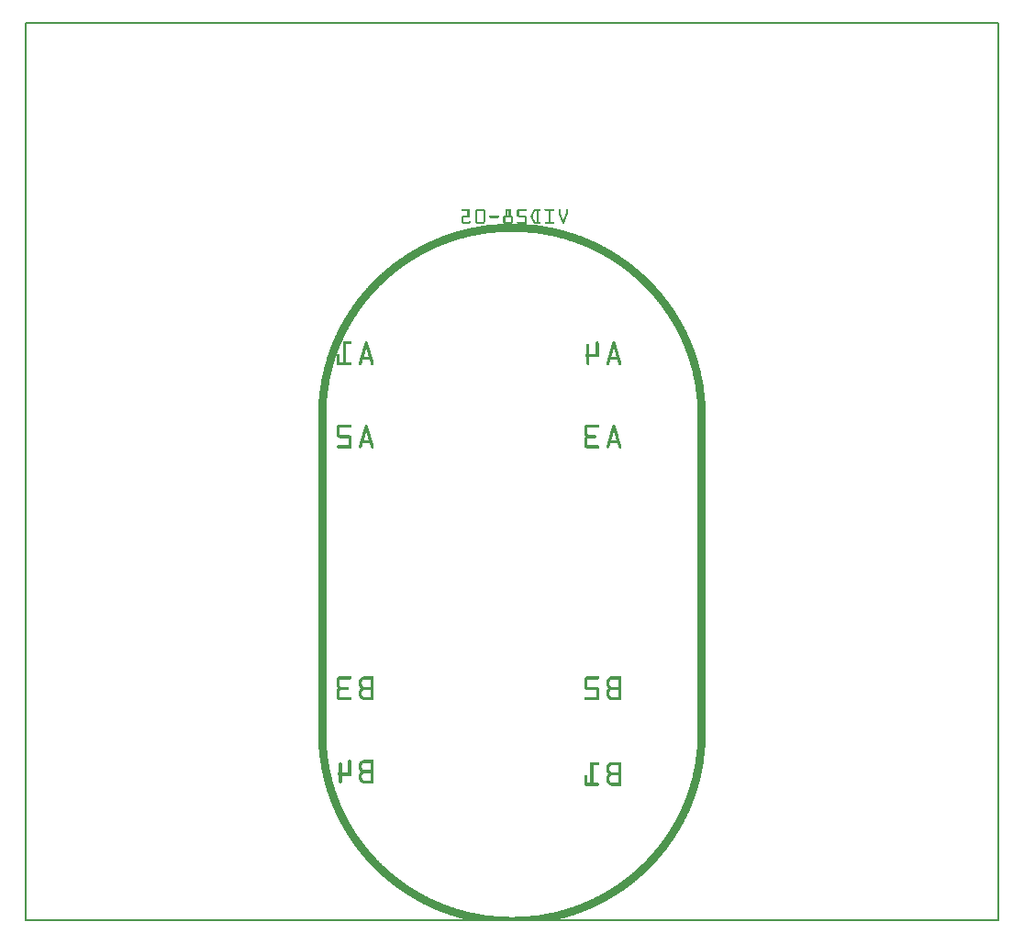
<source format=gbo>
G04 MADE WITH FRITZING*
G04 WWW.FRITZING.ORG*
G04 DOUBLE SIDED*
G04 HOLES PLATED*
G04 CONTOUR ON CENTER OF CONTOUR VECTOR*
%ASAXBY*%
%FSLAX23Y23*%
%MOIN*%
%OFA0B0*%
%SFA1.0B1.0*%
%ADD10R,3.543310X3.267720X3.527310X3.251720*%
%ADD11C,0.008000*%
%ADD12R,0.001000X0.001000*%
%LNSILK0*%
G90*
G70*
G54D11*
X4Y3264D02*
X3539Y3264D01*
X3539Y4D01*
X4Y4D01*
X4Y3264D01*
D02*
G54D12*
X1591Y2588D02*
X1616Y2588D01*
X1643Y2588D02*
X1669Y2588D01*
X1748Y2588D02*
X1765Y2588D01*
X1794Y2588D02*
X1822Y2588D01*
X1855Y2588D02*
X1872Y2588D01*
X1892Y2588D02*
X1922Y2588D01*
X1942Y2588D02*
X1945Y2588D01*
X1970Y2588D02*
X1973Y2588D01*
X1590Y2587D02*
X1616Y2587D01*
X1642Y2587D02*
X1670Y2587D01*
X1747Y2587D02*
X1766Y2587D01*
X1793Y2587D02*
X1823Y2587D01*
X1853Y2587D02*
X1873Y2587D01*
X1891Y2587D02*
X1923Y2587D01*
X1941Y2587D02*
X1946Y2587D01*
X1969Y2587D02*
X1974Y2587D01*
X1589Y2586D02*
X1616Y2586D01*
X1641Y2586D02*
X1671Y2586D01*
X1747Y2586D02*
X1766Y2586D01*
X1792Y2586D02*
X1823Y2586D01*
X1852Y2586D02*
X1874Y2586D01*
X1890Y2586D02*
X1924Y2586D01*
X1941Y2586D02*
X1946Y2586D01*
X1968Y2586D02*
X1974Y2586D01*
X1589Y2585D02*
X1616Y2585D01*
X1640Y2585D02*
X1672Y2585D01*
X1747Y2585D02*
X1766Y2585D01*
X1791Y2585D02*
X1823Y2585D01*
X1850Y2585D02*
X1874Y2585D01*
X1890Y2585D02*
X1924Y2585D01*
X1941Y2585D02*
X1947Y2585D01*
X1968Y2585D02*
X1974Y2585D01*
X1589Y2584D02*
X1616Y2584D01*
X1640Y2584D02*
X1673Y2584D01*
X1747Y2584D02*
X1766Y2584D01*
X1790Y2584D02*
X1823Y2584D01*
X1850Y2584D02*
X1873Y2584D01*
X1891Y2584D02*
X1924Y2584D01*
X1941Y2584D02*
X1947Y2584D01*
X1968Y2584D02*
X1974Y2584D01*
X1590Y2583D02*
X1616Y2583D01*
X1639Y2583D02*
X1673Y2583D01*
X1747Y2583D02*
X1766Y2583D01*
X1790Y2583D02*
X1823Y2583D01*
X1849Y2583D02*
X1873Y2583D01*
X1891Y2583D02*
X1923Y2583D01*
X1941Y2583D02*
X1947Y2583D01*
X1968Y2583D02*
X1974Y2583D01*
X1591Y2582D02*
X1616Y2582D01*
X1639Y2582D02*
X1673Y2582D01*
X1747Y2582D02*
X1766Y2582D01*
X1790Y2582D02*
X1821Y2582D01*
X1849Y2582D02*
X1872Y2582D01*
X1893Y2582D02*
X1922Y2582D01*
X1941Y2582D02*
X1947Y2582D01*
X1968Y2582D02*
X1974Y2582D01*
X1610Y2581D02*
X1616Y2581D01*
X1639Y2581D02*
X1645Y2581D01*
X1667Y2581D02*
X1673Y2581D01*
X1747Y2581D02*
X1753Y2581D01*
X1760Y2581D02*
X1766Y2581D01*
X1790Y2581D02*
X1796Y2581D01*
X1848Y2581D02*
X1855Y2581D01*
X1861Y2581D02*
X1867Y2581D01*
X1904Y2581D02*
X1910Y2581D01*
X1941Y2581D02*
X1947Y2581D01*
X1968Y2581D02*
X1974Y2581D01*
X1610Y2580D02*
X1616Y2580D01*
X1639Y2580D02*
X1645Y2580D01*
X1667Y2580D02*
X1673Y2580D01*
X1747Y2580D02*
X1753Y2580D01*
X1760Y2580D02*
X1766Y2580D01*
X1790Y2580D02*
X1796Y2580D01*
X1848Y2580D02*
X1854Y2580D01*
X1861Y2580D02*
X1867Y2580D01*
X1904Y2580D02*
X1910Y2580D01*
X1941Y2580D02*
X1947Y2580D01*
X1968Y2580D02*
X1974Y2580D01*
X1610Y2579D02*
X1616Y2579D01*
X1639Y2579D02*
X1645Y2579D01*
X1667Y2579D02*
X1673Y2579D01*
X1747Y2579D02*
X1753Y2579D01*
X1760Y2579D02*
X1766Y2579D01*
X1790Y2579D02*
X1796Y2579D01*
X1847Y2579D02*
X1854Y2579D01*
X1861Y2579D02*
X1867Y2579D01*
X1904Y2579D02*
X1910Y2579D01*
X1941Y2579D02*
X1947Y2579D01*
X1968Y2579D02*
X1974Y2579D01*
X1610Y2578D02*
X1616Y2578D01*
X1639Y2578D02*
X1645Y2578D01*
X1667Y2578D02*
X1673Y2578D01*
X1747Y2578D02*
X1753Y2578D01*
X1760Y2578D02*
X1766Y2578D01*
X1790Y2578D02*
X1796Y2578D01*
X1847Y2578D02*
X1853Y2578D01*
X1861Y2578D02*
X1867Y2578D01*
X1904Y2578D02*
X1910Y2578D01*
X1941Y2578D02*
X1947Y2578D01*
X1968Y2578D02*
X1974Y2578D01*
X1610Y2577D02*
X1616Y2577D01*
X1639Y2577D02*
X1645Y2577D01*
X1667Y2577D02*
X1673Y2577D01*
X1747Y2577D02*
X1753Y2577D01*
X1760Y2577D02*
X1766Y2577D01*
X1790Y2577D02*
X1796Y2577D01*
X1846Y2577D02*
X1853Y2577D01*
X1861Y2577D02*
X1867Y2577D01*
X1904Y2577D02*
X1910Y2577D01*
X1941Y2577D02*
X1947Y2577D01*
X1968Y2577D02*
X1974Y2577D01*
X1610Y2576D02*
X1616Y2576D01*
X1639Y2576D02*
X1645Y2576D01*
X1667Y2576D02*
X1673Y2576D01*
X1747Y2576D02*
X1753Y2576D01*
X1760Y2576D02*
X1766Y2576D01*
X1790Y2576D02*
X1796Y2576D01*
X1846Y2576D02*
X1852Y2576D01*
X1861Y2576D02*
X1867Y2576D01*
X1904Y2576D02*
X1910Y2576D01*
X1941Y2576D02*
X1947Y2576D01*
X1968Y2576D02*
X1974Y2576D01*
X1610Y2575D02*
X1616Y2575D01*
X1639Y2575D02*
X1645Y2575D01*
X1667Y2575D02*
X1673Y2575D01*
X1747Y2575D02*
X1753Y2575D01*
X1760Y2575D02*
X1766Y2575D01*
X1790Y2575D02*
X1796Y2575D01*
X1845Y2575D02*
X1852Y2575D01*
X1861Y2575D02*
X1867Y2575D01*
X1904Y2575D02*
X1910Y2575D01*
X1941Y2575D02*
X1947Y2575D01*
X1968Y2575D02*
X1974Y2575D01*
X1610Y2574D02*
X1616Y2574D01*
X1639Y2574D02*
X1645Y2574D01*
X1667Y2574D02*
X1673Y2574D01*
X1747Y2574D02*
X1753Y2574D01*
X1760Y2574D02*
X1766Y2574D01*
X1790Y2574D02*
X1796Y2574D01*
X1845Y2574D02*
X1851Y2574D01*
X1861Y2574D02*
X1867Y2574D01*
X1904Y2574D02*
X1910Y2574D01*
X1941Y2574D02*
X1947Y2574D01*
X1968Y2574D02*
X1974Y2574D01*
X1610Y2573D02*
X1616Y2573D01*
X1639Y2573D02*
X1645Y2573D01*
X1667Y2573D02*
X1673Y2573D01*
X1747Y2573D02*
X1753Y2573D01*
X1760Y2573D02*
X1766Y2573D01*
X1790Y2573D02*
X1796Y2573D01*
X1844Y2573D02*
X1851Y2573D01*
X1861Y2573D02*
X1867Y2573D01*
X1904Y2573D02*
X1910Y2573D01*
X1941Y2573D02*
X1947Y2573D01*
X1968Y2573D02*
X1974Y2573D01*
X1610Y2572D02*
X1616Y2572D01*
X1639Y2572D02*
X1645Y2572D01*
X1667Y2572D02*
X1673Y2572D01*
X1747Y2572D02*
X1753Y2572D01*
X1760Y2572D02*
X1766Y2572D01*
X1790Y2572D02*
X1796Y2572D01*
X1844Y2572D02*
X1850Y2572D01*
X1861Y2572D02*
X1867Y2572D01*
X1904Y2572D02*
X1910Y2572D01*
X1941Y2572D02*
X1947Y2572D01*
X1967Y2572D02*
X1974Y2572D01*
X1610Y2571D02*
X1616Y2571D01*
X1639Y2571D02*
X1645Y2571D01*
X1667Y2571D02*
X1673Y2571D01*
X1747Y2571D02*
X1753Y2571D01*
X1760Y2571D02*
X1766Y2571D01*
X1790Y2571D02*
X1796Y2571D01*
X1843Y2571D02*
X1850Y2571D01*
X1861Y2571D02*
X1867Y2571D01*
X1904Y2571D02*
X1910Y2571D01*
X1941Y2571D02*
X1948Y2571D01*
X1967Y2571D02*
X1973Y2571D01*
X1610Y2570D02*
X1616Y2570D01*
X1639Y2570D02*
X1645Y2570D01*
X1667Y2570D02*
X1673Y2570D01*
X1747Y2570D02*
X1753Y2570D01*
X1760Y2570D02*
X1766Y2570D01*
X1790Y2570D02*
X1796Y2570D01*
X1842Y2570D02*
X1849Y2570D01*
X1861Y2570D02*
X1867Y2570D01*
X1904Y2570D02*
X1910Y2570D01*
X1942Y2570D02*
X1948Y2570D01*
X1967Y2570D02*
X1973Y2570D01*
X1610Y2569D02*
X1616Y2569D01*
X1639Y2569D02*
X1645Y2569D01*
X1667Y2569D02*
X1673Y2569D01*
X1747Y2569D02*
X1753Y2569D01*
X1760Y2569D02*
X1766Y2569D01*
X1790Y2569D02*
X1796Y2569D01*
X1842Y2569D02*
X1849Y2569D01*
X1861Y2569D02*
X1867Y2569D01*
X1904Y2569D02*
X1910Y2569D01*
X1942Y2569D02*
X1949Y2569D01*
X1966Y2569D02*
X1973Y2569D01*
X1610Y2568D02*
X1616Y2568D01*
X1639Y2568D02*
X1645Y2568D01*
X1667Y2568D02*
X1673Y2568D01*
X1747Y2568D02*
X1753Y2568D01*
X1760Y2568D02*
X1766Y2568D01*
X1790Y2568D02*
X1796Y2568D01*
X1842Y2568D02*
X1848Y2568D01*
X1861Y2568D02*
X1867Y2568D01*
X1904Y2568D02*
X1910Y2568D01*
X1942Y2568D02*
X1949Y2568D01*
X1966Y2568D02*
X1972Y2568D01*
X1610Y2567D02*
X1616Y2567D01*
X1639Y2567D02*
X1645Y2567D01*
X1667Y2567D02*
X1673Y2567D01*
X1747Y2567D02*
X1753Y2567D01*
X1760Y2567D02*
X1766Y2567D01*
X1790Y2567D02*
X1796Y2567D01*
X1841Y2567D02*
X1848Y2567D01*
X1861Y2567D02*
X1867Y2567D01*
X1904Y2567D02*
X1910Y2567D01*
X1943Y2567D02*
X1949Y2567D01*
X1965Y2567D02*
X1972Y2567D01*
X1610Y2566D02*
X1616Y2566D01*
X1639Y2566D02*
X1645Y2566D01*
X1667Y2566D02*
X1673Y2566D01*
X1747Y2566D02*
X1753Y2566D01*
X1760Y2566D02*
X1766Y2566D01*
X1790Y2566D02*
X1796Y2566D01*
X1841Y2566D02*
X1847Y2566D01*
X1861Y2566D02*
X1867Y2566D01*
X1904Y2566D02*
X1910Y2566D01*
X1943Y2566D02*
X1950Y2566D01*
X1965Y2566D02*
X1972Y2566D01*
X1595Y2565D02*
X1616Y2565D01*
X1639Y2565D02*
X1645Y2565D01*
X1667Y2565D02*
X1673Y2565D01*
X1692Y2565D02*
X1720Y2565D01*
X1745Y2565D02*
X1768Y2565D01*
X1790Y2565D02*
X1818Y2565D01*
X1841Y2565D02*
X1847Y2565D01*
X1861Y2565D02*
X1867Y2565D01*
X1904Y2565D02*
X1910Y2565D01*
X1944Y2565D02*
X1950Y2565D01*
X1965Y2565D02*
X1971Y2565D01*
X1592Y2564D02*
X1616Y2564D01*
X1639Y2564D02*
X1645Y2564D01*
X1667Y2564D02*
X1673Y2564D01*
X1691Y2564D02*
X1722Y2564D01*
X1743Y2564D02*
X1770Y2564D01*
X1790Y2564D02*
X1820Y2564D01*
X1840Y2564D02*
X1847Y2564D01*
X1861Y2564D02*
X1867Y2564D01*
X1904Y2564D02*
X1910Y2564D01*
X1944Y2564D02*
X1950Y2564D01*
X1964Y2564D02*
X1971Y2564D01*
X1591Y2563D02*
X1616Y2563D01*
X1639Y2563D02*
X1645Y2563D01*
X1667Y2563D02*
X1673Y2563D01*
X1690Y2563D02*
X1723Y2563D01*
X1742Y2563D02*
X1771Y2563D01*
X1790Y2563D02*
X1821Y2563D01*
X1840Y2563D02*
X1846Y2563D01*
X1861Y2563D02*
X1867Y2563D01*
X1904Y2563D02*
X1910Y2563D01*
X1944Y2563D02*
X1951Y2563D01*
X1964Y2563D02*
X1970Y2563D01*
X1590Y2562D02*
X1616Y2562D01*
X1639Y2562D02*
X1645Y2562D01*
X1667Y2562D02*
X1673Y2562D01*
X1690Y2562D02*
X1723Y2562D01*
X1741Y2562D02*
X1772Y2562D01*
X1791Y2562D02*
X1822Y2562D01*
X1840Y2562D02*
X1846Y2562D01*
X1861Y2562D02*
X1867Y2562D01*
X1904Y2562D02*
X1910Y2562D01*
X1945Y2562D02*
X1951Y2562D01*
X1963Y2562D02*
X1970Y2562D01*
X1590Y2561D02*
X1616Y2561D01*
X1639Y2561D02*
X1645Y2561D01*
X1667Y2561D02*
X1673Y2561D01*
X1690Y2561D02*
X1723Y2561D01*
X1740Y2561D02*
X1773Y2561D01*
X1791Y2561D02*
X1823Y2561D01*
X1840Y2561D02*
X1846Y2561D01*
X1861Y2561D02*
X1867Y2561D01*
X1904Y2561D02*
X1910Y2561D01*
X1945Y2561D02*
X1952Y2561D01*
X1963Y2561D02*
X1970Y2561D01*
X1589Y2560D02*
X1616Y2560D01*
X1639Y2560D02*
X1645Y2560D01*
X1667Y2560D02*
X1673Y2560D01*
X1690Y2560D02*
X1723Y2560D01*
X1740Y2560D02*
X1773Y2560D01*
X1792Y2560D02*
X1823Y2560D01*
X1840Y2560D02*
X1846Y2560D01*
X1861Y2560D02*
X1867Y2560D01*
X1904Y2560D02*
X1910Y2560D01*
X1946Y2560D02*
X1952Y2560D01*
X1963Y2560D02*
X1969Y2560D01*
X1589Y2559D02*
X1616Y2559D01*
X1639Y2559D02*
X1645Y2559D01*
X1667Y2559D02*
X1673Y2559D01*
X1690Y2559D02*
X1723Y2559D01*
X1740Y2559D02*
X1773Y2559D01*
X1794Y2559D02*
X1823Y2559D01*
X1840Y2559D02*
X1847Y2559D01*
X1861Y2559D02*
X1867Y2559D01*
X1904Y2559D02*
X1910Y2559D01*
X1946Y2559D02*
X1952Y2559D01*
X1962Y2559D02*
X1969Y2559D01*
X1589Y2558D02*
X1595Y2558D01*
X1639Y2558D02*
X1645Y2558D01*
X1667Y2558D02*
X1673Y2558D01*
X1690Y2558D02*
X1723Y2558D01*
X1740Y2558D02*
X1746Y2558D01*
X1767Y2558D02*
X1773Y2558D01*
X1817Y2558D02*
X1824Y2558D01*
X1841Y2558D02*
X1847Y2558D01*
X1861Y2558D02*
X1867Y2558D01*
X1904Y2558D02*
X1910Y2558D01*
X1946Y2558D02*
X1953Y2558D01*
X1962Y2558D02*
X1968Y2558D01*
X1589Y2557D02*
X1595Y2557D01*
X1639Y2557D02*
X1645Y2557D01*
X1667Y2557D02*
X1673Y2557D01*
X1690Y2557D02*
X1723Y2557D01*
X1740Y2557D02*
X1746Y2557D01*
X1767Y2557D02*
X1773Y2557D01*
X1818Y2557D02*
X1824Y2557D01*
X1841Y2557D02*
X1847Y2557D01*
X1861Y2557D02*
X1867Y2557D01*
X1904Y2557D02*
X1910Y2557D01*
X1947Y2557D02*
X1953Y2557D01*
X1961Y2557D02*
X1968Y2557D01*
X1589Y2556D02*
X1595Y2556D01*
X1639Y2556D02*
X1645Y2556D01*
X1667Y2556D02*
X1673Y2556D01*
X1691Y2556D02*
X1722Y2556D01*
X1740Y2556D02*
X1746Y2556D01*
X1767Y2556D02*
X1773Y2556D01*
X1818Y2556D02*
X1824Y2556D01*
X1841Y2556D02*
X1848Y2556D01*
X1861Y2556D02*
X1867Y2556D01*
X1904Y2556D02*
X1910Y2556D01*
X1947Y2556D02*
X1954Y2556D01*
X1961Y2556D02*
X1968Y2556D01*
X1589Y2555D02*
X1595Y2555D01*
X1639Y2555D02*
X1645Y2555D01*
X1667Y2555D02*
X1673Y2555D01*
X1740Y2555D02*
X1746Y2555D01*
X1767Y2555D02*
X1773Y2555D01*
X1818Y2555D02*
X1824Y2555D01*
X1842Y2555D02*
X1848Y2555D01*
X1861Y2555D02*
X1867Y2555D01*
X1904Y2555D02*
X1910Y2555D01*
X1947Y2555D02*
X1954Y2555D01*
X1961Y2555D02*
X1967Y2555D01*
X1589Y2554D02*
X1595Y2554D01*
X1639Y2554D02*
X1645Y2554D01*
X1667Y2554D02*
X1673Y2554D01*
X1740Y2554D02*
X1746Y2554D01*
X1767Y2554D02*
X1773Y2554D01*
X1818Y2554D02*
X1824Y2554D01*
X1842Y2554D02*
X1849Y2554D01*
X1861Y2554D02*
X1867Y2554D01*
X1904Y2554D02*
X1910Y2554D01*
X1948Y2554D02*
X1954Y2554D01*
X1960Y2554D02*
X1967Y2554D01*
X1589Y2553D02*
X1595Y2553D01*
X1639Y2553D02*
X1645Y2553D01*
X1667Y2553D02*
X1673Y2553D01*
X1740Y2553D02*
X1746Y2553D01*
X1767Y2553D02*
X1773Y2553D01*
X1818Y2553D02*
X1824Y2553D01*
X1843Y2553D02*
X1849Y2553D01*
X1861Y2553D02*
X1867Y2553D01*
X1904Y2553D02*
X1910Y2553D01*
X1948Y2553D02*
X1955Y2553D01*
X1960Y2553D02*
X1966Y2553D01*
X1589Y2552D02*
X1595Y2552D01*
X1639Y2552D02*
X1645Y2552D01*
X1667Y2552D02*
X1673Y2552D01*
X1740Y2552D02*
X1746Y2552D01*
X1767Y2552D02*
X1773Y2552D01*
X1818Y2552D02*
X1824Y2552D01*
X1843Y2552D02*
X1850Y2552D01*
X1861Y2552D02*
X1867Y2552D01*
X1904Y2552D02*
X1910Y2552D01*
X1949Y2552D02*
X1955Y2552D01*
X1959Y2552D02*
X1966Y2552D01*
X1589Y2551D02*
X1595Y2551D01*
X1639Y2551D02*
X1645Y2551D01*
X1667Y2551D02*
X1673Y2551D01*
X1740Y2551D02*
X1746Y2551D01*
X1767Y2551D02*
X1773Y2551D01*
X1818Y2551D02*
X1824Y2551D01*
X1844Y2551D02*
X1850Y2551D01*
X1861Y2551D02*
X1867Y2551D01*
X1904Y2551D02*
X1910Y2551D01*
X1949Y2551D02*
X1956Y2551D01*
X1959Y2551D02*
X1966Y2551D01*
X1589Y2550D02*
X1595Y2550D01*
X1639Y2550D02*
X1645Y2550D01*
X1667Y2550D02*
X1673Y2550D01*
X1740Y2550D02*
X1746Y2550D01*
X1767Y2550D02*
X1773Y2550D01*
X1818Y2550D02*
X1824Y2550D01*
X1844Y2550D02*
X1851Y2550D01*
X1861Y2550D02*
X1867Y2550D01*
X1904Y2550D02*
X1910Y2550D01*
X1949Y2550D02*
X1956Y2550D01*
X1959Y2550D02*
X1965Y2550D01*
X1589Y2549D02*
X1595Y2549D01*
X1639Y2549D02*
X1645Y2549D01*
X1667Y2549D02*
X1673Y2549D01*
X1740Y2549D02*
X1746Y2549D01*
X1767Y2549D02*
X1773Y2549D01*
X1818Y2549D02*
X1824Y2549D01*
X1845Y2549D02*
X1851Y2549D01*
X1861Y2549D02*
X1867Y2549D01*
X1904Y2549D02*
X1910Y2549D01*
X1950Y2549D02*
X1956Y2549D01*
X1958Y2549D02*
X1965Y2549D01*
X1589Y2548D02*
X1595Y2548D01*
X1639Y2548D02*
X1645Y2548D01*
X1667Y2548D02*
X1673Y2548D01*
X1740Y2548D02*
X1746Y2548D01*
X1767Y2548D02*
X1773Y2548D01*
X1818Y2548D02*
X1824Y2548D01*
X1845Y2548D02*
X1852Y2548D01*
X1861Y2548D02*
X1867Y2548D01*
X1904Y2548D02*
X1910Y2548D01*
X1950Y2548D02*
X1965Y2548D01*
X1589Y2547D02*
X1595Y2547D01*
X1639Y2547D02*
X1645Y2547D01*
X1667Y2547D02*
X1673Y2547D01*
X1740Y2547D02*
X1746Y2547D01*
X1767Y2547D02*
X1773Y2547D01*
X1818Y2547D02*
X1824Y2547D01*
X1846Y2547D02*
X1853Y2547D01*
X1861Y2547D02*
X1867Y2547D01*
X1904Y2547D02*
X1910Y2547D01*
X1951Y2547D02*
X1964Y2547D01*
X1589Y2546D02*
X1595Y2546D01*
X1639Y2546D02*
X1645Y2546D01*
X1667Y2546D02*
X1673Y2546D01*
X1740Y2546D02*
X1746Y2546D01*
X1767Y2546D02*
X1773Y2546D01*
X1818Y2546D02*
X1824Y2546D01*
X1846Y2546D02*
X1853Y2546D01*
X1861Y2546D02*
X1867Y2546D01*
X1904Y2546D02*
X1910Y2546D01*
X1951Y2546D02*
X1964Y2546D01*
X1589Y2545D02*
X1595Y2545D01*
X1639Y2545D02*
X1645Y2545D01*
X1667Y2545D02*
X1673Y2545D01*
X1740Y2545D02*
X1746Y2545D01*
X1767Y2545D02*
X1773Y2545D01*
X1818Y2545D02*
X1824Y2545D01*
X1847Y2545D02*
X1854Y2545D01*
X1861Y2545D02*
X1867Y2545D01*
X1904Y2545D02*
X1910Y2545D01*
X1951Y2545D02*
X1963Y2545D01*
X1589Y2544D02*
X1595Y2544D01*
X1618Y2544D02*
X1621Y2544D01*
X1639Y2544D02*
X1645Y2544D01*
X1667Y2544D02*
X1673Y2544D01*
X1740Y2544D02*
X1746Y2544D01*
X1767Y2544D02*
X1773Y2544D01*
X1818Y2544D02*
X1824Y2544D01*
X1847Y2544D02*
X1854Y2544D01*
X1861Y2544D02*
X1867Y2544D01*
X1904Y2544D02*
X1910Y2544D01*
X1952Y2544D02*
X1963Y2544D01*
X1589Y2543D02*
X1595Y2543D01*
X1616Y2543D02*
X1622Y2543D01*
X1639Y2543D02*
X1645Y2543D01*
X1667Y2543D02*
X1673Y2543D01*
X1740Y2543D02*
X1746Y2543D01*
X1767Y2543D02*
X1773Y2543D01*
X1818Y2543D02*
X1824Y2543D01*
X1848Y2543D02*
X1855Y2543D01*
X1861Y2543D02*
X1867Y2543D01*
X1904Y2543D02*
X1910Y2543D01*
X1952Y2543D02*
X1963Y2543D01*
X1589Y2542D02*
X1595Y2542D01*
X1614Y2542D02*
X1623Y2542D01*
X1639Y2542D02*
X1645Y2542D01*
X1667Y2542D02*
X1673Y2542D01*
X1740Y2542D02*
X1746Y2542D01*
X1767Y2542D02*
X1773Y2542D01*
X1817Y2542D02*
X1824Y2542D01*
X1848Y2542D02*
X1856Y2542D01*
X1861Y2542D02*
X1867Y2542D01*
X1904Y2542D02*
X1910Y2542D01*
X1953Y2542D02*
X1962Y2542D01*
X1589Y2541D02*
X1623Y2541D01*
X1639Y2541D02*
X1673Y2541D01*
X1740Y2541D02*
X1773Y2541D01*
X1792Y2541D02*
X1824Y2541D01*
X1849Y2541D02*
X1872Y2541D01*
X1892Y2541D02*
X1922Y2541D01*
X1953Y2541D02*
X1962Y2541D01*
X1589Y2540D02*
X1623Y2540D01*
X1640Y2540D02*
X1673Y2540D01*
X1740Y2540D02*
X1773Y2540D01*
X1791Y2540D02*
X1824Y2540D01*
X1849Y2540D02*
X1873Y2540D01*
X1891Y2540D02*
X1923Y2540D01*
X1953Y2540D02*
X1961Y2540D01*
X1590Y2539D02*
X1622Y2539D01*
X1640Y2539D02*
X1672Y2539D01*
X1740Y2539D02*
X1773Y2539D01*
X1790Y2539D02*
X1824Y2539D01*
X1850Y2539D02*
X1874Y2539D01*
X1891Y2539D02*
X1924Y2539D01*
X1954Y2539D02*
X1961Y2539D01*
X1590Y2538D02*
X1621Y2538D01*
X1640Y2538D02*
X1672Y2538D01*
X1741Y2538D02*
X1772Y2538D01*
X1790Y2538D02*
X1824Y2538D01*
X1850Y2538D02*
X1874Y2538D01*
X1890Y2538D02*
X1924Y2538D01*
X1954Y2538D02*
X1961Y2538D01*
X1591Y2537D02*
X1619Y2537D01*
X1641Y2537D02*
X1671Y2537D01*
X1742Y2537D02*
X1772Y2537D01*
X1790Y2537D02*
X1824Y2537D01*
X1852Y2537D02*
X1874Y2537D01*
X1891Y2537D02*
X1924Y2537D01*
X1954Y2537D02*
X1960Y2537D01*
X1592Y2536D02*
X1617Y2536D01*
X1642Y2536D02*
X1670Y2536D01*
X1743Y2536D02*
X1771Y2536D01*
X1791Y2536D02*
X1824Y2536D01*
X1853Y2536D02*
X1873Y2536D01*
X1891Y2536D02*
X1923Y2536D01*
X1955Y2536D02*
X1960Y2536D01*
X1594Y2535D02*
X1614Y2535D01*
X1644Y2535D02*
X1668Y2535D01*
X1744Y2535D02*
X1769Y2535D01*
X1792Y2535D02*
X1824Y2535D01*
X1855Y2535D02*
X1872Y2535D01*
X1892Y2535D02*
X1922Y2535D01*
X1956Y2535D02*
X1959Y2535D01*
X1734Y2534D02*
X1808Y2534D01*
X1718Y2533D02*
X1824Y2533D01*
X1707Y2532D02*
X1836Y2532D01*
X1696Y2531D02*
X1846Y2531D01*
X1688Y2530D02*
X1855Y2530D01*
X1679Y2529D02*
X1863Y2529D01*
X1672Y2528D02*
X1870Y2528D01*
X1665Y2527D02*
X1877Y2527D01*
X1659Y2526D02*
X1884Y2526D01*
X1653Y2525D02*
X1890Y2525D01*
X1647Y2524D02*
X1896Y2524D01*
X1641Y2523D02*
X1901Y2523D01*
X1636Y2522D02*
X1906Y2522D01*
X1631Y2521D02*
X1912Y2521D01*
X1626Y2520D02*
X1916Y2520D01*
X1621Y2519D02*
X1921Y2519D01*
X1617Y2518D02*
X1926Y2518D01*
X1612Y2517D02*
X1930Y2517D01*
X1608Y2516D02*
X1934Y2516D01*
X1604Y2515D02*
X1939Y2515D01*
X1600Y2514D02*
X1943Y2514D01*
X1596Y2513D02*
X1947Y2513D01*
X1592Y2512D02*
X1951Y2512D01*
X1588Y2511D02*
X1954Y2511D01*
X1584Y2510D02*
X1958Y2510D01*
X1581Y2509D02*
X1962Y2509D01*
X1577Y2508D02*
X1965Y2508D01*
X1574Y2507D02*
X1969Y2507D01*
X1570Y2506D02*
X1972Y2506D01*
X1567Y2505D02*
X1746Y2505D01*
X1796Y2505D02*
X1976Y2505D01*
X1563Y2504D02*
X1726Y2504D01*
X1817Y2504D02*
X1979Y2504D01*
X1560Y2503D02*
X1712Y2503D01*
X1830Y2503D02*
X1982Y2503D01*
X1557Y2502D02*
X1701Y2502D01*
X1842Y2502D02*
X1985Y2502D01*
X1554Y2501D02*
X1692Y2501D01*
X1850Y2501D02*
X1988Y2501D01*
X1551Y2500D02*
X1683Y2500D01*
X1859Y2500D02*
X1992Y2500D01*
X1548Y2499D02*
X1676Y2499D01*
X1866Y2499D02*
X1995Y2499D01*
X1545Y2498D02*
X1669Y2498D01*
X1874Y2498D02*
X1998Y2498D01*
X1542Y2497D02*
X1663Y2497D01*
X1880Y2497D02*
X2001Y2497D01*
X1539Y2496D02*
X1656Y2496D01*
X1886Y2496D02*
X2004Y2496D01*
X1536Y2495D02*
X1650Y2495D01*
X1892Y2495D02*
X2006Y2495D01*
X1533Y2494D02*
X1645Y2494D01*
X1897Y2494D02*
X2009Y2494D01*
X1530Y2493D02*
X1640Y2493D01*
X1903Y2493D02*
X2012Y2493D01*
X1528Y2492D02*
X1635Y2492D01*
X1908Y2492D02*
X2015Y2492D01*
X1525Y2491D02*
X1630Y2491D01*
X1912Y2491D02*
X2018Y2491D01*
X1522Y2490D02*
X1625Y2490D01*
X1917Y2490D02*
X2020Y2490D01*
X1520Y2489D02*
X1621Y2489D01*
X1922Y2489D02*
X2023Y2489D01*
X1517Y2488D02*
X1616Y2488D01*
X1926Y2488D02*
X2026Y2488D01*
X1514Y2487D02*
X1612Y2487D01*
X1930Y2487D02*
X2028Y2487D01*
X1512Y2486D02*
X1608Y2486D01*
X1934Y2486D02*
X2031Y2486D01*
X1509Y2485D02*
X1604Y2485D01*
X1939Y2485D02*
X2033Y2485D01*
X1507Y2484D02*
X1600Y2484D01*
X1942Y2484D02*
X2036Y2484D01*
X1504Y2483D02*
X1596Y2483D01*
X1946Y2483D02*
X2038Y2483D01*
X1502Y2482D02*
X1593Y2482D01*
X1950Y2482D02*
X2041Y2482D01*
X1499Y2481D02*
X1589Y2481D01*
X1954Y2481D02*
X2043Y2481D01*
X1497Y2480D02*
X1585Y2480D01*
X1957Y2480D02*
X2046Y2480D01*
X1495Y2479D02*
X1582Y2479D01*
X1961Y2479D02*
X2048Y2479D01*
X1492Y2478D02*
X1578Y2478D01*
X1964Y2478D02*
X2050Y2478D01*
X1490Y2477D02*
X1575Y2477D01*
X1967Y2477D02*
X2052Y2477D01*
X1488Y2476D02*
X1572Y2476D01*
X1971Y2476D02*
X2055Y2476D01*
X1485Y2475D02*
X1568Y2475D01*
X1974Y2475D02*
X2057Y2475D01*
X1483Y2474D02*
X1565Y2474D01*
X1977Y2474D02*
X2059Y2474D01*
X1481Y2473D02*
X1562Y2473D01*
X1980Y2473D02*
X2062Y2473D01*
X1479Y2472D02*
X1559Y2472D01*
X1983Y2472D02*
X2064Y2472D01*
X1476Y2471D02*
X1556Y2471D01*
X1987Y2471D02*
X2066Y2471D01*
X1474Y2470D02*
X1553Y2470D01*
X1990Y2470D02*
X2068Y2470D01*
X1472Y2469D02*
X1550Y2469D01*
X1992Y2469D02*
X2070Y2469D01*
X1470Y2468D02*
X1547Y2468D01*
X1995Y2468D02*
X2072Y2468D01*
X1468Y2467D02*
X1544Y2467D01*
X1998Y2467D02*
X2075Y2467D01*
X1466Y2466D02*
X1541Y2466D01*
X2001Y2466D02*
X2077Y2466D01*
X1464Y2465D02*
X1539Y2465D01*
X2004Y2465D02*
X2079Y2465D01*
X1462Y2464D02*
X1536Y2464D01*
X2007Y2464D02*
X2081Y2464D01*
X1460Y2463D02*
X1533Y2463D01*
X2009Y2463D02*
X2083Y2463D01*
X1458Y2462D02*
X1531Y2462D01*
X2012Y2462D02*
X2085Y2462D01*
X1456Y2461D02*
X1528Y2461D01*
X2014Y2461D02*
X2087Y2461D01*
X1453Y2460D02*
X1525Y2460D01*
X2017Y2460D02*
X2089Y2460D01*
X1451Y2459D02*
X1523Y2459D01*
X2020Y2459D02*
X2091Y2459D01*
X1450Y2458D02*
X1520Y2458D01*
X2022Y2458D02*
X2093Y2458D01*
X1448Y2457D02*
X1518Y2457D01*
X2025Y2457D02*
X2095Y2457D01*
X1446Y2456D02*
X1515Y2456D01*
X2027Y2456D02*
X2097Y2456D01*
X1444Y2455D02*
X1513Y2455D01*
X2030Y2455D02*
X2099Y2455D01*
X1442Y2454D02*
X1510Y2454D01*
X2032Y2454D02*
X2101Y2454D01*
X1440Y2453D02*
X1508Y2453D01*
X2035Y2453D02*
X2102Y2453D01*
X1438Y2452D02*
X1506Y2452D01*
X2037Y2452D02*
X2104Y2452D01*
X1436Y2451D02*
X1503Y2451D01*
X2039Y2451D02*
X2106Y2451D01*
X1434Y2450D02*
X1501Y2450D01*
X2042Y2450D02*
X2108Y2450D01*
X1433Y2449D02*
X1499Y2449D01*
X2044Y2449D02*
X2110Y2449D01*
X1431Y2448D02*
X1496Y2448D01*
X2046Y2448D02*
X2112Y2448D01*
X1429Y2447D02*
X1494Y2447D01*
X2049Y2447D02*
X2114Y2447D01*
X1427Y2446D02*
X1492Y2446D01*
X2051Y2446D02*
X2115Y2446D01*
X1425Y2445D02*
X1490Y2445D01*
X2053Y2445D02*
X2117Y2445D01*
X1423Y2444D02*
X1487Y2444D01*
X2055Y2444D02*
X2119Y2444D01*
X1422Y2443D02*
X1485Y2443D01*
X2057Y2443D02*
X2121Y2443D01*
X1420Y2442D02*
X1483Y2442D01*
X2059Y2442D02*
X2123Y2442D01*
X1418Y2441D02*
X1481Y2441D01*
X2062Y2441D02*
X2124Y2441D01*
X1417Y2440D02*
X1479Y2440D01*
X2064Y2440D02*
X2126Y2440D01*
X1415Y2439D02*
X1477Y2439D01*
X2066Y2439D02*
X2128Y2439D01*
X1413Y2438D02*
X1475Y2438D01*
X2068Y2438D02*
X2129Y2438D01*
X1411Y2437D02*
X1473Y2437D01*
X2070Y2437D02*
X2131Y2437D01*
X1410Y2436D02*
X1471Y2436D01*
X2072Y2436D02*
X2133Y2436D01*
X1408Y2435D02*
X1468Y2435D01*
X2074Y2435D02*
X2134Y2435D01*
X1406Y2434D02*
X1466Y2434D01*
X2076Y2434D02*
X2136Y2434D01*
X1405Y2433D02*
X1464Y2433D01*
X2078Y2433D02*
X2138Y2433D01*
X1403Y2432D02*
X1462Y2432D01*
X2080Y2432D02*
X2139Y2432D01*
X1401Y2431D02*
X1461Y2431D01*
X2082Y2431D02*
X2141Y2431D01*
X1400Y2430D02*
X1459Y2430D01*
X2084Y2430D02*
X2143Y2430D01*
X1398Y2429D02*
X1457Y2429D01*
X2086Y2429D02*
X2144Y2429D01*
X1397Y2428D02*
X1455Y2428D01*
X2088Y2428D02*
X2146Y2428D01*
X1395Y2427D02*
X1453Y2427D01*
X2090Y2427D02*
X2147Y2427D01*
X1393Y2426D02*
X1451Y2426D01*
X2092Y2426D02*
X2149Y2426D01*
X1392Y2425D02*
X1449Y2425D01*
X2093Y2425D02*
X2151Y2425D01*
X1390Y2424D02*
X1447Y2424D01*
X2095Y2424D02*
X2152Y2424D01*
X1389Y2423D02*
X1445Y2423D01*
X2097Y2423D02*
X2154Y2423D01*
X1387Y2422D02*
X1444Y2422D01*
X2099Y2422D02*
X2155Y2422D01*
X1386Y2421D02*
X1442Y2421D01*
X2101Y2421D02*
X2157Y2421D01*
X1384Y2420D02*
X1440Y2420D01*
X2103Y2420D02*
X2158Y2420D01*
X1383Y2419D02*
X1438Y2419D01*
X2104Y2419D02*
X2160Y2419D01*
X1381Y2418D02*
X1436Y2418D01*
X2106Y2418D02*
X2161Y2418D01*
X1379Y2417D02*
X1434Y2417D01*
X2108Y2417D02*
X2163Y2417D01*
X1378Y2416D02*
X1433Y2416D01*
X2110Y2416D02*
X2164Y2416D01*
X1376Y2415D02*
X1431Y2415D01*
X2111Y2415D02*
X2166Y2415D01*
X1375Y2414D02*
X1429Y2414D01*
X2113Y2414D02*
X2167Y2414D01*
X1374Y2413D02*
X1428Y2413D01*
X2115Y2413D02*
X2169Y2413D01*
X1372Y2412D02*
X1426Y2412D01*
X2117Y2412D02*
X2170Y2412D01*
X1371Y2411D02*
X1424Y2411D01*
X2118Y2411D02*
X2172Y2411D01*
X1369Y2410D02*
X1422Y2410D01*
X2120Y2410D02*
X2173Y2410D01*
X1368Y2409D02*
X1421Y2409D01*
X2122Y2409D02*
X2175Y2409D01*
X1366Y2408D02*
X1419Y2408D01*
X2123Y2408D02*
X2176Y2408D01*
X1365Y2407D02*
X1418Y2407D01*
X2125Y2407D02*
X2178Y2407D01*
X1363Y2406D02*
X1416Y2406D01*
X2127Y2406D02*
X2179Y2406D01*
X1362Y2405D02*
X1414Y2405D01*
X2128Y2405D02*
X2180Y2405D01*
X1361Y2404D02*
X1413Y2404D01*
X2130Y2404D02*
X2182Y2404D01*
X1359Y2403D02*
X1411Y2403D01*
X2131Y2403D02*
X2183Y2403D01*
X1358Y2402D02*
X1409Y2402D01*
X2133Y2402D02*
X2185Y2402D01*
X1356Y2401D02*
X1408Y2401D01*
X2135Y2401D02*
X2186Y2401D01*
X1355Y2400D02*
X1406Y2400D01*
X2136Y2400D02*
X2187Y2400D01*
X1354Y2399D02*
X1405Y2399D01*
X2138Y2399D02*
X2189Y2399D01*
X1352Y2398D02*
X1403Y2398D01*
X2139Y2398D02*
X2190Y2398D01*
X1351Y2397D02*
X1402Y2397D01*
X2141Y2397D02*
X2192Y2397D01*
X1350Y2396D02*
X1400Y2396D01*
X2142Y2396D02*
X2193Y2396D01*
X1348Y2395D02*
X1399Y2395D01*
X2144Y2395D02*
X2194Y2395D01*
X1347Y2394D02*
X1397Y2394D01*
X2145Y2394D02*
X2196Y2394D01*
X1346Y2393D02*
X1395Y2393D01*
X2147Y2393D02*
X2197Y2393D01*
X1344Y2392D02*
X1394Y2392D01*
X2149Y2392D02*
X2198Y2392D01*
X1343Y2391D02*
X1392Y2391D01*
X2150Y2391D02*
X2200Y2391D01*
X1342Y2390D02*
X1391Y2390D01*
X2151Y2390D02*
X2201Y2390D01*
X1340Y2389D02*
X1390Y2389D01*
X2153Y2389D02*
X2202Y2389D01*
X1339Y2388D02*
X1388Y2388D01*
X2154Y2388D02*
X2203Y2388D01*
X1338Y2387D02*
X1387Y2387D01*
X2156Y2387D02*
X2205Y2387D01*
X1336Y2386D02*
X1385Y2386D01*
X2157Y2386D02*
X2206Y2386D01*
X1335Y2385D02*
X1384Y2385D01*
X2159Y2385D02*
X2207Y2385D01*
X1334Y2384D02*
X1382Y2384D01*
X2160Y2384D02*
X2209Y2384D01*
X1333Y2383D02*
X1381Y2383D01*
X2162Y2383D02*
X2210Y2383D01*
X1331Y2382D02*
X1379Y2382D01*
X2163Y2382D02*
X2211Y2382D01*
X1330Y2381D02*
X1378Y2381D01*
X2164Y2381D02*
X2212Y2381D01*
X1329Y2380D02*
X1377Y2380D01*
X2166Y2380D02*
X2214Y2380D01*
X1328Y2379D02*
X1375Y2379D01*
X2167Y2379D02*
X2215Y2379D01*
X1326Y2378D02*
X1374Y2378D01*
X2169Y2378D02*
X2216Y2378D01*
X1325Y2377D02*
X1372Y2377D01*
X2170Y2377D02*
X2217Y2377D01*
X1324Y2376D02*
X1371Y2376D01*
X2171Y2376D02*
X2219Y2376D01*
X1323Y2375D02*
X1370Y2375D01*
X2173Y2375D02*
X2220Y2375D01*
X1321Y2374D02*
X1368Y2374D01*
X2174Y2374D02*
X2221Y2374D01*
X1320Y2373D02*
X1367Y2373D01*
X2176Y2373D02*
X2222Y2373D01*
X1319Y2372D02*
X1366Y2372D01*
X2177Y2372D02*
X2223Y2372D01*
X1318Y2371D02*
X1364Y2371D01*
X2178Y2371D02*
X2225Y2371D01*
X1317Y2370D02*
X1363Y2370D01*
X2180Y2370D02*
X2226Y2370D01*
X1315Y2369D02*
X1362Y2369D01*
X2181Y2369D02*
X2227Y2369D01*
X1314Y2368D02*
X1360Y2368D01*
X2182Y2368D02*
X2228Y2368D01*
X1313Y2367D02*
X1359Y2367D01*
X2183Y2367D02*
X2229Y2367D01*
X1312Y2366D02*
X1358Y2366D01*
X2185Y2366D02*
X2231Y2366D01*
X1311Y2365D02*
X1356Y2365D01*
X2186Y2365D02*
X2232Y2365D01*
X1310Y2364D02*
X1355Y2364D01*
X2187Y2364D02*
X2233Y2364D01*
X1308Y2363D02*
X1354Y2363D01*
X2189Y2363D02*
X2234Y2363D01*
X1307Y2362D02*
X1352Y2362D01*
X2190Y2362D02*
X2235Y2362D01*
X1306Y2361D02*
X1351Y2361D01*
X2191Y2361D02*
X2236Y2361D01*
X1305Y2360D02*
X1350Y2360D01*
X2192Y2360D02*
X2238Y2360D01*
X1304Y2359D02*
X1349Y2359D01*
X2194Y2359D02*
X2239Y2359D01*
X1303Y2358D02*
X1347Y2358D01*
X2195Y2358D02*
X2240Y2358D01*
X1302Y2357D02*
X1346Y2357D01*
X2196Y2357D02*
X2241Y2357D01*
X1300Y2356D02*
X1345Y2356D01*
X2198Y2356D02*
X2242Y2356D01*
X1299Y2355D02*
X1344Y2355D01*
X2199Y2355D02*
X2243Y2355D01*
X1298Y2354D02*
X1342Y2354D01*
X2200Y2354D02*
X2244Y2354D01*
X1297Y2353D02*
X1341Y2353D01*
X2201Y2353D02*
X2245Y2353D01*
X1296Y2352D02*
X1340Y2352D01*
X2202Y2352D02*
X2247Y2352D01*
X1295Y2351D02*
X1339Y2351D01*
X2204Y2351D02*
X2248Y2351D01*
X1294Y2350D02*
X1338Y2350D01*
X2205Y2350D02*
X2249Y2350D01*
X1293Y2349D02*
X1336Y2349D01*
X2206Y2349D02*
X2250Y2349D01*
X1292Y2348D02*
X1335Y2348D01*
X2207Y2348D02*
X2251Y2348D01*
X1290Y2347D02*
X1334Y2347D01*
X2208Y2347D02*
X2252Y2347D01*
X1289Y2346D02*
X1333Y2346D01*
X2210Y2346D02*
X2253Y2346D01*
X1288Y2345D02*
X1332Y2345D01*
X2211Y2345D02*
X2254Y2345D01*
X1287Y2344D02*
X1330Y2344D01*
X2212Y2344D02*
X2255Y2344D01*
X1286Y2343D02*
X1329Y2343D01*
X2213Y2343D02*
X2256Y2343D01*
X1285Y2342D02*
X1328Y2342D01*
X2214Y2342D02*
X2257Y2342D01*
X1284Y2341D02*
X1327Y2341D01*
X2215Y2341D02*
X2258Y2341D01*
X1283Y2340D02*
X1326Y2340D01*
X2217Y2340D02*
X2259Y2340D01*
X1282Y2339D02*
X1325Y2339D01*
X2218Y2339D02*
X2260Y2339D01*
X1281Y2338D02*
X1324Y2338D01*
X2219Y2338D02*
X2262Y2338D01*
X1280Y2337D02*
X1322Y2337D01*
X2220Y2337D02*
X2263Y2337D01*
X1279Y2336D02*
X1321Y2336D01*
X2221Y2336D02*
X2264Y2336D01*
X1278Y2335D02*
X1320Y2335D01*
X2222Y2335D02*
X2265Y2335D01*
X1277Y2334D02*
X1319Y2334D01*
X2223Y2334D02*
X2266Y2334D01*
X1276Y2333D02*
X1318Y2333D01*
X2225Y2333D02*
X2267Y2333D01*
X1275Y2332D02*
X1317Y2332D01*
X2226Y2332D02*
X2268Y2332D01*
X1274Y2331D02*
X1316Y2331D01*
X2227Y2331D02*
X2269Y2331D01*
X1273Y2330D02*
X1315Y2330D01*
X2228Y2330D02*
X2270Y2330D01*
X1272Y2329D02*
X1313Y2329D01*
X2229Y2329D02*
X2271Y2329D01*
X1271Y2328D02*
X1312Y2328D01*
X2230Y2328D02*
X2272Y2328D01*
X1270Y2327D02*
X1311Y2327D01*
X2231Y2327D02*
X2273Y2327D01*
X1269Y2326D02*
X1310Y2326D01*
X2232Y2326D02*
X2274Y2326D01*
X1268Y2325D02*
X1309Y2325D01*
X2233Y2325D02*
X2275Y2325D01*
X1267Y2324D02*
X1308Y2324D01*
X2234Y2324D02*
X2276Y2324D01*
X1266Y2323D02*
X1307Y2323D01*
X2235Y2323D02*
X2277Y2323D01*
X1265Y2322D02*
X1306Y2322D01*
X2237Y2322D02*
X2278Y2322D01*
X1264Y2321D02*
X1305Y2321D01*
X2238Y2321D02*
X2279Y2321D01*
X1263Y2320D02*
X1304Y2320D01*
X2239Y2320D02*
X2280Y2320D01*
X1262Y2319D02*
X1303Y2319D01*
X2240Y2319D02*
X2281Y2319D01*
X1261Y2318D02*
X1302Y2318D01*
X2241Y2318D02*
X2282Y2318D01*
X1260Y2317D02*
X1301Y2317D01*
X2242Y2317D02*
X2282Y2317D01*
X1259Y2316D02*
X1300Y2316D01*
X2243Y2316D02*
X2283Y2316D01*
X1258Y2315D02*
X1299Y2315D01*
X2244Y2315D02*
X2284Y2315D01*
X1257Y2314D02*
X1298Y2314D01*
X2245Y2314D02*
X2285Y2314D01*
X1256Y2313D02*
X1297Y2313D01*
X2246Y2313D02*
X2286Y2313D01*
X1255Y2312D02*
X1295Y2312D01*
X2247Y2312D02*
X2287Y2312D01*
X1254Y2311D02*
X1294Y2311D01*
X2248Y2311D02*
X2288Y2311D01*
X1253Y2310D02*
X1293Y2310D01*
X2249Y2310D02*
X2289Y2310D01*
X1252Y2309D02*
X1292Y2309D01*
X2250Y2309D02*
X2290Y2309D01*
X1251Y2308D02*
X1291Y2308D01*
X2251Y2308D02*
X2291Y2308D01*
X1251Y2307D02*
X1290Y2307D01*
X2252Y2307D02*
X2292Y2307D01*
X1250Y2306D02*
X1289Y2306D01*
X2253Y2306D02*
X2293Y2306D01*
X1249Y2305D02*
X1288Y2305D01*
X2254Y2305D02*
X2294Y2305D01*
X1248Y2304D02*
X1288Y2304D01*
X2255Y2304D02*
X2295Y2304D01*
X1247Y2303D02*
X1287Y2303D01*
X2256Y2303D02*
X2295Y2303D01*
X1246Y2302D02*
X1286Y2302D01*
X2257Y2302D02*
X2296Y2302D01*
X1245Y2301D02*
X1285Y2301D01*
X2258Y2301D02*
X2297Y2301D01*
X1244Y2300D02*
X1284Y2300D01*
X2259Y2300D02*
X2298Y2300D01*
X1243Y2299D02*
X1283Y2299D01*
X2260Y2299D02*
X2299Y2299D01*
X1243Y2298D02*
X1282Y2298D01*
X2261Y2298D02*
X2300Y2298D01*
X1242Y2297D02*
X1281Y2297D01*
X2262Y2297D02*
X2301Y2297D01*
X1241Y2296D02*
X1280Y2296D01*
X2263Y2296D02*
X2302Y2296D01*
X1240Y2295D02*
X1279Y2295D01*
X2264Y2295D02*
X2303Y2295D01*
X1239Y2294D02*
X1278Y2294D01*
X2265Y2294D02*
X2304Y2294D01*
X1238Y2293D02*
X1277Y2293D01*
X2266Y2293D02*
X2304Y2293D01*
X1237Y2292D02*
X1276Y2292D01*
X2266Y2292D02*
X2305Y2292D01*
X1236Y2291D02*
X1275Y2291D01*
X2267Y2291D02*
X2306Y2291D01*
X1236Y2290D02*
X1274Y2290D01*
X2268Y2290D02*
X2307Y2290D01*
X1235Y2289D02*
X1273Y2289D01*
X2269Y2289D02*
X2308Y2289D01*
X1234Y2288D02*
X1272Y2288D01*
X2270Y2288D02*
X2309Y2288D01*
X1233Y2287D02*
X1271Y2287D01*
X2271Y2287D02*
X2309Y2287D01*
X1232Y2286D02*
X1270Y2286D01*
X2272Y2286D02*
X2310Y2286D01*
X1231Y2285D02*
X1269Y2285D01*
X2273Y2285D02*
X2311Y2285D01*
X1230Y2284D02*
X1269Y2284D01*
X2274Y2284D02*
X2312Y2284D01*
X1230Y2283D02*
X1268Y2283D01*
X2275Y2283D02*
X2313Y2283D01*
X1229Y2282D02*
X1267Y2282D01*
X2276Y2282D02*
X2314Y2282D01*
X1228Y2281D02*
X1266Y2281D01*
X2277Y2281D02*
X2315Y2281D01*
X1227Y2280D02*
X1265Y2280D01*
X2277Y2280D02*
X2315Y2280D01*
X1226Y2279D02*
X1264Y2279D01*
X2278Y2279D02*
X2316Y2279D01*
X1225Y2278D02*
X1263Y2278D01*
X2279Y2278D02*
X2317Y2278D01*
X1225Y2277D02*
X1262Y2277D01*
X2280Y2277D02*
X2318Y2277D01*
X1224Y2276D02*
X1261Y2276D01*
X2281Y2276D02*
X2319Y2276D01*
X1223Y2275D02*
X1260Y2275D01*
X2282Y2275D02*
X2319Y2275D01*
X1222Y2274D02*
X1260Y2274D01*
X2283Y2274D02*
X2320Y2274D01*
X1221Y2273D02*
X1259Y2273D01*
X2284Y2273D02*
X2321Y2273D01*
X1221Y2272D02*
X1258Y2272D01*
X2285Y2272D02*
X2322Y2272D01*
X1220Y2271D02*
X1257Y2271D01*
X2285Y2271D02*
X2323Y2271D01*
X1219Y2270D02*
X1256Y2270D01*
X2286Y2270D02*
X2324Y2270D01*
X1218Y2269D02*
X1255Y2269D01*
X2287Y2269D02*
X2324Y2269D01*
X1217Y2268D02*
X1254Y2268D01*
X2288Y2268D02*
X2325Y2268D01*
X1217Y2267D02*
X1254Y2267D01*
X2289Y2267D02*
X2326Y2267D01*
X1216Y2266D02*
X1253Y2266D01*
X2290Y2266D02*
X2327Y2266D01*
X1215Y2265D02*
X1252Y2265D01*
X2291Y2265D02*
X2327Y2265D01*
X1214Y2264D02*
X1251Y2264D01*
X2291Y2264D02*
X2328Y2264D01*
X1213Y2263D02*
X1250Y2263D01*
X2292Y2263D02*
X2329Y2263D01*
X1213Y2262D02*
X1249Y2262D01*
X2293Y2262D02*
X2330Y2262D01*
X1212Y2261D02*
X1249Y2261D01*
X2294Y2261D02*
X2331Y2261D01*
X1211Y2260D02*
X1248Y2260D01*
X2295Y2260D02*
X2331Y2260D01*
X1210Y2259D02*
X1247Y2259D01*
X2296Y2259D02*
X2332Y2259D01*
X1210Y2258D02*
X1246Y2258D01*
X2296Y2258D02*
X2333Y2258D01*
X1209Y2257D02*
X1245Y2257D01*
X2297Y2257D02*
X2334Y2257D01*
X1208Y2256D02*
X1244Y2256D01*
X2298Y2256D02*
X2334Y2256D01*
X1207Y2255D02*
X1244Y2255D01*
X2299Y2255D02*
X2335Y2255D01*
X1207Y2254D02*
X1243Y2254D01*
X2300Y2254D02*
X2336Y2254D01*
X1206Y2253D02*
X1242Y2253D01*
X2300Y2253D02*
X2337Y2253D01*
X1205Y2252D02*
X1241Y2252D01*
X2301Y2252D02*
X2337Y2252D01*
X1204Y2251D02*
X1240Y2251D01*
X2302Y2251D02*
X2338Y2251D01*
X1204Y2250D02*
X1240Y2250D01*
X2303Y2250D02*
X2339Y2250D01*
X1203Y2249D02*
X1239Y2249D01*
X2304Y2249D02*
X2340Y2249D01*
X1202Y2248D02*
X1238Y2248D01*
X2304Y2248D02*
X2340Y2248D01*
X1201Y2247D02*
X1237Y2247D01*
X2305Y2247D02*
X2341Y2247D01*
X1201Y2246D02*
X1236Y2246D01*
X2306Y2246D02*
X2342Y2246D01*
X1200Y2245D02*
X1236Y2245D01*
X2307Y2245D02*
X2343Y2245D01*
X1199Y2244D02*
X1235Y2244D01*
X2308Y2244D02*
X2343Y2244D01*
X1198Y2243D02*
X1234Y2243D01*
X2308Y2243D02*
X2344Y2243D01*
X1198Y2242D02*
X1233Y2242D01*
X2309Y2242D02*
X2345Y2242D01*
X1197Y2241D02*
X1233Y2241D01*
X2310Y2241D02*
X2345Y2241D01*
X1196Y2240D02*
X1232Y2240D01*
X2311Y2240D02*
X2346Y2240D01*
X1196Y2239D02*
X1231Y2239D01*
X2311Y2239D02*
X2347Y2239D01*
X1195Y2238D02*
X1230Y2238D01*
X2312Y2238D02*
X2348Y2238D01*
X1194Y2237D02*
X1230Y2237D01*
X2313Y2237D02*
X2348Y2237D01*
X1193Y2236D02*
X1229Y2236D01*
X2314Y2236D02*
X2349Y2236D01*
X1193Y2235D02*
X1228Y2235D01*
X2314Y2235D02*
X2350Y2235D01*
X1192Y2234D02*
X1227Y2234D01*
X2315Y2234D02*
X2350Y2234D01*
X1191Y2233D02*
X1227Y2233D01*
X2316Y2233D02*
X2351Y2233D01*
X1191Y2232D02*
X1226Y2232D01*
X2317Y2232D02*
X2352Y2232D01*
X1190Y2231D02*
X1225Y2231D01*
X2317Y2231D02*
X2352Y2231D01*
X1189Y2230D02*
X1224Y2230D01*
X2318Y2230D02*
X2353Y2230D01*
X1189Y2229D02*
X1224Y2229D01*
X2319Y2229D02*
X2354Y2229D01*
X1188Y2228D02*
X1223Y2228D01*
X2320Y2228D02*
X2355Y2228D01*
X1187Y2227D02*
X1222Y2227D01*
X2320Y2227D02*
X2355Y2227D01*
X1187Y2226D02*
X1221Y2226D01*
X2321Y2226D02*
X2356Y2226D01*
X1186Y2225D02*
X1221Y2225D01*
X2322Y2225D02*
X2357Y2225D01*
X1185Y2224D02*
X1220Y2224D01*
X2322Y2224D02*
X2357Y2224D01*
X1185Y2223D02*
X1219Y2223D01*
X2323Y2223D02*
X2358Y2223D01*
X1184Y2222D02*
X1219Y2222D01*
X2324Y2222D02*
X2359Y2222D01*
X1183Y2221D02*
X1218Y2221D01*
X2325Y2221D02*
X2359Y2221D01*
X1183Y2220D02*
X1217Y2220D01*
X2325Y2220D02*
X2360Y2220D01*
X1182Y2219D02*
X1216Y2219D01*
X2326Y2219D02*
X2361Y2219D01*
X1181Y2218D02*
X1216Y2218D01*
X2327Y2218D02*
X2361Y2218D01*
X1181Y2217D02*
X1215Y2217D01*
X2327Y2217D02*
X2362Y2217D01*
X1180Y2216D02*
X1214Y2216D01*
X2328Y2216D02*
X2363Y2216D01*
X1179Y2215D02*
X1214Y2215D01*
X2329Y2215D02*
X2363Y2215D01*
X1179Y2214D02*
X1213Y2214D01*
X2330Y2214D02*
X2364Y2214D01*
X1178Y2213D02*
X1212Y2213D01*
X2330Y2213D02*
X2365Y2213D01*
X1177Y2212D02*
X1212Y2212D01*
X2331Y2212D02*
X2365Y2212D01*
X1177Y2211D02*
X1211Y2211D01*
X2332Y2211D02*
X2366Y2211D01*
X1176Y2210D02*
X1210Y2210D01*
X2332Y2210D02*
X2366Y2210D01*
X1175Y2209D02*
X1210Y2209D01*
X2333Y2209D02*
X2367Y2209D01*
X1175Y2208D02*
X1209Y2208D01*
X2334Y2208D02*
X2368Y2208D01*
X1174Y2207D02*
X1208Y2207D01*
X2334Y2207D02*
X2368Y2207D01*
X1174Y2206D02*
X1208Y2206D01*
X2335Y2206D02*
X2369Y2206D01*
X1173Y2205D02*
X1207Y2205D01*
X2336Y2205D02*
X2370Y2205D01*
X1172Y2204D02*
X1206Y2204D01*
X2336Y2204D02*
X2370Y2204D01*
X1172Y2203D02*
X1206Y2203D01*
X2337Y2203D02*
X2371Y2203D01*
X1171Y2202D02*
X1205Y2202D01*
X2338Y2202D02*
X2371Y2202D01*
X1170Y2201D02*
X1204Y2201D01*
X2338Y2201D02*
X2372Y2201D01*
X1170Y2200D02*
X1204Y2200D01*
X2339Y2200D02*
X2373Y2200D01*
X1169Y2199D02*
X1203Y2199D01*
X2340Y2199D02*
X2373Y2199D01*
X1169Y2198D02*
X1202Y2198D01*
X2340Y2198D02*
X2374Y2198D01*
X1168Y2197D02*
X1202Y2197D01*
X2341Y2197D02*
X2375Y2197D01*
X1167Y2196D02*
X1201Y2196D01*
X2341Y2196D02*
X2375Y2196D01*
X1167Y2195D02*
X1200Y2195D01*
X2342Y2195D02*
X2376Y2195D01*
X1166Y2194D02*
X1200Y2194D01*
X2343Y2194D02*
X2376Y2194D01*
X1166Y2193D02*
X1199Y2193D01*
X2343Y2193D02*
X2377Y2193D01*
X1165Y2192D02*
X1198Y2192D01*
X2344Y2192D02*
X2378Y2192D01*
X1164Y2191D02*
X1198Y2191D01*
X2345Y2191D02*
X2378Y2191D01*
X1164Y2190D02*
X1197Y2190D01*
X2345Y2190D02*
X2379Y2190D01*
X1163Y2189D02*
X1197Y2189D01*
X2346Y2189D02*
X2379Y2189D01*
X1163Y2188D02*
X1196Y2188D01*
X2347Y2188D02*
X2380Y2188D01*
X1162Y2187D02*
X1195Y2187D01*
X2347Y2187D02*
X2381Y2187D01*
X1161Y2186D02*
X1195Y2186D01*
X2348Y2186D02*
X2381Y2186D01*
X1161Y2185D02*
X1194Y2185D01*
X2348Y2185D02*
X2382Y2185D01*
X1160Y2184D02*
X1193Y2184D01*
X2349Y2184D02*
X2382Y2184D01*
X1160Y2183D02*
X1193Y2183D01*
X2350Y2183D02*
X2383Y2183D01*
X1159Y2182D02*
X1192Y2182D01*
X2350Y2182D02*
X2383Y2182D01*
X1159Y2181D02*
X1192Y2181D01*
X2351Y2181D02*
X2384Y2181D01*
X1158Y2180D02*
X1191Y2180D01*
X2351Y2180D02*
X2385Y2180D01*
X1157Y2179D02*
X1190Y2179D01*
X2352Y2179D02*
X2385Y2179D01*
X1157Y2178D02*
X1190Y2178D01*
X2353Y2178D02*
X2386Y2178D01*
X1156Y2177D02*
X1189Y2177D01*
X2353Y2177D02*
X2386Y2177D01*
X1156Y2176D02*
X1189Y2176D01*
X2354Y2176D02*
X2387Y2176D01*
X1155Y2175D02*
X1188Y2175D01*
X2354Y2175D02*
X2387Y2175D01*
X1155Y2174D02*
X1187Y2174D01*
X2355Y2174D02*
X2388Y2174D01*
X1154Y2173D02*
X1187Y2173D01*
X2356Y2173D02*
X2388Y2173D01*
X1153Y2172D02*
X1186Y2172D01*
X2356Y2172D02*
X2389Y2172D01*
X1153Y2171D02*
X1186Y2171D01*
X2357Y2171D02*
X2390Y2171D01*
X1152Y2170D02*
X1185Y2170D01*
X2357Y2170D02*
X2390Y2170D01*
X1152Y2169D02*
X1185Y2169D01*
X2358Y2169D02*
X2391Y2169D01*
X1151Y2168D02*
X1184Y2168D01*
X2358Y2168D02*
X2391Y2168D01*
X1151Y2167D02*
X1183Y2167D01*
X2359Y2167D02*
X2392Y2167D01*
X1150Y2166D02*
X1183Y2166D01*
X2360Y2166D02*
X2392Y2166D01*
X1150Y2165D02*
X1182Y2165D01*
X2360Y2165D02*
X2393Y2165D01*
X1149Y2164D02*
X1182Y2164D01*
X2361Y2164D02*
X2393Y2164D01*
X1149Y2163D02*
X1181Y2163D01*
X2361Y2163D02*
X2394Y2163D01*
X1148Y2162D02*
X1181Y2162D01*
X2362Y2162D02*
X2394Y2162D01*
X1147Y2161D02*
X1180Y2161D01*
X2362Y2161D02*
X2395Y2161D01*
X1147Y2160D02*
X1179Y2160D01*
X2363Y2160D02*
X2395Y2160D01*
X1146Y2159D02*
X1179Y2159D01*
X2364Y2159D02*
X2396Y2159D01*
X1146Y2158D02*
X1178Y2158D01*
X2364Y2158D02*
X2397Y2158D01*
X1145Y2157D02*
X1178Y2157D01*
X2365Y2157D02*
X2397Y2157D01*
X1145Y2156D02*
X1177Y2156D01*
X2365Y2156D02*
X2398Y2156D01*
X1144Y2155D02*
X1177Y2155D01*
X2366Y2155D02*
X2398Y2155D01*
X1144Y2154D02*
X1176Y2154D01*
X2366Y2154D02*
X2399Y2154D01*
X1143Y2153D02*
X1176Y2153D01*
X2367Y2153D02*
X2399Y2153D01*
X1143Y2152D02*
X1175Y2152D01*
X2367Y2152D02*
X2400Y2152D01*
X1142Y2151D02*
X1175Y2151D01*
X2368Y2151D02*
X2400Y2151D01*
X1142Y2150D02*
X1174Y2150D01*
X2368Y2150D02*
X2401Y2150D01*
X1141Y2149D02*
X1173Y2149D01*
X2369Y2149D02*
X2401Y2149D01*
X1141Y2148D02*
X1173Y2148D01*
X2369Y2148D02*
X2402Y2148D01*
X1140Y2147D02*
X1172Y2147D01*
X2370Y2147D02*
X2402Y2147D01*
X1140Y2146D02*
X1172Y2146D01*
X2371Y2146D02*
X2403Y2146D01*
X1139Y2145D02*
X1171Y2145D01*
X2371Y2145D02*
X2403Y2145D01*
X1139Y2144D02*
X1171Y2144D01*
X2372Y2144D02*
X2404Y2144D01*
X1138Y2143D02*
X1170Y2143D01*
X2372Y2143D02*
X2404Y2143D01*
X1138Y2142D02*
X1170Y2142D01*
X2373Y2142D02*
X2405Y2142D01*
X1137Y2141D02*
X1169Y2141D01*
X2373Y2141D02*
X2405Y2141D01*
X1137Y2140D02*
X1169Y2140D01*
X2374Y2140D02*
X2406Y2140D01*
X1136Y2139D02*
X1168Y2139D01*
X2374Y2139D02*
X2406Y2139D01*
X1136Y2138D02*
X1168Y2138D01*
X2375Y2138D02*
X2407Y2138D01*
X1135Y2137D02*
X1167Y2137D01*
X2375Y2137D02*
X2407Y2137D01*
X1135Y2136D02*
X1167Y2136D01*
X2376Y2136D02*
X2408Y2136D01*
X1134Y2135D02*
X1166Y2135D01*
X2376Y2135D02*
X2408Y2135D01*
X1134Y2134D02*
X1166Y2134D01*
X2377Y2134D02*
X2408Y2134D01*
X1134Y2133D02*
X1165Y2133D01*
X2377Y2133D02*
X2409Y2133D01*
X1133Y2132D02*
X1165Y2132D01*
X2378Y2132D02*
X2409Y2132D01*
X1133Y2131D02*
X1164Y2131D01*
X2378Y2131D02*
X2410Y2131D01*
X1132Y2130D02*
X1164Y2130D01*
X2379Y2130D02*
X2410Y2130D01*
X1132Y2129D02*
X1163Y2129D01*
X2379Y2129D02*
X2411Y2129D01*
X1131Y2128D02*
X1163Y2128D01*
X2380Y2128D02*
X2411Y2128D01*
X1131Y2127D02*
X1162Y2127D01*
X2380Y2127D02*
X2412Y2127D01*
X1130Y2126D02*
X1162Y2126D01*
X2381Y2126D02*
X2412Y2126D01*
X1130Y2125D02*
X1161Y2125D01*
X2381Y2125D02*
X2413Y2125D01*
X1129Y2124D02*
X1161Y2124D01*
X2382Y2124D02*
X2413Y2124D01*
X1129Y2123D02*
X1160Y2123D01*
X2382Y2123D02*
X2414Y2123D01*
X1128Y2122D02*
X1160Y2122D01*
X2383Y2122D02*
X2414Y2122D01*
X1128Y2121D02*
X1159Y2121D01*
X2383Y2121D02*
X2414Y2121D01*
X1128Y2120D02*
X1159Y2120D01*
X2383Y2120D02*
X2415Y2120D01*
X1127Y2119D02*
X1159Y2119D01*
X2384Y2119D02*
X2415Y2119D01*
X1127Y2118D02*
X1158Y2118D01*
X2384Y2118D02*
X2416Y2118D01*
X1126Y2117D02*
X1158Y2117D01*
X2385Y2117D02*
X2416Y2117D01*
X1126Y2116D02*
X1157Y2116D01*
X2385Y2116D02*
X2417Y2116D01*
X1125Y2115D02*
X1157Y2115D01*
X2386Y2115D02*
X2417Y2115D01*
X1125Y2114D02*
X1156Y2114D01*
X2386Y2114D02*
X2418Y2114D01*
X1124Y2113D02*
X1156Y2113D01*
X2387Y2113D02*
X2418Y2113D01*
X1124Y2112D02*
X1155Y2112D01*
X2387Y2112D02*
X2418Y2112D01*
X1124Y2111D02*
X1155Y2111D01*
X2388Y2111D02*
X2419Y2111D01*
X1123Y2110D02*
X1154Y2110D01*
X2388Y2110D02*
X2419Y2110D01*
X1123Y2109D02*
X1154Y2109D01*
X2389Y2109D02*
X2420Y2109D01*
X1122Y2108D02*
X1154Y2108D01*
X2389Y2108D02*
X2420Y2108D01*
X1122Y2107D02*
X1153Y2107D01*
X1157Y2107D02*
X1186Y2107D01*
X1240Y2107D02*
X1244Y2107D01*
X2078Y2107D02*
X2083Y2107D01*
X2139Y2107D02*
X2144Y2107D01*
X2389Y2107D02*
X2421Y2107D01*
X1121Y2106D02*
X1153Y2106D01*
X1157Y2106D02*
X1187Y2106D01*
X1238Y2106D02*
X1245Y2106D01*
X2077Y2106D02*
X2084Y2106D01*
X2138Y2106D02*
X2145Y2106D01*
X2390Y2106D02*
X2421Y2106D01*
X1121Y2105D02*
X1152Y2105D01*
X1157Y2105D02*
X1188Y2105D01*
X1238Y2105D02*
X1246Y2105D01*
X2076Y2105D02*
X2085Y2105D01*
X2137Y2105D02*
X2146Y2105D01*
X2390Y2105D02*
X2421Y2105D01*
X1121Y2104D02*
X1152Y2104D01*
X1157Y2104D02*
X1188Y2104D01*
X1237Y2104D02*
X1247Y2104D01*
X2076Y2104D02*
X2085Y2104D01*
X2137Y2104D02*
X2146Y2104D01*
X2391Y2104D02*
X2422Y2104D01*
X1120Y2103D02*
X1151Y2103D01*
X1157Y2103D02*
X1189Y2103D01*
X1237Y2103D02*
X1247Y2103D01*
X2076Y2103D02*
X2085Y2103D01*
X2136Y2103D02*
X2147Y2103D01*
X2391Y2103D02*
X2422Y2103D01*
X1120Y2102D02*
X1151Y2102D01*
X1157Y2102D02*
X1189Y2102D01*
X1237Y2102D02*
X1247Y2102D01*
X2075Y2102D02*
X2086Y2102D01*
X2136Y2102D02*
X2147Y2102D01*
X2392Y2102D02*
X2423Y2102D01*
X1119Y2101D02*
X1150Y2101D01*
X1157Y2101D02*
X1189Y2101D01*
X1236Y2101D02*
X1248Y2101D01*
X2075Y2101D02*
X2086Y2101D01*
X2136Y2101D02*
X2147Y2101D01*
X2392Y2101D02*
X2423Y2101D01*
X1119Y2100D02*
X1150Y2100D01*
X1157Y2100D02*
X1188Y2100D01*
X1236Y2100D02*
X1248Y2100D01*
X2075Y2100D02*
X2086Y2100D01*
X2135Y2100D02*
X2147Y2100D01*
X2392Y2100D02*
X2423Y2100D01*
X1119Y2099D02*
X1150Y2099D01*
X1157Y2099D02*
X1188Y2099D01*
X1236Y2099D02*
X1248Y2099D01*
X2075Y2099D02*
X2086Y2099D01*
X2135Y2099D02*
X2148Y2099D01*
X2393Y2099D02*
X2424Y2099D01*
X1118Y2098D02*
X1149Y2098D01*
X1157Y2098D02*
X1187Y2098D01*
X1235Y2098D02*
X1249Y2098D01*
X2046Y2098D02*
X2049Y2098D01*
X2075Y2098D02*
X2086Y2098D01*
X2135Y2098D02*
X2148Y2098D01*
X2393Y2098D02*
X2424Y2098D01*
X1118Y2097D02*
X1149Y2097D01*
X1157Y2097D02*
X1185Y2097D01*
X1235Y2097D02*
X1249Y2097D01*
X2044Y2097D02*
X2050Y2097D01*
X2075Y2097D02*
X2086Y2097D01*
X2135Y2097D02*
X2148Y2097D01*
X2394Y2097D02*
X2425Y2097D01*
X1117Y2096D02*
X1148Y2096D01*
X1157Y2096D02*
X1167Y2096D01*
X1235Y2096D02*
X1249Y2096D01*
X2043Y2096D02*
X2051Y2096D01*
X2075Y2096D02*
X2086Y2096D01*
X2134Y2096D02*
X2149Y2096D01*
X2394Y2096D02*
X2425Y2096D01*
X1117Y2095D02*
X1148Y2095D01*
X1157Y2095D02*
X1167Y2095D01*
X1234Y2095D02*
X1249Y2095D01*
X2043Y2095D02*
X2052Y2095D01*
X2075Y2095D02*
X2086Y2095D01*
X2134Y2095D02*
X2149Y2095D01*
X2395Y2095D02*
X2426Y2095D01*
X1117Y2094D02*
X1147Y2094D01*
X1157Y2094D02*
X1167Y2094D01*
X1234Y2094D02*
X1250Y2094D01*
X2042Y2094D02*
X2052Y2094D01*
X2075Y2094D02*
X2086Y2094D01*
X2134Y2094D02*
X2149Y2094D01*
X2395Y2094D02*
X2426Y2094D01*
X1116Y2093D02*
X1147Y2093D01*
X1157Y2093D02*
X1167Y2093D01*
X1234Y2093D02*
X1250Y2093D01*
X2042Y2093D02*
X2052Y2093D01*
X2075Y2093D02*
X2086Y2093D01*
X2133Y2093D02*
X2150Y2093D01*
X2395Y2093D02*
X2426Y2093D01*
X1116Y2092D02*
X1147Y2092D01*
X1157Y2092D02*
X1167Y2092D01*
X1234Y2092D02*
X1250Y2092D01*
X2042Y2092D02*
X2052Y2092D01*
X2075Y2092D02*
X2086Y2092D01*
X2133Y2092D02*
X2150Y2092D01*
X2396Y2092D02*
X2427Y2092D01*
X1115Y2091D02*
X1146Y2091D01*
X1157Y2091D02*
X1167Y2091D01*
X1233Y2091D02*
X1251Y2091D01*
X2042Y2091D02*
X2052Y2091D01*
X2075Y2091D02*
X2086Y2091D01*
X2133Y2091D02*
X2150Y2091D01*
X2396Y2091D02*
X2427Y2091D01*
X1115Y2090D02*
X1146Y2090D01*
X1157Y2090D02*
X1167Y2090D01*
X1233Y2090D02*
X1251Y2090D01*
X2042Y2090D02*
X2052Y2090D01*
X2075Y2090D02*
X2086Y2090D01*
X2133Y2090D02*
X2150Y2090D01*
X2397Y2090D02*
X2427Y2090D01*
X1115Y2089D02*
X1145Y2089D01*
X1157Y2089D02*
X1167Y2089D01*
X1233Y2089D02*
X1251Y2089D01*
X2042Y2089D02*
X2052Y2089D01*
X2075Y2089D02*
X2086Y2089D01*
X2132Y2089D02*
X2151Y2089D01*
X2397Y2089D02*
X2428Y2089D01*
X1114Y2088D02*
X1145Y2088D01*
X1157Y2088D02*
X1167Y2088D01*
X1232Y2088D02*
X1251Y2088D01*
X2042Y2088D02*
X2052Y2088D01*
X2075Y2088D02*
X2086Y2088D01*
X2132Y2088D02*
X2151Y2088D01*
X2397Y2088D02*
X2428Y2088D01*
X1114Y2087D02*
X1145Y2087D01*
X1157Y2087D02*
X1167Y2087D01*
X1232Y2087D02*
X1252Y2087D01*
X2042Y2087D02*
X2052Y2087D01*
X2075Y2087D02*
X2086Y2087D01*
X2132Y2087D02*
X2151Y2087D01*
X2398Y2087D02*
X2429Y2087D01*
X1113Y2086D02*
X1144Y2086D01*
X1157Y2086D02*
X1167Y2086D01*
X1232Y2086D02*
X1252Y2086D01*
X2042Y2086D02*
X2052Y2086D01*
X2075Y2086D02*
X2086Y2086D01*
X2131Y2086D02*
X2152Y2086D01*
X2398Y2086D02*
X2429Y2086D01*
X1113Y2085D02*
X1144Y2085D01*
X1157Y2085D02*
X1167Y2085D01*
X1232Y2085D02*
X1252Y2085D01*
X2042Y2085D02*
X2052Y2085D01*
X2075Y2085D02*
X2086Y2085D01*
X2131Y2085D02*
X2152Y2085D01*
X2399Y2085D02*
X2429Y2085D01*
X1113Y2084D02*
X1143Y2084D01*
X1157Y2084D02*
X1167Y2084D01*
X1231Y2084D02*
X1253Y2084D01*
X2042Y2084D02*
X2052Y2084D01*
X2075Y2084D02*
X2086Y2084D01*
X2131Y2084D02*
X2152Y2084D01*
X2399Y2084D02*
X2430Y2084D01*
X1112Y2083D02*
X1143Y2083D01*
X1157Y2083D02*
X1167Y2083D01*
X1231Y2083D02*
X1253Y2083D01*
X2042Y2083D02*
X2052Y2083D01*
X2075Y2083D02*
X2086Y2083D01*
X2131Y2083D02*
X2152Y2083D01*
X2400Y2083D02*
X2430Y2083D01*
X1112Y2082D02*
X1143Y2082D01*
X1157Y2082D02*
X1167Y2082D01*
X1231Y2082D02*
X1253Y2082D01*
X2042Y2082D02*
X2052Y2082D01*
X2075Y2082D02*
X2086Y2082D01*
X2130Y2082D02*
X2153Y2082D01*
X2400Y2082D02*
X2431Y2082D01*
X1112Y2081D02*
X1142Y2081D01*
X1157Y2081D02*
X1167Y2081D01*
X1230Y2081D02*
X1241Y2081D01*
X1243Y2081D02*
X1254Y2081D01*
X2042Y2081D02*
X2052Y2081D01*
X2075Y2081D02*
X2086Y2081D01*
X2130Y2081D02*
X2153Y2081D01*
X2400Y2081D02*
X2431Y2081D01*
X1111Y2080D02*
X1142Y2080D01*
X1157Y2080D02*
X1167Y2080D01*
X1230Y2080D02*
X1241Y2080D01*
X1243Y2080D02*
X1254Y2080D01*
X2042Y2080D02*
X2052Y2080D01*
X2075Y2080D02*
X2086Y2080D01*
X2130Y2080D02*
X2140Y2080D01*
X2143Y2080D02*
X2153Y2080D01*
X2401Y2080D02*
X2431Y2080D01*
X1111Y2079D02*
X1141Y2079D01*
X1157Y2079D02*
X1167Y2079D01*
X1230Y2079D02*
X1241Y2079D01*
X1243Y2079D02*
X1254Y2079D01*
X2042Y2079D02*
X2052Y2079D01*
X2075Y2079D02*
X2086Y2079D01*
X2129Y2079D02*
X2140Y2079D01*
X2143Y2079D02*
X2154Y2079D01*
X2401Y2079D02*
X2432Y2079D01*
X1110Y2078D02*
X1141Y2078D01*
X1157Y2078D02*
X1167Y2078D01*
X1230Y2078D02*
X1240Y2078D01*
X1244Y2078D02*
X1254Y2078D01*
X2042Y2078D02*
X2052Y2078D01*
X2075Y2078D02*
X2086Y2078D01*
X2129Y2078D02*
X2140Y2078D01*
X2143Y2078D02*
X2154Y2078D01*
X2401Y2078D02*
X2432Y2078D01*
X1110Y2077D02*
X1141Y2077D01*
X1157Y2077D02*
X1167Y2077D01*
X1229Y2077D02*
X1240Y2077D01*
X1244Y2077D02*
X1255Y2077D01*
X2042Y2077D02*
X2052Y2077D01*
X2075Y2077D02*
X2086Y2077D01*
X2129Y2077D02*
X2139Y2077D01*
X2144Y2077D02*
X2154Y2077D01*
X2402Y2077D02*
X2432Y2077D01*
X1110Y2076D02*
X1140Y2076D01*
X1157Y2076D02*
X1167Y2076D01*
X1229Y2076D02*
X1240Y2076D01*
X1244Y2076D02*
X1255Y2076D01*
X2042Y2076D02*
X2052Y2076D01*
X2075Y2076D02*
X2086Y2076D01*
X2128Y2076D02*
X2139Y2076D01*
X2144Y2076D02*
X2154Y2076D01*
X2402Y2076D02*
X2433Y2076D01*
X1109Y2075D02*
X1140Y2075D01*
X1157Y2075D02*
X1167Y2075D01*
X1229Y2075D02*
X1239Y2075D01*
X1245Y2075D02*
X1255Y2075D01*
X2042Y2075D02*
X2052Y2075D01*
X2075Y2075D02*
X2086Y2075D01*
X2128Y2075D02*
X2139Y2075D01*
X2144Y2075D02*
X2155Y2075D01*
X2403Y2075D02*
X2433Y2075D01*
X1109Y2074D02*
X1139Y2074D01*
X1157Y2074D02*
X1167Y2074D01*
X1228Y2074D02*
X1239Y2074D01*
X1245Y2074D02*
X1256Y2074D01*
X2042Y2074D02*
X2052Y2074D01*
X2075Y2074D02*
X2086Y2074D01*
X2128Y2074D02*
X2139Y2074D01*
X2144Y2074D02*
X2155Y2074D01*
X2403Y2074D02*
X2433Y2074D01*
X1109Y2073D02*
X1139Y2073D01*
X1157Y2073D02*
X1167Y2073D01*
X1228Y2073D02*
X1239Y2073D01*
X1245Y2073D02*
X1256Y2073D01*
X2042Y2073D02*
X2052Y2073D01*
X2075Y2073D02*
X2086Y2073D01*
X2128Y2073D02*
X2138Y2073D01*
X2145Y2073D02*
X2155Y2073D01*
X2403Y2073D02*
X2434Y2073D01*
X1108Y2072D02*
X1139Y2072D01*
X1157Y2072D02*
X1167Y2072D01*
X1228Y2072D02*
X1239Y2072D01*
X1245Y2072D02*
X1256Y2072D01*
X2042Y2072D02*
X2052Y2072D01*
X2075Y2072D02*
X2086Y2072D01*
X2127Y2072D02*
X2138Y2072D01*
X2145Y2072D02*
X2156Y2072D01*
X2404Y2072D02*
X2434Y2072D01*
X1108Y2071D02*
X1138Y2071D01*
X1157Y2071D02*
X1167Y2071D01*
X1227Y2071D02*
X1238Y2071D01*
X1246Y2071D02*
X1256Y2071D01*
X2042Y2071D02*
X2052Y2071D01*
X2075Y2071D02*
X2086Y2071D01*
X2127Y2071D02*
X2138Y2071D01*
X2145Y2071D02*
X2156Y2071D01*
X2404Y2071D02*
X2435Y2071D01*
X1108Y2070D02*
X1138Y2070D01*
X1157Y2070D02*
X1167Y2070D01*
X1227Y2070D02*
X1238Y2070D01*
X1246Y2070D02*
X1257Y2070D01*
X2042Y2070D02*
X2052Y2070D01*
X2075Y2070D02*
X2086Y2070D01*
X2127Y2070D02*
X2137Y2070D01*
X2146Y2070D02*
X2156Y2070D01*
X2405Y2070D02*
X2435Y2070D01*
X1107Y2069D02*
X1138Y2069D01*
X1157Y2069D02*
X1167Y2069D01*
X1227Y2069D02*
X1238Y2069D01*
X1246Y2069D02*
X1257Y2069D01*
X2042Y2069D02*
X2052Y2069D01*
X2075Y2069D02*
X2086Y2069D01*
X2126Y2069D02*
X2137Y2069D01*
X2146Y2069D02*
X2157Y2069D01*
X2405Y2069D02*
X2435Y2069D01*
X1107Y2068D02*
X1137Y2068D01*
X1157Y2068D02*
X1167Y2068D01*
X1227Y2068D02*
X1237Y2068D01*
X1247Y2068D02*
X1257Y2068D01*
X2042Y2068D02*
X2052Y2068D01*
X2075Y2068D02*
X2086Y2068D01*
X2126Y2068D02*
X2137Y2068D01*
X2146Y2068D02*
X2157Y2068D01*
X2405Y2068D02*
X2436Y2068D01*
X1106Y2067D02*
X1137Y2067D01*
X1157Y2067D02*
X1167Y2067D01*
X1226Y2067D02*
X1237Y2067D01*
X1247Y2067D02*
X1258Y2067D01*
X2042Y2067D02*
X2052Y2067D01*
X2075Y2067D02*
X2086Y2067D01*
X2126Y2067D02*
X2137Y2067D01*
X2146Y2067D02*
X2157Y2067D01*
X2406Y2067D02*
X2436Y2067D01*
X1106Y2066D02*
X1136Y2066D01*
X1157Y2066D02*
X1167Y2066D01*
X1226Y2066D02*
X1237Y2066D01*
X1247Y2066D02*
X1258Y2066D01*
X2042Y2066D02*
X2052Y2066D01*
X2075Y2066D02*
X2086Y2066D01*
X2126Y2066D02*
X2136Y2066D01*
X2147Y2066D02*
X2157Y2066D01*
X2406Y2066D02*
X2436Y2066D01*
X1106Y2065D02*
X1136Y2065D01*
X1157Y2065D02*
X1167Y2065D01*
X1226Y2065D02*
X1236Y2065D01*
X1247Y2065D02*
X1258Y2065D01*
X2042Y2065D02*
X2052Y2065D01*
X2075Y2065D02*
X2086Y2065D01*
X2125Y2065D02*
X2136Y2065D01*
X2147Y2065D02*
X2158Y2065D01*
X2406Y2065D02*
X2437Y2065D01*
X1105Y2064D02*
X1136Y2064D01*
X1157Y2064D02*
X1167Y2064D01*
X1225Y2064D02*
X1236Y2064D01*
X1248Y2064D02*
X1258Y2064D01*
X2042Y2064D02*
X2052Y2064D01*
X2075Y2064D02*
X2086Y2064D01*
X2125Y2064D02*
X2136Y2064D01*
X2147Y2064D02*
X2158Y2064D01*
X2407Y2064D02*
X2437Y2064D01*
X1105Y2063D02*
X1135Y2063D01*
X1157Y2063D02*
X1167Y2063D01*
X1225Y2063D02*
X1236Y2063D01*
X1248Y2063D02*
X1259Y2063D01*
X2042Y2063D02*
X2052Y2063D01*
X2075Y2063D02*
X2086Y2063D01*
X2125Y2063D02*
X2135Y2063D01*
X2148Y2063D02*
X2158Y2063D01*
X2407Y2063D02*
X2437Y2063D01*
X1105Y2062D02*
X1135Y2062D01*
X1157Y2062D02*
X1167Y2062D01*
X1225Y2062D02*
X1236Y2062D01*
X1248Y2062D02*
X1259Y2062D01*
X2042Y2062D02*
X2052Y2062D01*
X2075Y2062D02*
X2086Y2062D01*
X2124Y2062D02*
X2135Y2062D01*
X2148Y2062D02*
X2159Y2062D01*
X2407Y2062D02*
X2438Y2062D01*
X1104Y2061D02*
X1135Y2061D01*
X1157Y2061D02*
X1167Y2061D01*
X1225Y2061D02*
X1235Y2061D01*
X1249Y2061D02*
X1259Y2061D01*
X2042Y2061D02*
X2053Y2061D01*
X2075Y2061D02*
X2086Y2061D01*
X2124Y2061D02*
X2135Y2061D01*
X2148Y2061D02*
X2159Y2061D01*
X2408Y2061D02*
X2438Y2061D01*
X1104Y2060D02*
X1134Y2060D01*
X1137Y2060D02*
X1142Y2060D01*
X1157Y2060D02*
X1167Y2060D01*
X1224Y2060D02*
X1235Y2060D01*
X1249Y2060D02*
X1260Y2060D01*
X2040Y2060D02*
X2086Y2060D01*
X2124Y2060D02*
X2134Y2060D01*
X2148Y2060D02*
X2159Y2060D01*
X2408Y2060D02*
X2438Y2060D01*
X1104Y2059D02*
X1134Y2059D01*
X1136Y2059D02*
X1143Y2059D01*
X1157Y2059D02*
X1167Y2059D01*
X1224Y2059D02*
X1235Y2059D01*
X1249Y2059D02*
X1260Y2059D01*
X2038Y2059D02*
X2086Y2059D01*
X2124Y2059D02*
X2134Y2059D01*
X2149Y2059D02*
X2159Y2059D01*
X2409Y2059D02*
X2439Y2059D01*
X1103Y2058D02*
X1144Y2058D01*
X1157Y2058D02*
X1167Y2058D01*
X1224Y2058D02*
X1234Y2058D01*
X1250Y2058D02*
X1260Y2058D01*
X2038Y2058D02*
X2086Y2058D01*
X2123Y2058D02*
X2134Y2058D01*
X2149Y2058D02*
X2160Y2058D01*
X2409Y2058D02*
X2439Y2058D01*
X1103Y2057D02*
X1133Y2057D01*
X1135Y2057D02*
X1144Y2057D01*
X1157Y2057D02*
X1167Y2057D01*
X1223Y2057D02*
X1234Y2057D01*
X1250Y2057D02*
X1261Y2057D01*
X2037Y2057D02*
X2086Y2057D01*
X2123Y2057D02*
X2134Y2057D01*
X2149Y2057D02*
X2160Y2057D01*
X2409Y2057D02*
X2439Y2057D01*
X1103Y2056D02*
X1144Y2056D01*
X1157Y2056D02*
X1167Y2056D01*
X1223Y2056D02*
X1234Y2056D01*
X1250Y2056D02*
X1261Y2056D01*
X2037Y2056D02*
X2086Y2056D01*
X2123Y2056D02*
X2133Y2056D01*
X2150Y2056D02*
X2160Y2056D01*
X2410Y2056D02*
X2440Y2056D01*
X1102Y2055D02*
X1145Y2055D01*
X1157Y2055D02*
X1167Y2055D01*
X1223Y2055D02*
X1233Y2055D01*
X1250Y2055D02*
X1261Y2055D01*
X2037Y2055D02*
X2086Y2055D01*
X2122Y2055D02*
X2133Y2055D01*
X2150Y2055D02*
X2161Y2055D01*
X2410Y2055D02*
X2440Y2055D01*
X1102Y2054D02*
X1132Y2054D01*
X1134Y2054D02*
X1145Y2054D01*
X1157Y2054D02*
X1167Y2054D01*
X1223Y2054D02*
X1233Y2054D01*
X1251Y2054D02*
X1261Y2054D01*
X2037Y2054D02*
X2086Y2054D01*
X2122Y2054D02*
X2133Y2054D01*
X2150Y2054D02*
X2161Y2054D01*
X2410Y2054D02*
X2440Y2054D01*
X1102Y2053D02*
X1132Y2053D01*
X1134Y2053D02*
X1145Y2053D01*
X1157Y2053D02*
X1167Y2053D01*
X1222Y2053D02*
X1233Y2053D01*
X1251Y2053D02*
X1262Y2053D01*
X2037Y2053D02*
X2086Y2053D01*
X2122Y2053D02*
X2132Y2053D01*
X2151Y2053D02*
X2161Y2053D01*
X2411Y2053D02*
X2441Y2053D01*
X1101Y2052D02*
X1131Y2052D01*
X1134Y2052D02*
X1145Y2052D01*
X1157Y2052D02*
X1167Y2052D01*
X1222Y2052D02*
X1233Y2052D01*
X1251Y2052D02*
X1262Y2052D01*
X2038Y2052D02*
X2086Y2052D01*
X2121Y2052D02*
X2132Y2052D01*
X2151Y2052D02*
X2162Y2052D01*
X2411Y2052D02*
X2441Y2052D01*
X1101Y2051D02*
X1131Y2051D01*
X1134Y2051D02*
X1145Y2051D01*
X1157Y2051D02*
X1167Y2051D01*
X1222Y2051D02*
X1262Y2051D01*
X2039Y2051D02*
X2086Y2051D01*
X2121Y2051D02*
X2162Y2051D01*
X2411Y2051D02*
X2441Y2051D01*
X1101Y2050D02*
X1131Y2050D01*
X1134Y2050D02*
X1145Y2050D01*
X1157Y2050D02*
X1167Y2050D01*
X1221Y2050D02*
X1263Y2050D01*
X2040Y2050D02*
X2086Y2050D01*
X2121Y2050D02*
X2162Y2050D01*
X2412Y2050D02*
X2442Y2050D01*
X1100Y2049D02*
X1130Y2049D01*
X1134Y2049D02*
X1145Y2049D01*
X1157Y2049D02*
X1167Y2049D01*
X1221Y2049D02*
X1263Y2049D01*
X2042Y2049D02*
X2052Y2049D01*
X2121Y2049D02*
X2162Y2049D01*
X2412Y2049D02*
X2442Y2049D01*
X1100Y2048D02*
X1130Y2048D01*
X1134Y2048D02*
X1145Y2048D01*
X1157Y2048D02*
X1167Y2048D01*
X1221Y2048D02*
X1263Y2048D01*
X2042Y2048D02*
X2052Y2048D01*
X2120Y2048D02*
X2163Y2048D01*
X2412Y2048D02*
X2442Y2048D01*
X1100Y2047D02*
X1130Y2047D01*
X1134Y2047D02*
X1145Y2047D01*
X1157Y2047D02*
X1167Y2047D01*
X1220Y2047D02*
X1263Y2047D01*
X2042Y2047D02*
X2052Y2047D01*
X2120Y2047D02*
X2163Y2047D01*
X2413Y2047D02*
X2443Y2047D01*
X1100Y2046D02*
X1129Y2046D01*
X1134Y2046D02*
X1145Y2046D01*
X1157Y2046D02*
X1167Y2046D01*
X1220Y2046D02*
X1264Y2046D01*
X2042Y2046D02*
X2052Y2046D01*
X2120Y2046D02*
X2163Y2046D01*
X2413Y2046D02*
X2443Y2046D01*
X1099Y2045D02*
X1129Y2045D01*
X1134Y2045D02*
X1145Y2045D01*
X1157Y2045D02*
X1167Y2045D01*
X1220Y2045D02*
X1264Y2045D01*
X2042Y2045D02*
X2052Y2045D01*
X2119Y2045D02*
X2164Y2045D01*
X2413Y2045D02*
X2443Y2045D01*
X1099Y2044D02*
X1129Y2044D01*
X1134Y2044D02*
X1145Y2044D01*
X1157Y2044D02*
X1167Y2044D01*
X1220Y2044D02*
X1264Y2044D01*
X2042Y2044D02*
X2052Y2044D01*
X2119Y2044D02*
X2164Y2044D01*
X2414Y2044D02*
X2444Y2044D01*
X1099Y2043D02*
X1129Y2043D01*
X1134Y2043D02*
X1145Y2043D01*
X1157Y2043D02*
X1167Y2043D01*
X1219Y2043D02*
X1265Y2043D01*
X2042Y2043D02*
X2052Y2043D01*
X2119Y2043D02*
X2164Y2043D01*
X2414Y2043D02*
X2444Y2043D01*
X1098Y2042D02*
X1128Y2042D01*
X1134Y2042D02*
X1145Y2042D01*
X1157Y2042D02*
X1167Y2042D01*
X1219Y2042D02*
X1265Y2042D01*
X2042Y2042D02*
X2052Y2042D01*
X2119Y2042D02*
X2164Y2042D01*
X2414Y2042D02*
X2444Y2042D01*
X1098Y2041D02*
X1128Y2041D01*
X1134Y2041D02*
X1145Y2041D01*
X1157Y2041D02*
X1167Y2041D01*
X1219Y2041D02*
X1265Y2041D01*
X2042Y2041D02*
X2052Y2041D01*
X2118Y2041D02*
X2165Y2041D01*
X2415Y2041D02*
X2444Y2041D01*
X1098Y2040D02*
X1128Y2040D01*
X1134Y2040D02*
X1145Y2040D01*
X1157Y2040D02*
X1167Y2040D01*
X1218Y2040D02*
X1229Y2040D01*
X1254Y2040D02*
X1266Y2040D01*
X2042Y2040D02*
X2052Y2040D01*
X2118Y2040D02*
X2129Y2040D01*
X2154Y2040D02*
X2165Y2040D01*
X2415Y2040D02*
X2445Y2040D01*
X1097Y2039D02*
X1127Y2039D01*
X1134Y2039D02*
X1145Y2039D01*
X1157Y2039D02*
X1167Y2039D01*
X1218Y2039D02*
X1229Y2039D01*
X1255Y2039D02*
X1266Y2039D01*
X2042Y2039D02*
X2052Y2039D01*
X2118Y2039D02*
X2128Y2039D01*
X2155Y2039D02*
X2165Y2039D01*
X2415Y2039D02*
X2445Y2039D01*
X1097Y2038D02*
X1127Y2038D01*
X1134Y2038D02*
X1145Y2038D01*
X1157Y2038D02*
X1167Y2038D01*
X1218Y2038D02*
X1228Y2038D01*
X1255Y2038D02*
X1266Y2038D01*
X2042Y2038D02*
X2052Y2038D01*
X2117Y2038D02*
X2128Y2038D01*
X2155Y2038D02*
X2166Y2038D01*
X2416Y2038D02*
X2445Y2038D01*
X1097Y2037D02*
X1127Y2037D01*
X1134Y2037D02*
X1145Y2037D01*
X1157Y2037D02*
X1167Y2037D01*
X1218Y2037D02*
X1228Y2037D01*
X1256Y2037D02*
X1266Y2037D01*
X2042Y2037D02*
X2052Y2037D01*
X2117Y2037D02*
X2128Y2037D01*
X2155Y2037D02*
X2166Y2037D01*
X2416Y2037D02*
X2446Y2037D01*
X1097Y2036D02*
X1126Y2036D01*
X1134Y2036D02*
X1145Y2036D01*
X1157Y2036D02*
X1167Y2036D01*
X1217Y2036D02*
X1228Y2036D01*
X1256Y2036D02*
X1267Y2036D01*
X2042Y2036D02*
X2052Y2036D01*
X2117Y2036D02*
X2127Y2036D01*
X2156Y2036D02*
X2166Y2036D01*
X2416Y2036D02*
X2446Y2036D01*
X1096Y2035D02*
X1126Y2035D01*
X1134Y2035D02*
X1145Y2035D01*
X1157Y2035D02*
X1167Y2035D01*
X1217Y2035D02*
X1228Y2035D01*
X1256Y2035D02*
X1267Y2035D01*
X2042Y2035D02*
X2052Y2035D01*
X2117Y2035D02*
X2127Y2035D01*
X2156Y2035D02*
X2167Y2035D01*
X2417Y2035D02*
X2446Y2035D01*
X1096Y2034D02*
X1126Y2034D01*
X1134Y2034D02*
X1145Y2034D01*
X1157Y2034D02*
X1167Y2034D01*
X1217Y2034D02*
X1227Y2034D01*
X1257Y2034D02*
X1267Y2034D01*
X2042Y2034D02*
X2052Y2034D01*
X2116Y2034D02*
X2127Y2034D01*
X2156Y2034D02*
X2167Y2034D01*
X2417Y2034D02*
X2447Y2034D01*
X1096Y2033D02*
X1125Y2033D01*
X1134Y2033D02*
X1145Y2033D01*
X1157Y2033D02*
X1167Y2033D01*
X1216Y2033D02*
X1227Y2033D01*
X1257Y2033D02*
X1268Y2033D01*
X2042Y2033D02*
X2052Y2033D01*
X2116Y2033D02*
X2127Y2033D01*
X2156Y2033D02*
X2167Y2033D01*
X2417Y2033D02*
X2447Y2033D01*
X1095Y2032D02*
X1125Y2032D01*
X1134Y2032D02*
X1185Y2032D01*
X1216Y2032D02*
X1227Y2032D01*
X1257Y2032D02*
X1268Y2032D01*
X2042Y2032D02*
X2052Y2032D01*
X2116Y2032D02*
X2126Y2032D01*
X2157Y2032D02*
X2167Y2032D01*
X2417Y2032D02*
X2447Y2032D01*
X1095Y2031D02*
X1125Y2031D01*
X1134Y2031D02*
X1187Y2031D01*
X1216Y2031D02*
X1226Y2031D01*
X1257Y2031D02*
X1268Y2031D01*
X2042Y2031D02*
X2052Y2031D01*
X2115Y2031D02*
X2126Y2031D01*
X2157Y2031D02*
X2168Y2031D01*
X2418Y2031D02*
X2447Y2031D01*
X1095Y2030D02*
X1124Y2030D01*
X1134Y2030D02*
X1188Y2030D01*
X1216Y2030D02*
X1226Y2030D01*
X1258Y2030D02*
X1268Y2030D01*
X2042Y2030D02*
X2052Y2030D01*
X2115Y2030D02*
X2126Y2030D01*
X2157Y2030D02*
X2168Y2030D01*
X2418Y2030D02*
X2448Y2030D01*
X1094Y2029D02*
X1124Y2029D01*
X1134Y2029D02*
X1188Y2029D01*
X1215Y2029D02*
X1226Y2029D01*
X1258Y2029D02*
X1269Y2029D01*
X2042Y2029D02*
X2052Y2029D01*
X2115Y2029D02*
X2125Y2029D01*
X2158Y2029D02*
X2168Y2029D01*
X2418Y2029D02*
X2448Y2029D01*
X1094Y2028D02*
X1124Y2028D01*
X1134Y2028D02*
X1189Y2028D01*
X1215Y2028D02*
X1226Y2028D01*
X1258Y2028D02*
X1269Y2028D01*
X2042Y2028D02*
X2052Y2028D01*
X2114Y2028D02*
X2125Y2028D01*
X2158Y2028D02*
X2169Y2028D01*
X2419Y2028D02*
X2448Y2028D01*
X1094Y2027D02*
X1124Y2027D01*
X1134Y2027D02*
X1189Y2027D01*
X1215Y2027D02*
X1225Y2027D01*
X1259Y2027D02*
X1269Y2027D01*
X2042Y2027D02*
X2052Y2027D01*
X2114Y2027D02*
X2125Y2027D01*
X2158Y2027D02*
X2169Y2027D01*
X2419Y2027D02*
X2449Y2027D01*
X1094Y2026D02*
X1123Y2026D01*
X1134Y2026D02*
X1189Y2026D01*
X1215Y2026D02*
X1225Y2026D01*
X1259Y2026D02*
X1269Y2026D01*
X2042Y2026D02*
X2052Y2026D01*
X2114Y2026D02*
X2124Y2026D01*
X2158Y2026D02*
X2169Y2026D01*
X2419Y2026D02*
X2449Y2026D01*
X1093Y2025D02*
X1123Y2025D01*
X1135Y2025D02*
X1188Y2025D01*
X1215Y2025D02*
X1225Y2025D01*
X1259Y2025D02*
X1269Y2025D01*
X2043Y2025D02*
X2052Y2025D01*
X2114Y2025D02*
X2124Y2025D01*
X2159Y2025D02*
X2169Y2025D01*
X2420Y2025D02*
X2449Y2025D01*
X1093Y2024D02*
X1123Y2024D01*
X1135Y2024D02*
X1188Y2024D01*
X1215Y2024D02*
X1224Y2024D01*
X1260Y2024D02*
X1268Y2024D01*
X2043Y2024D02*
X2052Y2024D01*
X2115Y2024D02*
X2124Y2024D01*
X2159Y2024D02*
X2168Y2024D01*
X2420Y2024D02*
X2449Y2024D01*
X1093Y2023D02*
X1122Y2023D01*
X1136Y2023D02*
X1187Y2023D01*
X1216Y2023D02*
X1223Y2023D01*
X1260Y2023D02*
X1268Y2023D01*
X2044Y2023D02*
X2051Y2023D01*
X2116Y2023D02*
X2123Y2023D01*
X2160Y2023D02*
X2167Y2023D01*
X2420Y2023D02*
X2450Y2023D01*
X1093Y2022D02*
X1122Y2022D01*
X1137Y2022D02*
X1186Y2022D01*
X1218Y2022D02*
X1222Y2022D01*
X1262Y2022D02*
X1266Y2022D01*
X2045Y2022D02*
X2050Y2022D01*
X2117Y2022D02*
X2122Y2022D01*
X2161Y2022D02*
X2166Y2022D01*
X2420Y2022D02*
X2450Y2022D01*
X1092Y2021D02*
X1122Y2021D01*
X2421Y2021D02*
X2450Y2021D01*
X1092Y2020D02*
X1121Y2020D01*
X2421Y2020D02*
X2450Y2020D01*
X1092Y2019D02*
X1121Y2019D01*
X2421Y2019D02*
X2451Y2019D01*
X1091Y2018D02*
X1121Y2018D01*
X2422Y2018D02*
X2451Y2018D01*
X1091Y2017D02*
X1121Y2017D01*
X2422Y2017D02*
X2451Y2017D01*
X1091Y2016D02*
X1120Y2016D01*
X2422Y2016D02*
X2452Y2016D01*
X1091Y2015D02*
X1120Y2015D01*
X2422Y2015D02*
X2452Y2015D01*
X1090Y2014D02*
X1120Y2014D01*
X2423Y2014D02*
X2452Y2014D01*
X1090Y2013D02*
X1120Y2013D01*
X2423Y2013D02*
X2452Y2013D01*
X1090Y2012D02*
X1119Y2012D01*
X2423Y2012D02*
X2453Y2012D01*
X1090Y2011D02*
X1119Y2011D01*
X2423Y2011D02*
X2453Y2011D01*
X1089Y2010D02*
X1119Y2010D01*
X2424Y2010D02*
X2453Y2010D01*
X1089Y2009D02*
X1118Y2009D01*
X2424Y2009D02*
X2453Y2009D01*
X1089Y2008D02*
X1118Y2008D01*
X2424Y2008D02*
X2454Y2008D01*
X1089Y2007D02*
X1118Y2007D01*
X2425Y2007D02*
X2454Y2007D01*
X1088Y2006D02*
X1118Y2006D01*
X2425Y2006D02*
X2454Y2006D01*
X1088Y2005D02*
X1117Y2005D01*
X2425Y2005D02*
X2454Y2005D01*
X1088Y2004D02*
X1117Y2004D01*
X2425Y2004D02*
X2455Y2004D01*
X1088Y2003D02*
X1117Y2003D01*
X2426Y2003D02*
X2455Y2003D01*
X1087Y2002D02*
X1117Y2002D01*
X2426Y2002D02*
X2455Y2002D01*
X1087Y2001D02*
X1116Y2001D01*
X2426Y2001D02*
X2455Y2001D01*
X1087Y2000D02*
X1116Y2000D01*
X2426Y2000D02*
X2456Y2000D01*
X1087Y1999D02*
X1116Y1999D01*
X2427Y1999D02*
X2456Y1999D01*
X1086Y1998D02*
X1116Y1998D01*
X2427Y1998D02*
X2456Y1998D01*
X1086Y1997D02*
X1115Y1997D01*
X2427Y1997D02*
X2456Y1997D01*
X1086Y1996D02*
X1115Y1996D01*
X2427Y1996D02*
X2457Y1996D01*
X1086Y1995D02*
X1115Y1995D01*
X2428Y1995D02*
X2457Y1995D01*
X1085Y1994D02*
X1115Y1994D01*
X2428Y1994D02*
X2457Y1994D01*
X1085Y1993D02*
X1114Y1993D01*
X2428Y1993D02*
X2457Y1993D01*
X1085Y1992D02*
X1114Y1992D01*
X2428Y1992D02*
X2457Y1992D01*
X1085Y1991D02*
X1114Y1991D01*
X2429Y1991D02*
X2458Y1991D01*
X1085Y1990D02*
X1114Y1990D01*
X2429Y1990D02*
X2458Y1990D01*
X1084Y1989D02*
X1113Y1989D01*
X2429Y1989D02*
X2458Y1989D01*
X1084Y1988D02*
X1113Y1988D01*
X2429Y1988D02*
X2458Y1988D01*
X1084Y1987D02*
X1113Y1987D01*
X2429Y1987D02*
X2459Y1987D01*
X1084Y1986D02*
X1113Y1986D01*
X2430Y1986D02*
X2459Y1986D01*
X1084Y1985D02*
X1113Y1985D01*
X2430Y1985D02*
X2459Y1985D01*
X1083Y1984D02*
X1112Y1984D01*
X2430Y1984D02*
X2459Y1984D01*
X1083Y1983D02*
X1112Y1983D01*
X2430Y1983D02*
X2459Y1983D01*
X1083Y1982D02*
X1112Y1982D01*
X2431Y1982D02*
X2460Y1982D01*
X1083Y1981D02*
X1112Y1981D01*
X2431Y1981D02*
X2460Y1981D01*
X1082Y1980D02*
X1111Y1980D01*
X2431Y1980D02*
X2460Y1980D01*
X1082Y1979D02*
X1111Y1979D01*
X2431Y1979D02*
X2460Y1979D01*
X1082Y1978D02*
X1111Y1978D01*
X2431Y1978D02*
X2460Y1978D01*
X1082Y1977D02*
X1111Y1977D01*
X2432Y1977D02*
X2461Y1977D01*
X1082Y1976D02*
X1111Y1976D01*
X2432Y1976D02*
X2461Y1976D01*
X1081Y1975D02*
X1110Y1975D01*
X2432Y1975D02*
X2461Y1975D01*
X1081Y1974D02*
X1110Y1974D01*
X2432Y1974D02*
X2461Y1974D01*
X1081Y1973D02*
X1110Y1973D01*
X2432Y1973D02*
X2461Y1973D01*
X1081Y1972D02*
X1110Y1972D01*
X2433Y1972D02*
X2462Y1972D01*
X1081Y1971D02*
X1110Y1971D01*
X2433Y1971D02*
X2462Y1971D01*
X1080Y1970D02*
X1109Y1970D01*
X2433Y1970D02*
X2462Y1970D01*
X1080Y1969D02*
X1109Y1969D01*
X2433Y1969D02*
X2462Y1969D01*
X1080Y1968D02*
X1109Y1968D01*
X2433Y1968D02*
X2462Y1968D01*
X1080Y1967D02*
X1109Y1967D01*
X2434Y1967D02*
X2463Y1967D01*
X1080Y1966D02*
X1109Y1966D01*
X2434Y1966D02*
X2463Y1966D01*
X1079Y1965D02*
X1108Y1965D01*
X2434Y1965D02*
X2463Y1965D01*
X1079Y1964D02*
X1108Y1964D01*
X2434Y1964D02*
X2463Y1964D01*
X1079Y1963D02*
X1108Y1963D01*
X2434Y1963D02*
X2463Y1963D01*
X1079Y1962D02*
X1108Y1962D01*
X2435Y1962D02*
X2464Y1962D01*
X1079Y1961D02*
X1108Y1961D01*
X2435Y1961D02*
X2464Y1961D01*
X1079Y1960D02*
X1107Y1960D01*
X2435Y1960D02*
X2464Y1960D01*
X1078Y1959D02*
X1107Y1959D01*
X2435Y1959D02*
X2464Y1959D01*
X1078Y1958D02*
X1107Y1958D01*
X2435Y1958D02*
X2464Y1958D01*
X1078Y1957D02*
X1107Y1957D01*
X2436Y1957D02*
X2464Y1957D01*
X1078Y1956D02*
X1107Y1956D01*
X2436Y1956D02*
X2465Y1956D01*
X1078Y1955D02*
X1107Y1955D01*
X2436Y1955D02*
X2465Y1955D01*
X1078Y1954D02*
X1106Y1954D01*
X2436Y1954D02*
X2465Y1954D01*
X1077Y1953D02*
X1106Y1953D01*
X2436Y1953D02*
X2465Y1953D01*
X1077Y1952D02*
X1106Y1952D01*
X2436Y1952D02*
X2465Y1952D01*
X1077Y1951D02*
X1106Y1951D01*
X2437Y1951D02*
X2465Y1951D01*
X1077Y1950D02*
X1106Y1950D01*
X2437Y1950D02*
X2466Y1950D01*
X1077Y1949D02*
X1106Y1949D01*
X2437Y1949D02*
X2466Y1949D01*
X1077Y1948D02*
X1105Y1948D01*
X2437Y1948D02*
X2466Y1948D01*
X1076Y1947D02*
X1105Y1947D01*
X2437Y1947D02*
X2466Y1947D01*
X1076Y1946D02*
X1105Y1946D01*
X2437Y1946D02*
X2466Y1946D01*
X1076Y1945D02*
X1105Y1945D01*
X2438Y1945D02*
X2466Y1945D01*
X1076Y1944D02*
X1105Y1944D01*
X2438Y1944D02*
X2466Y1944D01*
X1076Y1943D02*
X1105Y1943D01*
X2438Y1943D02*
X2467Y1943D01*
X1076Y1942D02*
X1104Y1942D01*
X2438Y1942D02*
X2467Y1942D01*
X1076Y1941D02*
X1104Y1941D01*
X2438Y1941D02*
X2467Y1941D01*
X1075Y1940D02*
X1104Y1940D01*
X2438Y1940D02*
X2467Y1940D01*
X1075Y1939D02*
X1104Y1939D01*
X2439Y1939D02*
X2467Y1939D01*
X1075Y1938D02*
X1104Y1938D01*
X2439Y1938D02*
X2467Y1938D01*
X1075Y1937D02*
X1104Y1937D01*
X2439Y1937D02*
X2467Y1937D01*
X1075Y1936D02*
X1104Y1936D01*
X2439Y1936D02*
X2468Y1936D01*
X1075Y1935D02*
X1103Y1935D01*
X2439Y1935D02*
X2468Y1935D01*
X1075Y1934D02*
X1103Y1934D01*
X2439Y1934D02*
X2468Y1934D01*
X1074Y1933D02*
X1103Y1933D01*
X2439Y1933D02*
X2468Y1933D01*
X1074Y1932D02*
X1103Y1932D01*
X2440Y1932D02*
X2468Y1932D01*
X1074Y1931D02*
X1103Y1931D01*
X2440Y1931D02*
X2468Y1931D01*
X1074Y1930D02*
X1103Y1930D01*
X2440Y1930D02*
X2468Y1930D01*
X1074Y1929D02*
X1103Y1929D01*
X2440Y1929D02*
X2469Y1929D01*
X1074Y1928D02*
X1102Y1928D01*
X2440Y1928D02*
X2469Y1928D01*
X1074Y1927D02*
X1102Y1927D01*
X2440Y1927D02*
X2469Y1927D01*
X1073Y1926D02*
X1102Y1926D01*
X2440Y1926D02*
X2469Y1926D01*
X1073Y1925D02*
X1102Y1925D01*
X2441Y1925D02*
X2469Y1925D01*
X1073Y1924D02*
X1102Y1924D01*
X2441Y1924D02*
X2469Y1924D01*
X1073Y1923D02*
X1102Y1923D01*
X2441Y1923D02*
X2469Y1923D01*
X1073Y1922D02*
X1102Y1922D01*
X2441Y1922D02*
X2469Y1922D01*
X1073Y1921D02*
X1102Y1921D01*
X2441Y1921D02*
X2470Y1921D01*
X1073Y1920D02*
X1101Y1920D01*
X2441Y1920D02*
X2470Y1920D01*
X1073Y1919D02*
X1101Y1919D01*
X2441Y1919D02*
X2470Y1919D01*
X1073Y1918D02*
X1101Y1918D01*
X2441Y1918D02*
X2470Y1918D01*
X1072Y1917D02*
X1101Y1917D01*
X2441Y1917D02*
X2470Y1917D01*
X1072Y1916D02*
X1101Y1916D01*
X2442Y1916D02*
X2470Y1916D01*
X1072Y1915D02*
X1101Y1915D01*
X2442Y1915D02*
X2470Y1915D01*
X1072Y1914D02*
X1101Y1914D01*
X2442Y1914D02*
X2470Y1914D01*
X1072Y1913D02*
X1101Y1913D01*
X2442Y1913D02*
X2471Y1913D01*
X1072Y1912D02*
X1100Y1912D01*
X2442Y1912D02*
X2471Y1912D01*
X1072Y1911D02*
X1100Y1911D01*
X2442Y1911D02*
X2471Y1911D01*
X1072Y1910D02*
X1100Y1910D01*
X2442Y1910D02*
X2471Y1910D01*
X1072Y1909D02*
X1100Y1909D01*
X2442Y1909D02*
X2471Y1909D01*
X1071Y1908D02*
X1100Y1908D01*
X2442Y1908D02*
X2471Y1908D01*
X1071Y1907D02*
X1100Y1907D01*
X2443Y1907D02*
X2471Y1907D01*
X1071Y1906D02*
X1100Y1906D01*
X2443Y1906D02*
X2471Y1906D01*
X1071Y1905D02*
X1100Y1905D01*
X2443Y1905D02*
X2471Y1905D01*
X1071Y1904D02*
X1100Y1904D01*
X2443Y1904D02*
X2471Y1904D01*
X1071Y1903D02*
X1100Y1903D01*
X2443Y1903D02*
X2471Y1903D01*
X1071Y1902D02*
X1099Y1902D01*
X2443Y1902D02*
X2472Y1902D01*
X1071Y1901D02*
X1099Y1901D01*
X2443Y1901D02*
X2472Y1901D01*
X1071Y1900D02*
X1099Y1900D01*
X2443Y1900D02*
X2472Y1900D01*
X1071Y1899D02*
X1099Y1899D01*
X2443Y1899D02*
X2472Y1899D01*
X1071Y1898D02*
X1099Y1898D01*
X2443Y1898D02*
X2472Y1898D01*
X1070Y1897D02*
X1099Y1897D01*
X2443Y1897D02*
X2472Y1897D01*
X1070Y1896D02*
X1099Y1896D01*
X2444Y1896D02*
X2472Y1896D01*
X1070Y1895D02*
X1099Y1895D01*
X2444Y1895D02*
X2472Y1895D01*
X1070Y1894D02*
X1099Y1894D01*
X2444Y1894D02*
X2472Y1894D01*
X1070Y1893D02*
X1099Y1893D01*
X2444Y1893D02*
X2472Y1893D01*
X1070Y1892D02*
X1099Y1892D01*
X2444Y1892D02*
X2472Y1892D01*
X1070Y1891D02*
X1099Y1891D01*
X2444Y1891D02*
X2472Y1891D01*
X1070Y1890D02*
X1098Y1890D01*
X2444Y1890D02*
X2473Y1890D01*
X1070Y1889D02*
X1098Y1889D01*
X2444Y1889D02*
X2473Y1889D01*
X1070Y1888D02*
X1098Y1888D01*
X2444Y1888D02*
X2473Y1888D01*
X1070Y1887D02*
X1098Y1887D01*
X2444Y1887D02*
X2473Y1887D01*
X1070Y1886D02*
X1098Y1886D01*
X2444Y1886D02*
X2473Y1886D01*
X1070Y1885D02*
X1098Y1885D01*
X2444Y1885D02*
X2473Y1885D01*
X1070Y1884D02*
X1098Y1884D01*
X2444Y1884D02*
X2473Y1884D01*
X1069Y1883D02*
X1098Y1883D01*
X2444Y1883D02*
X2473Y1883D01*
X1069Y1882D02*
X1098Y1882D01*
X2445Y1882D02*
X2473Y1882D01*
X1069Y1881D02*
X1098Y1881D01*
X2445Y1881D02*
X2473Y1881D01*
X1069Y1880D02*
X1098Y1880D01*
X2445Y1880D02*
X2473Y1880D01*
X1069Y1879D02*
X1098Y1879D01*
X2445Y1879D02*
X2473Y1879D01*
X1069Y1878D02*
X1098Y1878D01*
X2445Y1878D02*
X2473Y1878D01*
X1069Y1877D02*
X1098Y1877D01*
X2445Y1877D02*
X2473Y1877D01*
X1069Y1876D02*
X1098Y1876D01*
X2445Y1876D02*
X2473Y1876D01*
X1069Y1875D02*
X1097Y1875D01*
X2445Y1875D02*
X2474Y1875D01*
X1069Y1874D02*
X1097Y1874D01*
X2445Y1874D02*
X2474Y1874D01*
X1069Y1873D02*
X1097Y1873D01*
X2445Y1873D02*
X2474Y1873D01*
X1069Y1872D02*
X1097Y1872D01*
X2445Y1872D02*
X2474Y1872D01*
X1069Y1871D02*
X1097Y1871D01*
X2445Y1871D02*
X2474Y1871D01*
X1069Y1870D02*
X1097Y1870D01*
X2445Y1870D02*
X2474Y1870D01*
X1069Y1869D02*
X1097Y1869D01*
X2445Y1869D02*
X2474Y1869D01*
X1069Y1868D02*
X1097Y1868D01*
X2445Y1868D02*
X2474Y1868D01*
X1069Y1867D02*
X1097Y1867D01*
X2445Y1867D02*
X2474Y1867D01*
X1069Y1866D02*
X1097Y1866D01*
X2445Y1866D02*
X2474Y1866D01*
X1069Y1865D02*
X1097Y1865D01*
X2445Y1865D02*
X2474Y1865D01*
X1069Y1864D02*
X1097Y1864D01*
X2445Y1864D02*
X2474Y1864D01*
X1068Y1863D02*
X1097Y1863D01*
X2445Y1863D02*
X2474Y1863D01*
X1068Y1862D02*
X1097Y1862D01*
X2445Y1862D02*
X2474Y1862D01*
X1068Y1861D02*
X1097Y1861D01*
X2446Y1861D02*
X2474Y1861D01*
X1068Y1860D02*
X1097Y1860D01*
X2446Y1860D02*
X2474Y1860D01*
X1068Y1859D02*
X1097Y1859D01*
X2446Y1859D02*
X2474Y1859D01*
X1068Y1858D02*
X1097Y1858D01*
X2446Y1858D02*
X2474Y1858D01*
X1068Y1857D02*
X1097Y1857D01*
X2446Y1857D02*
X2474Y1857D01*
X1068Y1856D02*
X1097Y1856D01*
X2446Y1856D02*
X2474Y1856D01*
X1068Y1855D02*
X1097Y1855D01*
X2446Y1855D02*
X2474Y1855D01*
X1068Y1854D02*
X1097Y1854D01*
X2446Y1854D02*
X2474Y1854D01*
X1068Y1853D02*
X1097Y1853D01*
X2446Y1853D02*
X2474Y1853D01*
X1068Y1852D02*
X1097Y1852D01*
X2446Y1852D02*
X2474Y1852D01*
X1068Y1851D02*
X1097Y1851D01*
X2446Y1851D02*
X2474Y1851D01*
X1068Y1850D02*
X1097Y1850D01*
X2446Y1850D02*
X2474Y1850D01*
X1068Y1849D02*
X1097Y1849D01*
X2446Y1849D02*
X2474Y1849D01*
X1068Y1848D02*
X1097Y1848D01*
X2446Y1848D02*
X2474Y1848D01*
X1068Y1847D02*
X1097Y1847D01*
X2446Y1847D02*
X2474Y1847D01*
X1068Y1846D02*
X1097Y1846D01*
X2446Y1846D02*
X2474Y1846D01*
X1068Y1845D02*
X1097Y1845D01*
X2446Y1845D02*
X2474Y1845D01*
X1068Y1844D02*
X1097Y1844D01*
X2446Y1844D02*
X2474Y1844D01*
X1068Y1843D02*
X1097Y1843D01*
X2446Y1843D02*
X2474Y1843D01*
X1068Y1842D02*
X1097Y1842D01*
X2446Y1842D02*
X2474Y1842D01*
X1068Y1841D02*
X1097Y1841D01*
X2446Y1841D02*
X2474Y1841D01*
X1068Y1840D02*
X1097Y1840D01*
X2446Y1840D02*
X2474Y1840D01*
X1068Y1839D02*
X1097Y1839D01*
X2446Y1839D02*
X2474Y1839D01*
X1068Y1838D02*
X1097Y1838D01*
X2446Y1838D02*
X2474Y1838D01*
X1068Y1837D02*
X1097Y1837D01*
X2446Y1837D02*
X2474Y1837D01*
X1068Y1836D02*
X1097Y1836D01*
X2446Y1836D02*
X2474Y1836D01*
X1068Y1835D02*
X1097Y1835D01*
X2446Y1835D02*
X2474Y1835D01*
X1068Y1834D02*
X1097Y1834D01*
X2446Y1834D02*
X2474Y1834D01*
X1068Y1833D02*
X1097Y1833D01*
X2446Y1833D02*
X2474Y1833D01*
X1068Y1832D02*
X1097Y1832D01*
X2446Y1832D02*
X2474Y1832D01*
X1068Y1831D02*
X1097Y1831D01*
X2446Y1831D02*
X2474Y1831D01*
X1068Y1830D02*
X1097Y1830D01*
X2446Y1830D02*
X2474Y1830D01*
X1068Y1829D02*
X1097Y1829D01*
X2446Y1829D02*
X2474Y1829D01*
X1068Y1828D02*
X1097Y1828D01*
X2446Y1828D02*
X2474Y1828D01*
X1068Y1827D02*
X1097Y1827D01*
X2446Y1827D02*
X2474Y1827D01*
X1068Y1826D02*
X1097Y1826D01*
X2446Y1826D02*
X2474Y1826D01*
X1068Y1825D02*
X1097Y1825D01*
X2446Y1825D02*
X2474Y1825D01*
X1068Y1824D02*
X1097Y1824D01*
X2446Y1824D02*
X2474Y1824D01*
X1068Y1823D02*
X1097Y1823D01*
X2446Y1823D02*
X2474Y1823D01*
X1068Y1822D02*
X1097Y1822D01*
X2446Y1822D02*
X2474Y1822D01*
X1068Y1821D02*
X1097Y1821D01*
X2446Y1821D02*
X2474Y1821D01*
X1068Y1820D02*
X1097Y1820D01*
X2446Y1820D02*
X2474Y1820D01*
X1068Y1819D02*
X1097Y1819D01*
X2446Y1819D02*
X2474Y1819D01*
X1068Y1818D02*
X1097Y1818D01*
X2446Y1818D02*
X2474Y1818D01*
X1068Y1817D02*
X1097Y1817D01*
X2446Y1817D02*
X2474Y1817D01*
X1068Y1816D02*
X1097Y1816D01*
X2446Y1816D02*
X2474Y1816D01*
X1068Y1815D02*
X1097Y1815D01*
X2446Y1815D02*
X2474Y1815D01*
X1068Y1814D02*
X1097Y1814D01*
X2446Y1814D02*
X2474Y1814D01*
X1068Y1813D02*
X1097Y1813D01*
X2446Y1813D02*
X2474Y1813D01*
X1068Y1812D02*
X1097Y1812D01*
X2446Y1812D02*
X2474Y1812D01*
X1068Y1811D02*
X1097Y1811D01*
X2446Y1811D02*
X2474Y1811D01*
X1068Y1810D02*
X1097Y1810D01*
X2446Y1810D02*
X2474Y1810D01*
X1068Y1809D02*
X1097Y1809D01*
X2446Y1809D02*
X2474Y1809D01*
X1068Y1808D02*
X1097Y1808D01*
X2446Y1808D02*
X2474Y1808D01*
X1068Y1807D02*
X1097Y1807D01*
X2446Y1807D02*
X2474Y1807D01*
X1068Y1806D02*
X1097Y1806D01*
X2446Y1806D02*
X2474Y1806D01*
X1068Y1805D02*
X1097Y1805D01*
X2446Y1805D02*
X2474Y1805D01*
X1068Y1804D02*
X1097Y1804D01*
X1142Y1804D02*
X1186Y1804D01*
X1240Y1804D02*
X1244Y1804D01*
X2041Y1804D02*
X2085Y1804D01*
X2139Y1804D02*
X2144Y1804D01*
X2446Y1804D02*
X2474Y1804D01*
X1068Y1803D02*
X1097Y1803D01*
X1140Y1803D02*
X1187Y1803D01*
X1238Y1803D02*
X1245Y1803D01*
X2039Y1803D02*
X2087Y1803D01*
X2138Y1803D02*
X2145Y1803D01*
X2446Y1803D02*
X2474Y1803D01*
X1068Y1802D02*
X1097Y1802D01*
X1139Y1802D02*
X1188Y1802D01*
X1238Y1802D02*
X1246Y1802D01*
X2038Y1802D02*
X2087Y1802D01*
X2137Y1802D02*
X2146Y1802D01*
X2446Y1802D02*
X2474Y1802D01*
X1068Y1801D02*
X1097Y1801D01*
X1137Y1801D02*
X1188Y1801D01*
X1237Y1801D02*
X1247Y1801D01*
X2037Y1801D02*
X2088Y1801D01*
X2137Y1801D02*
X2146Y1801D01*
X2446Y1801D02*
X2474Y1801D01*
X1068Y1800D02*
X1097Y1800D01*
X1137Y1800D02*
X1189Y1800D01*
X1237Y1800D02*
X1247Y1800D01*
X2036Y1800D02*
X2088Y1800D01*
X2136Y1800D02*
X2147Y1800D01*
X2446Y1800D02*
X2474Y1800D01*
X1068Y1799D02*
X1097Y1799D01*
X1136Y1799D02*
X1189Y1799D01*
X1237Y1799D02*
X1247Y1799D01*
X2035Y1799D02*
X2088Y1799D01*
X2136Y1799D02*
X2147Y1799D01*
X2446Y1799D02*
X2474Y1799D01*
X1068Y1798D02*
X1097Y1798D01*
X1135Y1798D02*
X1189Y1798D01*
X1236Y1798D02*
X1248Y1798D01*
X2035Y1798D02*
X2088Y1798D01*
X2136Y1798D02*
X2147Y1798D01*
X2446Y1798D02*
X2474Y1798D01*
X1068Y1797D02*
X1097Y1797D01*
X1135Y1797D02*
X1188Y1797D01*
X1236Y1797D02*
X1248Y1797D01*
X2035Y1797D02*
X2088Y1797D01*
X2135Y1797D02*
X2147Y1797D01*
X2446Y1797D02*
X2474Y1797D01*
X1068Y1796D02*
X1097Y1796D01*
X1135Y1796D02*
X1188Y1796D01*
X1236Y1796D02*
X1248Y1796D01*
X2034Y1796D02*
X2087Y1796D01*
X2135Y1796D02*
X2148Y1796D01*
X2446Y1796D02*
X2474Y1796D01*
X1068Y1795D02*
X1097Y1795D01*
X1135Y1795D02*
X1187Y1795D01*
X1235Y1795D02*
X1248Y1795D01*
X2034Y1795D02*
X2086Y1795D01*
X2135Y1795D02*
X2148Y1795D01*
X2446Y1795D02*
X2474Y1795D01*
X1068Y1794D02*
X1097Y1794D01*
X1134Y1794D02*
X1185Y1794D01*
X1235Y1794D02*
X1249Y1794D01*
X2034Y1794D02*
X2085Y1794D01*
X2135Y1794D02*
X2148Y1794D01*
X2446Y1794D02*
X2474Y1794D01*
X1068Y1793D02*
X1097Y1793D01*
X1134Y1793D02*
X1145Y1793D01*
X1235Y1793D02*
X1249Y1793D01*
X2034Y1793D02*
X2044Y1793D01*
X2134Y1793D02*
X2149Y1793D01*
X2446Y1793D02*
X2474Y1793D01*
X1068Y1792D02*
X1097Y1792D01*
X1134Y1792D02*
X1145Y1792D01*
X1235Y1792D02*
X1249Y1792D01*
X2034Y1792D02*
X2044Y1792D01*
X2134Y1792D02*
X2149Y1792D01*
X2446Y1792D02*
X2474Y1792D01*
X1068Y1791D02*
X1097Y1791D01*
X1134Y1791D02*
X1145Y1791D01*
X1234Y1791D02*
X1250Y1791D01*
X2034Y1791D02*
X2044Y1791D01*
X2134Y1791D02*
X2149Y1791D01*
X2446Y1791D02*
X2474Y1791D01*
X1068Y1790D02*
X1097Y1790D01*
X1134Y1790D02*
X1145Y1790D01*
X1234Y1790D02*
X1250Y1790D01*
X2034Y1790D02*
X2044Y1790D01*
X2133Y1790D02*
X2149Y1790D01*
X2446Y1790D02*
X2474Y1790D01*
X1068Y1789D02*
X1097Y1789D01*
X1134Y1789D02*
X1145Y1789D01*
X1234Y1789D02*
X1250Y1789D01*
X2034Y1789D02*
X2044Y1789D01*
X2133Y1789D02*
X2150Y1789D01*
X2446Y1789D02*
X2474Y1789D01*
X1068Y1788D02*
X1097Y1788D01*
X1134Y1788D02*
X1145Y1788D01*
X1233Y1788D02*
X1251Y1788D01*
X2034Y1788D02*
X2044Y1788D01*
X2133Y1788D02*
X2150Y1788D01*
X2446Y1788D02*
X2474Y1788D01*
X1068Y1787D02*
X1097Y1787D01*
X1134Y1787D02*
X1145Y1787D01*
X1233Y1787D02*
X1251Y1787D01*
X2034Y1787D02*
X2044Y1787D01*
X2133Y1787D02*
X2150Y1787D01*
X2446Y1787D02*
X2474Y1787D01*
X1068Y1786D02*
X1097Y1786D01*
X1134Y1786D02*
X1145Y1786D01*
X1233Y1786D02*
X1251Y1786D01*
X2034Y1786D02*
X2044Y1786D01*
X2132Y1786D02*
X2151Y1786D01*
X2446Y1786D02*
X2474Y1786D01*
X1068Y1785D02*
X1097Y1785D01*
X1134Y1785D02*
X1145Y1785D01*
X1232Y1785D02*
X1251Y1785D01*
X2034Y1785D02*
X2044Y1785D01*
X2132Y1785D02*
X2151Y1785D01*
X2446Y1785D02*
X2474Y1785D01*
X1068Y1784D02*
X1097Y1784D01*
X1134Y1784D02*
X1145Y1784D01*
X1232Y1784D02*
X1252Y1784D01*
X2034Y1784D02*
X2044Y1784D01*
X2132Y1784D02*
X2151Y1784D01*
X2446Y1784D02*
X2474Y1784D01*
X1068Y1783D02*
X1097Y1783D01*
X1134Y1783D02*
X1145Y1783D01*
X1232Y1783D02*
X1252Y1783D01*
X2034Y1783D02*
X2044Y1783D01*
X2131Y1783D02*
X2152Y1783D01*
X2446Y1783D02*
X2474Y1783D01*
X1068Y1782D02*
X1097Y1782D01*
X1134Y1782D02*
X1145Y1782D01*
X1232Y1782D02*
X1252Y1782D01*
X2034Y1782D02*
X2044Y1782D01*
X2131Y1782D02*
X2152Y1782D01*
X2446Y1782D02*
X2474Y1782D01*
X1068Y1781D02*
X1097Y1781D01*
X1134Y1781D02*
X1145Y1781D01*
X1231Y1781D02*
X1253Y1781D01*
X2034Y1781D02*
X2044Y1781D01*
X2131Y1781D02*
X2152Y1781D01*
X2446Y1781D02*
X2474Y1781D01*
X1068Y1780D02*
X1097Y1780D01*
X1134Y1780D02*
X1145Y1780D01*
X1231Y1780D02*
X1253Y1780D01*
X2034Y1780D02*
X2044Y1780D01*
X2131Y1780D02*
X2152Y1780D01*
X2446Y1780D02*
X2474Y1780D01*
X1068Y1779D02*
X1097Y1779D01*
X1134Y1779D02*
X1145Y1779D01*
X1231Y1779D02*
X1253Y1779D01*
X2034Y1779D02*
X2044Y1779D01*
X2130Y1779D02*
X2153Y1779D01*
X2446Y1779D02*
X2474Y1779D01*
X1068Y1778D02*
X1097Y1778D01*
X1134Y1778D02*
X1145Y1778D01*
X1230Y1778D02*
X1241Y1778D01*
X1243Y1778D02*
X1253Y1778D01*
X2034Y1778D02*
X2044Y1778D01*
X2130Y1778D02*
X2153Y1778D01*
X2446Y1778D02*
X2474Y1778D01*
X1068Y1777D02*
X1097Y1777D01*
X1134Y1777D02*
X1145Y1777D01*
X1230Y1777D02*
X1241Y1777D01*
X1243Y1777D02*
X1254Y1777D01*
X2034Y1777D02*
X2044Y1777D01*
X2130Y1777D02*
X2140Y1777D01*
X2143Y1777D02*
X2153Y1777D01*
X2446Y1777D02*
X2474Y1777D01*
X1068Y1776D02*
X1097Y1776D01*
X1134Y1776D02*
X1145Y1776D01*
X1230Y1776D02*
X1241Y1776D01*
X1243Y1776D02*
X1254Y1776D01*
X2034Y1776D02*
X2044Y1776D01*
X2129Y1776D02*
X2140Y1776D01*
X2143Y1776D02*
X2154Y1776D01*
X2446Y1776D02*
X2474Y1776D01*
X1068Y1775D02*
X1097Y1775D01*
X1134Y1775D02*
X1145Y1775D01*
X1230Y1775D02*
X1240Y1775D01*
X1244Y1775D02*
X1254Y1775D01*
X2034Y1775D02*
X2044Y1775D01*
X2129Y1775D02*
X2140Y1775D01*
X2143Y1775D02*
X2154Y1775D01*
X2446Y1775D02*
X2474Y1775D01*
X1068Y1774D02*
X1097Y1774D01*
X1134Y1774D02*
X1145Y1774D01*
X1229Y1774D02*
X1240Y1774D01*
X1244Y1774D02*
X1255Y1774D01*
X2034Y1774D02*
X2044Y1774D01*
X2129Y1774D02*
X2140Y1774D01*
X2143Y1774D02*
X2154Y1774D01*
X2446Y1774D02*
X2474Y1774D01*
X1068Y1773D02*
X1097Y1773D01*
X1134Y1773D02*
X1145Y1773D01*
X1229Y1773D02*
X1240Y1773D01*
X1244Y1773D02*
X1255Y1773D01*
X2034Y1773D02*
X2044Y1773D01*
X2129Y1773D02*
X2139Y1773D01*
X2144Y1773D02*
X2154Y1773D01*
X2446Y1773D02*
X2474Y1773D01*
X1068Y1772D02*
X1097Y1772D01*
X1134Y1772D02*
X1145Y1772D01*
X1229Y1772D02*
X1239Y1772D01*
X1245Y1772D02*
X1255Y1772D01*
X2034Y1772D02*
X2044Y1772D01*
X2128Y1772D02*
X2139Y1772D01*
X2144Y1772D02*
X2155Y1772D01*
X2446Y1772D02*
X2474Y1772D01*
X1068Y1771D02*
X1097Y1771D01*
X1134Y1771D02*
X1145Y1771D01*
X1228Y1771D02*
X1239Y1771D01*
X1245Y1771D02*
X1256Y1771D01*
X2034Y1771D02*
X2044Y1771D01*
X2128Y1771D02*
X2139Y1771D01*
X2144Y1771D02*
X2155Y1771D01*
X2446Y1771D02*
X2474Y1771D01*
X1068Y1770D02*
X1097Y1770D01*
X1134Y1770D02*
X1145Y1770D01*
X1228Y1770D02*
X1239Y1770D01*
X1245Y1770D02*
X1256Y1770D01*
X2034Y1770D02*
X2045Y1770D01*
X2128Y1770D02*
X2138Y1770D01*
X2145Y1770D02*
X2155Y1770D01*
X2446Y1770D02*
X2474Y1770D01*
X1068Y1769D02*
X1097Y1769D01*
X1134Y1769D02*
X1145Y1769D01*
X1228Y1769D02*
X1239Y1769D01*
X1245Y1769D02*
X1256Y1769D01*
X2034Y1769D02*
X2046Y1769D01*
X2127Y1769D02*
X2138Y1769D01*
X2145Y1769D02*
X2156Y1769D01*
X2446Y1769D02*
X2474Y1769D01*
X1068Y1768D02*
X1097Y1768D01*
X1134Y1768D02*
X1145Y1768D01*
X1228Y1768D02*
X1238Y1768D01*
X1246Y1768D02*
X1256Y1768D01*
X2035Y1768D02*
X2047Y1768D01*
X2127Y1768D02*
X2138Y1768D01*
X2145Y1768D02*
X2156Y1768D01*
X2446Y1768D02*
X2474Y1768D01*
X1068Y1767D02*
X1097Y1767D01*
X1134Y1767D02*
X1145Y1767D01*
X1227Y1767D02*
X1238Y1767D01*
X1246Y1767D02*
X1257Y1767D01*
X2035Y1767D02*
X2072Y1767D01*
X2127Y1767D02*
X2137Y1767D01*
X2146Y1767D02*
X2156Y1767D01*
X2446Y1767D02*
X2474Y1767D01*
X1068Y1766D02*
X1097Y1766D01*
X1134Y1766D02*
X1182Y1766D01*
X1227Y1766D02*
X1238Y1766D01*
X1246Y1766D02*
X1257Y1766D01*
X2035Y1766D02*
X2075Y1766D01*
X2126Y1766D02*
X2137Y1766D01*
X2146Y1766D02*
X2157Y1766D01*
X2446Y1766D02*
X2474Y1766D01*
X1068Y1765D02*
X1097Y1765D01*
X1135Y1765D02*
X1184Y1765D01*
X1227Y1765D02*
X1237Y1765D01*
X1247Y1765D02*
X1257Y1765D01*
X2036Y1765D02*
X2076Y1765D01*
X2126Y1765D02*
X2137Y1765D01*
X2146Y1765D02*
X2157Y1765D01*
X2446Y1765D02*
X2474Y1765D01*
X1068Y1764D02*
X1097Y1764D01*
X1135Y1764D02*
X1185Y1764D01*
X1226Y1764D02*
X1237Y1764D01*
X1247Y1764D02*
X1258Y1764D01*
X2036Y1764D02*
X2077Y1764D01*
X2126Y1764D02*
X2137Y1764D01*
X2146Y1764D02*
X2157Y1764D01*
X2446Y1764D02*
X2474Y1764D01*
X1068Y1763D02*
X1097Y1763D01*
X1135Y1763D02*
X1186Y1763D01*
X1226Y1763D02*
X1237Y1763D01*
X1247Y1763D02*
X1258Y1763D01*
X2037Y1763D02*
X2077Y1763D01*
X2126Y1763D02*
X2136Y1763D01*
X2147Y1763D02*
X2157Y1763D01*
X2446Y1763D02*
X2474Y1763D01*
X1068Y1762D02*
X1097Y1762D01*
X1136Y1762D02*
X1187Y1762D01*
X1226Y1762D02*
X1236Y1762D01*
X1247Y1762D02*
X1258Y1762D01*
X2038Y1762D02*
X2077Y1762D01*
X2125Y1762D02*
X2136Y1762D01*
X2147Y1762D02*
X2158Y1762D01*
X2446Y1762D02*
X2474Y1762D01*
X1068Y1761D02*
X1097Y1761D01*
X1136Y1761D02*
X1187Y1761D01*
X1225Y1761D02*
X1236Y1761D01*
X1248Y1761D02*
X1258Y1761D01*
X2038Y1761D02*
X2077Y1761D01*
X2125Y1761D02*
X2136Y1761D01*
X2147Y1761D02*
X2158Y1761D01*
X2446Y1761D02*
X2474Y1761D01*
X1068Y1760D02*
X1097Y1760D01*
X1137Y1760D02*
X1188Y1760D01*
X1225Y1760D02*
X1236Y1760D01*
X1248Y1760D02*
X1259Y1760D01*
X2037Y1760D02*
X2077Y1760D01*
X2125Y1760D02*
X2135Y1760D01*
X2148Y1760D02*
X2158Y1760D01*
X2446Y1760D02*
X2474Y1760D01*
X1068Y1759D02*
X1097Y1759D01*
X1138Y1759D02*
X1188Y1759D01*
X1225Y1759D02*
X1236Y1759D01*
X1248Y1759D02*
X1259Y1759D01*
X2037Y1759D02*
X2077Y1759D01*
X2124Y1759D02*
X2135Y1759D01*
X2148Y1759D02*
X2159Y1759D01*
X2446Y1759D02*
X2474Y1759D01*
X1068Y1758D02*
X1097Y1758D01*
X1139Y1758D02*
X1188Y1758D01*
X1225Y1758D02*
X1235Y1758D01*
X1249Y1758D02*
X1259Y1758D01*
X2036Y1758D02*
X2076Y1758D01*
X2124Y1758D02*
X2135Y1758D01*
X2148Y1758D02*
X2159Y1758D01*
X2446Y1758D02*
X2474Y1758D01*
X1068Y1757D02*
X1097Y1757D01*
X1141Y1757D02*
X1189Y1757D01*
X1224Y1757D02*
X1235Y1757D01*
X1249Y1757D02*
X1260Y1757D01*
X2035Y1757D02*
X2075Y1757D01*
X2124Y1757D02*
X2135Y1757D01*
X2148Y1757D02*
X2159Y1757D01*
X2446Y1757D02*
X2474Y1757D01*
X1068Y1756D02*
X1097Y1756D01*
X1144Y1756D02*
X1189Y1756D01*
X1224Y1756D02*
X1235Y1756D01*
X1249Y1756D02*
X1260Y1756D01*
X2035Y1756D02*
X2073Y1756D01*
X2124Y1756D02*
X2134Y1756D01*
X2149Y1756D02*
X2159Y1756D01*
X2446Y1756D02*
X2474Y1756D01*
X1068Y1755D02*
X1097Y1755D01*
X1179Y1755D02*
X1189Y1755D01*
X1224Y1755D02*
X1234Y1755D01*
X1250Y1755D02*
X1260Y1755D01*
X2035Y1755D02*
X2047Y1755D01*
X2123Y1755D02*
X2134Y1755D01*
X2149Y1755D02*
X2160Y1755D01*
X2446Y1755D02*
X2474Y1755D01*
X1068Y1754D02*
X1097Y1754D01*
X1179Y1754D02*
X1189Y1754D01*
X1223Y1754D02*
X1234Y1754D01*
X1250Y1754D02*
X1261Y1754D01*
X2034Y1754D02*
X2046Y1754D01*
X2123Y1754D02*
X2134Y1754D01*
X2149Y1754D02*
X2160Y1754D01*
X2446Y1754D02*
X2474Y1754D01*
X1068Y1753D02*
X1097Y1753D01*
X1179Y1753D02*
X1189Y1753D01*
X1223Y1753D02*
X1234Y1753D01*
X1250Y1753D02*
X1261Y1753D01*
X2034Y1753D02*
X2045Y1753D01*
X2123Y1753D02*
X2133Y1753D01*
X2150Y1753D02*
X2160Y1753D01*
X2446Y1753D02*
X2474Y1753D01*
X1068Y1752D02*
X1097Y1752D01*
X1179Y1752D02*
X1189Y1752D01*
X1223Y1752D02*
X1234Y1752D01*
X1250Y1752D02*
X1261Y1752D01*
X2034Y1752D02*
X2045Y1752D01*
X2122Y1752D02*
X2133Y1752D01*
X2150Y1752D02*
X2161Y1752D01*
X2446Y1752D02*
X2474Y1752D01*
X1068Y1751D02*
X1097Y1751D01*
X1179Y1751D02*
X1189Y1751D01*
X1223Y1751D02*
X1233Y1751D01*
X1251Y1751D02*
X1261Y1751D01*
X2034Y1751D02*
X2044Y1751D01*
X2122Y1751D02*
X2133Y1751D01*
X2150Y1751D02*
X2161Y1751D01*
X2446Y1751D02*
X2474Y1751D01*
X1068Y1750D02*
X1097Y1750D01*
X1179Y1750D02*
X1189Y1750D01*
X1222Y1750D02*
X1233Y1750D01*
X1251Y1750D02*
X1262Y1750D01*
X2034Y1750D02*
X2044Y1750D01*
X2122Y1750D02*
X2132Y1750D01*
X2150Y1750D02*
X2161Y1750D01*
X2446Y1750D02*
X2474Y1750D01*
X1068Y1749D02*
X1097Y1749D01*
X1179Y1749D02*
X1189Y1749D01*
X1222Y1749D02*
X1233Y1749D01*
X1251Y1749D02*
X1262Y1749D01*
X2034Y1749D02*
X2044Y1749D01*
X2122Y1749D02*
X2132Y1749D01*
X2151Y1749D02*
X2162Y1749D01*
X2446Y1749D02*
X2474Y1749D01*
X1068Y1748D02*
X1097Y1748D01*
X1179Y1748D02*
X1189Y1748D01*
X1222Y1748D02*
X1262Y1748D01*
X2034Y1748D02*
X2044Y1748D01*
X2121Y1748D02*
X2162Y1748D01*
X2446Y1748D02*
X2474Y1748D01*
X1068Y1747D02*
X1097Y1747D01*
X1179Y1747D02*
X1189Y1747D01*
X1221Y1747D02*
X1263Y1747D01*
X2034Y1747D02*
X2044Y1747D01*
X2121Y1747D02*
X2162Y1747D01*
X2446Y1747D02*
X2474Y1747D01*
X1068Y1746D02*
X1097Y1746D01*
X1179Y1746D02*
X1189Y1746D01*
X1221Y1746D02*
X1263Y1746D01*
X2034Y1746D02*
X2044Y1746D01*
X2121Y1746D02*
X2162Y1746D01*
X2446Y1746D02*
X2474Y1746D01*
X1068Y1745D02*
X1097Y1745D01*
X1179Y1745D02*
X1189Y1745D01*
X1221Y1745D02*
X1263Y1745D01*
X2034Y1745D02*
X2044Y1745D01*
X2120Y1745D02*
X2163Y1745D01*
X2446Y1745D02*
X2474Y1745D01*
X1068Y1744D02*
X1097Y1744D01*
X1179Y1744D02*
X1189Y1744D01*
X1221Y1744D02*
X1263Y1744D01*
X2034Y1744D02*
X2044Y1744D01*
X2120Y1744D02*
X2163Y1744D01*
X2446Y1744D02*
X2474Y1744D01*
X1068Y1743D02*
X1097Y1743D01*
X1179Y1743D02*
X1189Y1743D01*
X1220Y1743D02*
X1264Y1743D01*
X2034Y1743D02*
X2044Y1743D01*
X2120Y1743D02*
X2163Y1743D01*
X2446Y1743D02*
X2474Y1743D01*
X1068Y1742D02*
X1097Y1742D01*
X1179Y1742D02*
X1189Y1742D01*
X1220Y1742D02*
X1264Y1742D01*
X2034Y1742D02*
X2044Y1742D01*
X2119Y1742D02*
X2164Y1742D01*
X2446Y1742D02*
X2474Y1742D01*
X1068Y1741D02*
X1097Y1741D01*
X1179Y1741D02*
X1189Y1741D01*
X1220Y1741D02*
X1264Y1741D01*
X2034Y1741D02*
X2044Y1741D01*
X2119Y1741D02*
X2164Y1741D01*
X2446Y1741D02*
X2474Y1741D01*
X1068Y1740D02*
X1097Y1740D01*
X1179Y1740D02*
X1189Y1740D01*
X1219Y1740D02*
X1265Y1740D01*
X2034Y1740D02*
X2044Y1740D01*
X2119Y1740D02*
X2164Y1740D01*
X2446Y1740D02*
X2474Y1740D01*
X1068Y1739D02*
X1097Y1739D01*
X1179Y1739D02*
X1189Y1739D01*
X1219Y1739D02*
X1265Y1739D01*
X2034Y1739D02*
X2044Y1739D01*
X2119Y1739D02*
X2164Y1739D01*
X2446Y1739D02*
X2474Y1739D01*
X1068Y1738D02*
X1097Y1738D01*
X1179Y1738D02*
X1189Y1738D01*
X1219Y1738D02*
X1265Y1738D01*
X2034Y1738D02*
X2044Y1738D01*
X2118Y1738D02*
X2165Y1738D01*
X2446Y1738D02*
X2474Y1738D01*
X1068Y1737D02*
X1097Y1737D01*
X1179Y1737D02*
X1189Y1737D01*
X1218Y1737D02*
X1265Y1737D01*
X2034Y1737D02*
X2044Y1737D01*
X2118Y1737D02*
X2165Y1737D01*
X2446Y1737D02*
X2474Y1737D01*
X1068Y1736D02*
X1097Y1736D01*
X1179Y1736D02*
X1189Y1736D01*
X1218Y1736D02*
X1229Y1736D01*
X1255Y1736D02*
X1266Y1736D01*
X2034Y1736D02*
X2044Y1736D01*
X2118Y1736D02*
X2128Y1736D01*
X2155Y1736D02*
X2165Y1736D01*
X2446Y1736D02*
X2474Y1736D01*
X1068Y1735D02*
X1097Y1735D01*
X1179Y1735D02*
X1189Y1735D01*
X1218Y1735D02*
X1228Y1735D01*
X1255Y1735D02*
X1266Y1735D01*
X2034Y1735D02*
X2044Y1735D01*
X2117Y1735D02*
X2128Y1735D01*
X2155Y1735D02*
X2166Y1735D01*
X2446Y1735D02*
X2474Y1735D01*
X1068Y1734D02*
X1097Y1734D01*
X1179Y1734D02*
X1189Y1734D01*
X1218Y1734D02*
X1228Y1734D01*
X1256Y1734D02*
X1266Y1734D01*
X2034Y1734D02*
X2044Y1734D01*
X2117Y1734D02*
X2128Y1734D01*
X2155Y1734D02*
X2166Y1734D01*
X2446Y1734D02*
X2474Y1734D01*
X1068Y1733D02*
X1097Y1733D01*
X1179Y1733D02*
X1189Y1733D01*
X1217Y1733D02*
X1228Y1733D01*
X1256Y1733D02*
X1267Y1733D01*
X2034Y1733D02*
X2044Y1733D01*
X2117Y1733D02*
X2127Y1733D01*
X2156Y1733D02*
X2166Y1733D01*
X2446Y1733D02*
X2474Y1733D01*
X1068Y1732D02*
X1097Y1732D01*
X1179Y1732D02*
X1189Y1732D01*
X1217Y1732D02*
X1228Y1732D01*
X1256Y1732D02*
X1267Y1732D01*
X2034Y1732D02*
X2044Y1732D01*
X2117Y1732D02*
X2127Y1732D01*
X2156Y1732D02*
X2166Y1732D01*
X2446Y1732D02*
X2474Y1732D01*
X1068Y1731D02*
X1097Y1731D01*
X1179Y1731D02*
X1189Y1731D01*
X1217Y1731D02*
X1227Y1731D01*
X1257Y1731D02*
X1267Y1731D01*
X2034Y1731D02*
X2044Y1731D01*
X2116Y1731D02*
X2127Y1731D01*
X2156Y1731D02*
X2167Y1731D01*
X2446Y1731D02*
X2474Y1731D01*
X1068Y1730D02*
X1097Y1730D01*
X1179Y1730D02*
X1189Y1730D01*
X1216Y1730D02*
X1227Y1730D01*
X1257Y1730D02*
X1268Y1730D01*
X2034Y1730D02*
X2044Y1730D01*
X2116Y1730D02*
X2127Y1730D01*
X2156Y1730D02*
X2167Y1730D01*
X2446Y1730D02*
X2474Y1730D01*
X1068Y1729D02*
X1097Y1729D01*
X1138Y1729D02*
X1189Y1729D01*
X1216Y1729D02*
X1227Y1729D01*
X1257Y1729D02*
X1268Y1729D01*
X2034Y1729D02*
X2084Y1729D01*
X2116Y1729D02*
X2126Y1729D01*
X2157Y1729D02*
X2167Y1729D01*
X2446Y1729D02*
X2474Y1729D01*
X1068Y1728D02*
X1097Y1728D01*
X1137Y1728D02*
X1189Y1728D01*
X1216Y1728D02*
X1226Y1728D01*
X1257Y1728D02*
X1268Y1728D01*
X2034Y1728D02*
X2086Y1728D01*
X2115Y1728D02*
X2126Y1728D01*
X2157Y1728D02*
X2168Y1728D01*
X2446Y1728D02*
X2474Y1728D01*
X1068Y1727D02*
X1097Y1727D01*
X1136Y1727D02*
X1189Y1727D01*
X1216Y1727D02*
X1226Y1727D01*
X1258Y1727D02*
X1268Y1727D01*
X2034Y1727D02*
X2087Y1727D01*
X2115Y1727D02*
X2126Y1727D01*
X2157Y1727D02*
X2168Y1727D01*
X2446Y1727D02*
X2474Y1727D01*
X1068Y1726D02*
X1097Y1726D01*
X1135Y1726D02*
X1189Y1726D01*
X1215Y1726D02*
X1226Y1726D01*
X1258Y1726D02*
X1269Y1726D01*
X2034Y1726D02*
X2088Y1726D01*
X2115Y1726D02*
X2125Y1726D01*
X2158Y1726D02*
X2168Y1726D01*
X2446Y1726D02*
X2474Y1726D01*
X1068Y1725D02*
X1097Y1725D01*
X1135Y1725D02*
X1189Y1725D01*
X1215Y1725D02*
X1226Y1725D01*
X1258Y1725D02*
X1269Y1725D01*
X2035Y1725D02*
X2088Y1725D01*
X2115Y1725D02*
X2125Y1725D01*
X2158Y1725D02*
X2169Y1725D01*
X2446Y1725D02*
X2474Y1725D01*
X1068Y1724D02*
X1097Y1724D01*
X1134Y1724D02*
X1189Y1724D01*
X1215Y1724D02*
X1225Y1724D01*
X1259Y1724D02*
X1269Y1724D01*
X2035Y1724D02*
X2088Y1724D01*
X2114Y1724D02*
X2125Y1724D01*
X2158Y1724D02*
X2169Y1724D01*
X2446Y1724D02*
X2474Y1724D01*
X1068Y1723D02*
X1097Y1723D01*
X1134Y1723D02*
X1189Y1723D01*
X1215Y1723D02*
X1225Y1723D01*
X1259Y1723D02*
X1269Y1723D01*
X2036Y1723D02*
X2088Y1723D01*
X2114Y1723D02*
X2125Y1723D01*
X2158Y1723D02*
X2169Y1723D01*
X2446Y1723D02*
X2474Y1723D01*
X1068Y1722D02*
X1097Y1722D01*
X1135Y1722D02*
X1189Y1722D01*
X1215Y1722D02*
X1225Y1722D01*
X1259Y1722D02*
X1269Y1722D01*
X2037Y1722D02*
X2088Y1722D01*
X2114Y1722D02*
X2124Y1722D01*
X2159Y1722D02*
X2169Y1722D01*
X2446Y1722D02*
X2474Y1722D01*
X1068Y1721D02*
X1097Y1721D01*
X1135Y1721D02*
X1189Y1721D01*
X1215Y1721D02*
X1224Y1721D01*
X1260Y1721D02*
X1269Y1721D01*
X2038Y1721D02*
X2087Y1721D01*
X2115Y1721D02*
X2124Y1721D01*
X2159Y1721D02*
X2168Y1721D01*
X2446Y1721D02*
X2474Y1721D01*
X1068Y1720D02*
X1097Y1720D01*
X1136Y1720D02*
X1189Y1720D01*
X1216Y1720D02*
X1224Y1720D01*
X1260Y1720D02*
X1268Y1720D01*
X2039Y1720D02*
X2087Y1720D01*
X2116Y1720D02*
X2123Y1720D01*
X2160Y1720D02*
X2167Y1720D01*
X2446Y1720D02*
X2474Y1720D01*
X1068Y1719D02*
X1097Y1719D01*
X1137Y1719D02*
X1189Y1719D01*
X1217Y1719D02*
X1222Y1719D01*
X1262Y1719D02*
X1267Y1719D01*
X2041Y1719D02*
X2086Y1719D01*
X2117Y1719D02*
X2122Y1719D01*
X2161Y1719D02*
X2166Y1719D01*
X2446Y1719D02*
X2474Y1719D01*
X1068Y1718D02*
X1097Y1718D01*
X2446Y1718D02*
X2474Y1718D01*
X1068Y1717D02*
X1097Y1717D01*
X2446Y1717D02*
X2474Y1717D01*
X1068Y1716D02*
X1097Y1716D01*
X2446Y1716D02*
X2474Y1716D01*
X1068Y1715D02*
X1097Y1715D01*
X2446Y1715D02*
X2474Y1715D01*
X1068Y1714D02*
X1097Y1714D01*
X2446Y1714D02*
X2474Y1714D01*
X1068Y1713D02*
X1097Y1713D01*
X2446Y1713D02*
X2474Y1713D01*
X1068Y1712D02*
X1097Y1712D01*
X2446Y1712D02*
X2474Y1712D01*
X1068Y1711D02*
X1097Y1711D01*
X2446Y1711D02*
X2474Y1711D01*
X1068Y1710D02*
X1097Y1710D01*
X2446Y1710D02*
X2474Y1710D01*
X1068Y1709D02*
X1097Y1709D01*
X2446Y1709D02*
X2474Y1709D01*
X1068Y1708D02*
X1097Y1708D01*
X2446Y1708D02*
X2474Y1708D01*
X1068Y1707D02*
X1097Y1707D01*
X2446Y1707D02*
X2474Y1707D01*
X1068Y1706D02*
X1097Y1706D01*
X2446Y1706D02*
X2474Y1706D01*
X1068Y1705D02*
X1097Y1705D01*
X2446Y1705D02*
X2474Y1705D01*
X1068Y1704D02*
X1097Y1704D01*
X2446Y1704D02*
X2474Y1704D01*
X1068Y1703D02*
X1097Y1703D01*
X2446Y1703D02*
X2474Y1703D01*
X1068Y1702D02*
X1097Y1702D01*
X2446Y1702D02*
X2474Y1702D01*
X1068Y1701D02*
X1097Y1701D01*
X2446Y1701D02*
X2474Y1701D01*
X1068Y1700D02*
X1097Y1700D01*
X2446Y1700D02*
X2474Y1700D01*
X1068Y1699D02*
X1097Y1699D01*
X2446Y1699D02*
X2474Y1699D01*
X1068Y1698D02*
X1097Y1698D01*
X2446Y1698D02*
X2474Y1698D01*
X1068Y1697D02*
X1097Y1697D01*
X2446Y1697D02*
X2474Y1697D01*
X1068Y1696D02*
X1097Y1696D01*
X2446Y1696D02*
X2474Y1696D01*
X1068Y1695D02*
X1097Y1695D01*
X2446Y1695D02*
X2474Y1695D01*
X1068Y1694D02*
X1097Y1694D01*
X2446Y1694D02*
X2474Y1694D01*
X1068Y1693D02*
X1097Y1693D01*
X2446Y1693D02*
X2474Y1693D01*
X1068Y1692D02*
X1097Y1692D01*
X2446Y1692D02*
X2474Y1692D01*
X1068Y1691D02*
X1097Y1691D01*
X2446Y1691D02*
X2474Y1691D01*
X1068Y1690D02*
X1097Y1690D01*
X2446Y1690D02*
X2474Y1690D01*
X1068Y1689D02*
X1097Y1689D01*
X2446Y1689D02*
X2474Y1689D01*
X1068Y1688D02*
X1097Y1688D01*
X2446Y1688D02*
X2474Y1688D01*
X1068Y1687D02*
X1097Y1687D01*
X2446Y1687D02*
X2474Y1687D01*
X1068Y1686D02*
X1097Y1686D01*
X2446Y1686D02*
X2474Y1686D01*
X1068Y1685D02*
X1097Y1685D01*
X2446Y1685D02*
X2474Y1685D01*
X1068Y1684D02*
X1097Y1684D01*
X2446Y1684D02*
X2474Y1684D01*
X1068Y1683D02*
X1097Y1683D01*
X2446Y1683D02*
X2474Y1683D01*
X1068Y1682D02*
X1097Y1682D01*
X2446Y1682D02*
X2474Y1682D01*
X1068Y1681D02*
X1097Y1681D01*
X2446Y1681D02*
X2474Y1681D01*
X1068Y1680D02*
X1097Y1680D01*
X2446Y1680D02*
X2474Y1680D01*
X1068Y1679D02*
X1097Y1679D01*
X2446Y1679D02*
X2474Y1679D01*
X1068Y1678D02*
X1097Y1678D01*
X2446Y1678D02*
X2474Y1678D01*
X1068Y1677D02*
X1097Y1677D01*
X2446Y1677D02*
X2474Y1677D01*
X1068Y1676D02*
X1097Y1676D01*
X2446Y1676D02*
X2474Y1676D01*
X1068Y1675D02*
X1097Y1675D01*
X2446Y1675D02*
X2474Y1675D01*
X1068Y1674D02*
X1097Y1674D01*
X2446Y1674D02*
X2474Y1674D01*
X1068Y1673D02*
X1097Y1673D01*
X2446Y1673D02*
X2474Y1673D01*
X1068Y1672D02*
X1097Y1672D01*
X2446Y1672D02*
X2474Y1672D01*
X1068Y1671D02*
X1097Y1671D01*
X2446Y1671D02*
X2474Y1671D01*
X1068Y1670D02*
X1097Y1670D01*
X2446Y1670D02*
X2474Y1670D01*
X1068Y1669D02*
X1097Y1669D01*
X2446Y1669D02*
X2474Y1669D01*
X1068Y1668D02*
X1097Y1668D01*
X2446Y1668D02*
X2474Y1668D01*
X1068Y1667D02*
X1097Y1667D01*
X2446Y1667D02*
X2474Y1667D01*
X1068Y1666D02*
X1097Y1666D01*
X2446Y1666D02*
X2474Y1666D01*
X1068Y1665D02*
X1097Y1665D01*
X2446Y1665D02*
X2474Y1665D01*
X1068Y1664D02*
X1097Y1664D01*
X2446Y1664D02*
X2474Y1664D01*
X1068Y1663D02*
X1097Y1663D01*
X2446Y1663D02*
X2474Y1663D01*
X1068Y1662D02*
X1097Y1662D01*
X2446Y1662D02*
X2474Y1662D01*
X1068Y1661D02*
X1097Y1661D01*
X2446Y1661D02*
X2474Y1661D01*
X1068Y1660D02*
X1097Y1660D01*
X2446Y1660D02*
X2474Y1660D01*
X1068Y1659D02*
X1097Y1659D01*
X2446Y1659D02*
X2474Y1659D01*
X1068Y1658D02*
X1097Y1658D01*
X2446Y1658D02*
X2474Y1658D01*
X1068Y1657D02*
X1097Y1657D01*
X2446Y1657D02*
X2474Y1657D01*
X1068Y1656D02*
X1097Y1656D01*
X2446Y1656D02*
X2474Y1656D01*
X1068Y1655D02*
X1097Y1655D01*
X2446Y1655D02*
X2474Y1655D01*
X1068Y1654D02*
X1097Y1654D01*
X2446Y1654D02*
X2474Y1654D01*
X1068Y1653D02*
X1097Y1653D01*
X2446Y1653D02*
X2474Y1653D01*
X1068Y1652D02*
X1097Y1652D01*
X2446Y1652D02*
X2474Y1652D01*
X1068Y1651D02*
X1097Y1651D01*
X2446Y1651D02*
X2474Y1651D01*
X1068Y1650D02*
X1097Y1650D01*
X2446Y1650D02*
X2474Y1650D01*
X1068Y1649D02*
X1097Y1649D01*
X2446Y1649D02*
X2474Y1649D01*
X1068Y1648D02*
X1097Y1648D01*
X2446Y1648D02*
X2474Y1648D01*
X1068Y1647D02*
X1097Y1647D01*
X2446Y1647D02*
X2474Y1647D01*
X1068Y1646D02*
X1097Y1646D01*
X2446Y1646D02*
X2474Y1646D01*
X1068Y1645D02*
X1097Y1645D01*
X2446Y1645D02*
X2474Y1645D01*
X1068Y1644D02*
X1097Y1644D01*
X2446Y1644D02*
X2474Y1644D01*
X1068Y1643D02*
X1097Y1643D01*
X2446Y1643D02*
X2474Y1643D01*
X1068Y1642D02*
X1097Y1642D01*
X2446Y1642D02*
X2474Y1642D01*
X1068Y1641D02*
X1097Y1641D01*
X2446Y1641D02*
X2474Y1641D01*
X1068Y1640D02*
X1097Y1640D01*
X2446Y1640D02*
X2474Y1640D01*
X1068Y1639D02*
X1097Y1639D01*
X2446Y1639D02*
X2474Y1639D01*
X1068Y1638D02*
X1097Y1638D01*
X2446Y1638D02*
X2474Y1638D01*
X1068Y1637D02*
X1097Y1637D01*
X2446Y1637D02*
X2474Y1637D01*
X1068Y1636D02*
X1097Y1636D01*
X2446Y1636D02*
X2474Y1636D01*
X1068Y1635D02*
X1097Y1635D01*
X2446Y1635D02*
X2474Y1635D01*
X1068Y1634D02*
X1097Y1634D01*
X2446Y1634D02*
X2474Y1634D01*
X1068Y1633D02*
X1097Y1633D01*
X2446Y1633D02*
X2474Y1633D01*
X1068Y1632D02*
X1097Y1632D01*
X2446Y1632D02*
X2474Y1632D01*
X1068Y1631D02*
X1097Y1631D01*
X2446Y1631D02*
X2474Y1631D01*
X1068Y1630D02*
X1097Y1630D01*
X2446Y1630D02*
X2474Y1630D01*
X1068Y1629D02*
X1097Y1629D01*
X2446Y1629D02*
X2474Y1629D01*
X1068Y1628D02*
X1097Y1628D01*
X2446Y1628D02*
X2474Y1628D01*
X1068Y1627D02*
X1097Y1627D01*
X2446Y1627D02*
X2474Y1627D01*
X1068Y1626D02*
X1097Y1626D01*
X2446Y1626D02*
X2474Y1626D01*
X1068Y1625D02*
X1097Y1625D01*
X2446Y1625D02*
X2474Y1625D01*
X1068Y1624D02*
X1097Y1624D01*
X2446Y1624D02*
X2474Y1624D01*
X1068Y1623D02*
X1097Y1623D01*
X2446Y1623D02*
X2474Y1623D01*
X1068Y1622D02*
X1097Y1622D01*
X2446Y1622D02*
X2474Y1622D01*
X1068Y1621D02*
X1097Y1621D01*
X2446Y1621D02*
X2474Y1621D01*
X1068Y1620D02*
X1097Y1620D01*
X2446Y1620D02*
X2474Y1620D01*
X1068Y1619D02*
X1097Y1619D01*
X2446Y1619D02*
X2474Y1619D01*
X1068Y1618D02*
X1097Y1618D01*
X2446Y1618D02*
X2474Y1618D01*
X1068Y1617D02*
X1097Y1617D01*
X2446Y1617D02*
X2474Y1617D01*
X1068Y1616D02*
X1097Y1616D01*
X2446Y1616D02*
X2474Y1616D01*
X1068Y1615D02*
X1097Y1615D01*
X2446Y1615D02*
X2474Y1615D01*
X1068Y1614D02*
X1097Y1614D01*
X2446Y1614D02*
X2474Y1614D01*
X1068Y1613D02*
X1097Y1613D01*
X2446Y1613D02*
X2474Y1613D01*
X1068Y1612D02*
X1097Y1612D01*
X2446Y1612D02*
X2474Y1612D01*
X1068Y1611D02*
X1097Y1611D01*
X2446Y1611D02*
X2474Y1611D01*
X1068Y1610D02*
X1097Y1610D01*
X2446Y1610D02*
X2474Y1610D01*
X1068Y1609D02*
X1097Y1609D01*
X2446Y1609D02*
X2474Y1609D01*
X1068Y1608D02*
X1097Y1608D01*
X2446Y1608D02*
X2474Y1608D01*
X1068Y1607D02*
X1097Y1607D01*
X2446Y1607D02*
X2474Y1607D01*
X1068Y1606D02*
X1097Y1606D01*
X2446Y1606D02*
X2474Y1606D01*
X1068Y1605D02*
X1097Y1605D01*
X2446Y1605D02*
X2474Y1605D01*
X1068Y1604D02*
X1097Y1604D01*
X2446Y1604D02*
X2474Y1604D01*
X1068Y1603D02*
X1097Y1603D01*
X2446Y1603D02*
X2474Y1603D01*
X1068Y1602D02*
X1097Y1602D01*
X2446Y1602D02*
X2474Y1602D01*
X1068Y1601D02*
X1097Y1601D01*
X2446Y1601D02*
X2474Y1601D01*
X1068Y1600D02*
X1097Y1600D01*
X2446Y1600D02*
X2474Y1600D01*
X1068Y1599D02*
X1097Y1599D01*
X2446Y1599D02*
X2474Y1599D01*
X1068Y1598D02*
X1097Y1598D01*
X2446Y1598D02*
X2474Y1598D01*
X1068Y1597D02*
X1097Y1597D01*
X2446Y1597D02*
X2474Y1597D01*
X1068Y1596D02*
X1097Y1596D01*
X2446Y1596D02*
X2474Y1596D01*
X1068Y1595D02*
X1097Y1595D01*
X2446Y1595D02*
X2474Y1595D01*
X1068Y1594D02*
X1097Y1594D01*
X2446Y1594D02*
X2474Y1594D01*
X1068Y1593D02*
X1097Y1593D01*
X2446Y1593D02*
X2474Y1593D01*
X1068Y1592D02*
X1097Y1592D01*
X2446Y1592D02*
X2474Y1592D01*
X1068Y1591D02*
X1097Y1591D01*
X2446Y1591D02*
X2474Y1591D01*
X1068Y1590D02*
X1097Y1590D01*
X2446Y1590D02*
X2474Y1590D01*
X1068Y1589D02*
X1097Y1589D01*
X2446Y1589D02*
X2474Y1589D01*
X1068Y1588D02*
X1097Y1588D01*
X2446Y1588D02*
X2474Y1588D01*
X1068Y1587D02*
X1097Y1587D01*
X2446Y1587D02*
X2474Y1587D01*
X1068Y1586D02*
X1097Y1586D01*
X2446Y1586D02*
X2474Y1586D01*
X1068Y1585D02*
X1097Y1585D01*
X2446Y1585D02*
X2474Y1585D01*
X1068Y1584D02*
X1097Y1584D01*
X2446Y1584D02*
X2474Y1584D01*
X1068Y1583D02*
X1097Y1583D01*
X2446Y1583D02*
X2474Y1583D01*
X1068Y1582D02*
X1097Y1582D01*
X2446Y1582D02*
X2474Y1582D01*
X1068Y1581D02*
X1097Y1581D01*
X2446Y1581D02*
X2474Y1581D01*
X1068Y1580D02*
X1097Y1580D01*
X2446Y1580D02*
X2474Y1580D01*
X1068Y1579D02*
X1097Y1579D01*
X2446Y1579D02*
X2474Y1579D01*
X1068Y1578D02*
X1097Y1578D01*
X2446Y1578D02*
X2474Y1578D01*
X1068Y1577D02*
X1097Y1577D01*
X2446Y1577D02*
X2474Y1577D01*
X1068Y1576D02*
X1097Y1576D01*
X2446Y1576D02*
X2474Y1576D01*
X1068Y1575D02*
X1097Y1575D01*
X2446Y1575D02*
X2474Y1575D01*
X1068Y1574D02*
X1097Y1574D01*
X2446Y1574D02*
X2474Y1574D01*
X1068Y1573D02*
X1097Y1573D01*
X2446Y1573D02*
X2474Y1573D01*
X1068Y1572D02*
X1097Y1572D01*
X2446Y1572D02*
X2474Y1572D01*
X1068Y1571D02*
X1097Y1571D01*
X2446Y1571D02*
X2474Y1571D01*
X1068Y1570D02*
X1097Y1570D01*
X2446Y1570D02*
X2474Y1570D01*
X1068Y1569D02*
X1097Y1569D01*
X2446Y1569D02*
X2474Y1569D01*
X1068Y1568D02*
X1097Y1568D01*
X2446Y1568D02*
X2474Y1568D01*
X1068Y1567D02*
X1097Y1567D01*
X2446Y1567D02*
X2474Y1567D01*
X1068Y1566D02*
X1097Y1566D01*
X2446Y1566D02*
X2474Y1566D01*
X1068Y1565D02*
X1097Y1565D01*
X2446Y1565D02*
X2474Y1565D01*
X1068Y1564D02*
X1097Y1564D01*
X2446Y1564D02*
X2474Y1564D01*
X1068Y1563D02*
X1097Y1563D01*
X2446Y1563D02*
X2474Y1563D01*
X1068Y1562D02*
X1097Y1562D01*
X2446Y1562D02*
X2474Y1562D01*
X1068Y1561D02*
X1097Y1561D01*
X2446Y1561D02*
X2474Y1561D01*
X1068Y1560D02*
X1097Y1560D01*
X2446Y1560D02*
X2474Y1560D01*
X1068Y1559D02*
X1097Y1559D01*
X2446Y1559D02*
X2474Y1559D01*
X1068Y1558D02*
X1097Y1558D01*
X2446Y1558D02*
X2474Y1558D01*
X1068Y1557D02*
X1097Y1557D01*
X2446Y1557D02*
X2474Y1557D01*
X1068Y1556D02*
X1097Y1556D01*
X2446Y1556D02*
X2474Y1556D01*
X1068Y1555D02*
X1097Y1555D01*
X2446Y1555D02*
X2474Y1555D01*
X1068Y1554D02*
X1097Y1554D01*
X2446Y1554D02*
X2474Y1554D01*
X1068Y1553D02*
X1097Y1553D01*
X2446Y1553D02*
X2474Y1553D01*
X1068Y1552D02*
X1097Y1552D01*
X2446Y1552D02*
X2474Y1552D01*
X1068Y1551D02*
X1097Y1551D01*
X2446Y1551D02*
X2474Y1551D01*
X1068Y1550D02*
X1097Y1550D01*
X2446Y1550D02*
X2474Y1550D01*
X1068Y1549D02*
X1097Y1549D01*
X2446Y1549D02*
X2474Y1549D01*
X1068Y1548D02*
X1097Y1548D01*
X2446Y1548D02*
X2474Y1548D01*
X1068Y1547D02*
X1097Y1547D01*
X2446Y1547D02*
X2474Y1547D01*
X1068Y1546D02*
X1097Y1546D01*
X2446Y1546D02*
X2474Y1546D01*
X1068Y1545D02*
X1097Y1545D01*
X2446Y1545D02*
X2474Y1545D01*
X1068Y1544D02*
X1097Y1544D01*
X2446Y1544D02*
X2474Y1544D01*
X1068Y1543D02*
X1097Y1543D01*
X2446Y1543D02*
X2474Y1543D01*
X1068Y1542D02*
X1097Y1542D01*
X2446Y1542D02*
X2474Y1542D01*
X1068Y1541D02*
X1097Y1541D01*
X2446Y1541D02*
X2474Y1541D01*
X1068Y1540D02*
X1097Y1540D01*
X2446Y1540D02*
X2474Y1540D01*
X1068Y1539D02*
X1097Y1539D01*
X2446Y1539D02*
X2474Y1539D01*
X1068Y1538D02*
X1097Y1538D01*
X2446Y1538D02*
X2474Y1538D01*
X1068Y1537D02*
X1097Y1537D01*
X2446Y1537D02*
X2474Y1537D01*
X1068Y1536D02*
X1097Y1536D01*
X2446Y1536D02*
X2474Y1536D01*
X1068Y1535D02*
X1097Y1535D01*
X2446Y1535D02*
X2474Y1535D01*
X1068Y1534D02*
X1097Y1534D01*
X2446Y1534D02*
X2474Y1534D01*
X1068Y1533D02*
X1097Y1533D01*
X2446Y1533D02*
X2474Y1533D01*
X1068Y1532D02*
X1097Y1532D01*
X2446Y1532D02*
X2474Y1532D01*
X1068Y1531D02*
X1097Y1531D01*
X2446Y1531D02*
X2474Y1531D01*
X1068Y1530D02*
X1097Y1530D01*
X2446Y1530D02*
X2474Y1530D01*
X1068Y1529D02*
X1097Y1529D01*
X2446Y1529D02*
X2474Y1529D01*
X1068Y1528D02*
X1097Y1528D01*
X2446Y1528D02*
X2474Y1528D01*
X1068Y1527D02*
X1097Y1527D01*
X2446Y1527D02*
X2474Y1527D01*
X1068Y1526D02*
X1097Y1526D01*
X2446Y1526D02*
X2474Y1526D01*
X1068Y1525D02*
X1097Y1525D01*
X2446Y1525D02*
X2474Y1525D01*
X1068Y1524D02*
X1097Y1524D01*
X2446Y1524D02*
X2474Y1524D01*
X1068Y1523D02*
X1097Y1523D01*
X2446Y1523D02*
X2474Y1523D01*
X1068Y1522D02*
X1097Y1522D01*
X2446Y1522D02*
X2474Y1522D01*
X1068Y1521D02*
X1097Y1521D01*
X2446Y1521D02*
X2474Y1521D01*
X1068Y1520D02*
X1097Y1520D01*
X2446Y1520D02*
X2474Y1520D01*
X1068Y1519D02*
X1097Y1519D01*
X2446Y1519D02*
X2474Y1519D01*
X1068Y1518D02*
X1097Y1518D01*
X2446Y1518D02*
X2474Y1518D01*
X1068Y1517D02*
X1097Y1517D01*
X2446Y1517D02*
X2474Y1517D01*
X1068Y1516D02*
X1097Y1516D01*
X2446Y1516D02*
X2474Y1516D01*
X1068Y1515D02*
X1097Y1515D01*
X2446Y1515D02*
X2474Y1515D01*
X1068Y1514D02*
X1097Y1514D01*
X2446Y1514D02*
X2474Y1514D01*
X1068Y1513D02*
X1097Y1513D01*
X2446Y1513D02*
X2474Y1513D01*
X1068Y1512D02*
X1097Y1512D01*
X2446Y1512D02*
X2474Y1512D01*
X1068Y1511D02*
X1097Y1511D01*
X2446Y1511D02*
X2474Y1511D01*
X1068Y1510D02*
X1097Y1510D01*
X2446Y1510D02*
X2474Y1510D01*
X1068Y1509D02*
X1097Y1509D01*
X2446Y1509D02*
X2474Y1509D01*
X1068Y1508D02*
X1097Y1508D01*
X2446Y1508D02*
X2474Y1508D01*
X1068Y1507D02*
X1097Y1507D01*
X2446Y1507D02*
X2474Y1507D01*
X1068Y1506D02*
X1097Y1506D01*
X2446Y1506D02*
X2474Y1506D01*
X1068Y1505D02*
X1097Y1505D01*
X2446Y1505D02*
X2474Y1505D01*
X1068Y1504D02*
X1097Y1504D01*
X2446Y1504D02*
X2474Y1504D01*
X1068Y1503D02*
X1097Y1503D01*
X2446Y1503D02*
X2474Y1503D01*
X1068Y1502D02*
X1097Y1502D01*
X2446Y1502D02*
X2474Y1502D01*
X1068Y1501D02*
X1097Y1501D01*
X2446Y1501D02*
X2474Y1501D01*
X1068Y1500D02*
X1097Y1500D01*
X2446Y1500D02*
X2474Y1500D01*
X1068Y1499D02*
X1097Y1499D01*
X2446Y1499D02*
X2474Y1499D01*
X1068Y1498D02*
X1097Y1498D01*
X2446Y1498D02*
X2474Y1498D01*
X1068Y1497D02*
X1097Y1497D01*
X2446Y1497D02*
X2474Y1497D01*
X1068Y1496D02*
X1097Y1496D01*
X2446Y1496D02*
X2474Y1496D01*
X1068Y1495D02*
X1097Y1495D01*
X2446Y1495D02*
X2474Y1495D01*
X1068Y1494D02*
X1097Y1494D01*
X2446Y1494D02*
X2474Y1494D01*
X1068Y1493D02*
X1097Y1493D01*
X2446Y1493D02*
X2474Y1493D01*
X1068Y1492D02*
X1097Y1492D01*
X2446Y1492D02*
X2474Y1492D01*
X1068Y1491D02*
X1097Y1491D01*
X2446Y1491D02*
X2474Y1491D01*
X1068Y1490D02*
X1097Y1490D01*
X2446Y1490D02*
X2474Y1490D01*
X1068Y1489D02*
X1097Y1489D01*
X2446Y1489D02*
X2474Y1489D01*
X1068Y1488D02*
X1097Y1488D01*
X2446Y1488D02*
X2474Y1488D01*
X1068Y1487D02*
X1097Y1487D01*
X2446Y1487D02*
X2474Y1487D01*
X1068Y1486D02*
X1097Y1486D01*
X2446Y1486D02*
X2474Y1486D01*
X1068Y1485D02*
X1097Y1485D01*
X2446Y1485D02*
X2474Y1485D01*
X1068Y1484D02*
X1097Y1484D01*
X2446Y1484D02*
X2474Y1484D01*
X1068Y1483D02*
X1097Y1483D01*
X2446Y1483D02*
X2474Y1483D01*
X1068Y1482D02*
X1097Y1482D01*
X2446Y1482D02*
X2474Y1482D01*
X1068Y1481D02*
X1097Y1481D01*
X2446Y1481D02*
X2474Y1481D01*
X1068Y1480D02*
X1097Y1480D01*
X2446Y1480D02*
X2474Y1480D01*
X1068Y1479D02*
X1097Y1479D01*
X2446Y1479D02*
X2474Y1479D01*
X1068Y1478D02*
X1097Y1478D01*
X2446Y1478D02*
X2474Y1478D01*
X1068Y1477D02*
X1097Y1477D01*
X2446Y1477D02*
X2474Y1477D01*
X1068Y1476D02*
X1097Y1476D01*
X2446Y1476D02*
X2474Y1476D01*
X1068Y1475D02*
X1097Y1475D01*
X2446Y1475D02*
X2474Y1475D01*
X1068Y1474D02*
X1097Y1474D01*
X2446Y1474D02*
X2474Y1474D01*
X1068Y1473D02*
X1097Y1473D01*
X2446Y1473D02*
X2474Y1473D01*
X1068Y1472D02*
X1097Y1472D01*
X2446Y1472D02*
X2474Y1472D01*
X1068Y1471D02*
X1097Y1471D01*
X2446Y1471D02*
X2474Y1471D01*
X1068Y1470D02*
X1097Y1470D01*
X2446Y1470D02*
X2474Y1470D01*
X1068Y1469D02*
X1097Y1469D01*
X2446Y1469D02*
X2474Y1469D01*
X1068Y1468D02*
X1097Y1468D01*
X2446Y1468D02*
X2474Y1468D01*
X1068Y1467D02*
X1097Y1467D01*
X2446Y1467D02*
X2474Y1467D01*
X1068Y1466D02*
X1097Y1466D01*
X2446Y1466D02*
X2474Y1466D01*
X1068Y1465D02*
X1097Y1465D01*
X2446Y1465D02*
X2474Y1465D01*
X1068Y1464D02*
X1097Y1464D01*
X2446Y1464D02*
X2474Y1464D01*
X1068Y1463D02*
X1097Y1463D01*
X2446Y1463D02*
X2474Y1463D01*
X1068Y1462D02*
X1097Y1462D01*
X2446Y1462D02*
X2474Y1462D01*
X1068Y1461D02*
X1097Y1461D01*
X2446Y1461D02*
X2474Y1461D01*
X1068Y1460D02*
X1097Y1460D01*
X2446Y1460D02*
X2474Y1460D01*
X1068Y1459D02*
X1097Y1459D01*
X2446Y1459D02*
X2474Y1459D01*
X1068Y1458D02*
X1097Y1458D01*
X2446Y1458D02*
X2474Y1458D01*
X1068Y1457D02*
X1097Y1457D01*
X2446Y1457D02*
X2474Y1457D01*
X1068Y1456D02*
X1097Y1456D01*
X2446Y1456D02*
X2474Y1456D01*
X1068Y1455D02*
X1097Y1455D01*
X2446Y1455D02*
X2474Y1455D01*
X1068Y1454D02*
X1097Y1454D01*
X2446Y1454D02*
X2474Y1454D01*
X1068Y1453D02*
X1097Y1453D01*
X2446Y1453D02*
X2474Y1453D01*
X1068Y1452D02*
X1097Y1452D01*
X2446Y1452D02*
X2474Y1452D01*
X1068Y1451D02*
X1097Y1451D01*
X2446Y1451D02*
X2474Y1451D01*
X1068Y1450D02*
X1097Y1450D01*
X2446Y1450D02*
X2474Y1450D01*
X1068Y1449D02*
X1097Y1449D01*
X2446Y1449D02*
X2474Y1449D01*
X1068Y1448D02*
X1097Y1448D01*
X2446Y1448D02*
X2474Y1448D01*
X1068Y1447D02*
X1097Y1447D01*
X2446Y1447D02*
X2474Y1447D01*
X1068Y1446D02*
X1097Y1446D01*
X2446Y1446D02*
X2474Y1446D01*
X1068Y1445D02*
X1097Y1445D01*
X2446Y1445D02*
X2474Y1445D01*
X1068Y1444D02*
X1097Y1444D01*
X2446Y1444D02*
X2474Y1444D01*
X1068Y1443D02*
X1097Y1443D01*
X2446Y1443D02*
X2474Y1443D01*
X1068Y1442D02*
X1097Y1442D01*
X2446Y1442D02*
X2474Y1442D01*
X1068Y1441D02*
X1097Y1441D01*
X2446Y1441D02*
X2474Y1441D01*
X1068Y1440D02*
X1097Y1440D01*
X2446Y1440D02*
X2474Y1440D01*
X1068Y1439D02*
X1097Y1439D01*
X2446Y1439D02*
X2474Y1439D01*
X1068Y1438D02*
X1097Y1438D01*
X2446Y1438D02*
X2474Y1438D01*
X1068Y1437D02*
X1097Y1437D01*
X2446Y1437D02*
X2474Y1437D01*
X1068Y1436D02*
X1097Y1436D01*
X2446Y1436D02*
X2474Y1436D01*
X1068Y1435D02*
X1097Y1435D01*
X2446Y1435D02*
X2474Y1435D01*
X1068Y1434D02*
X1097Y1434D01*
X2446Y1434D02*
X2474Y1434D01*
X1068Y1433D02*
X1097Y1433D01*
X2446Y1433D02*
X2474Y1433D01*
X1068Y1432D02*
X1097Y1432D01*
X2446Y1432D02*
X2474Y1432D01*
X1068Y1431D02*
X1097Y1431D01*
X2446Y1431D02*
X2474Y1431D01*
X1068Y1430D02*
X1097Y1430D01*
X2446Y1430D02*
X2474Y1430D01*
X1068Y1429D02*
X1097Y1429D01*
X2446Y1429D02*
X2474Y1429D01*
X1068Y1428D02*
X1097Y1428D01*
X2446Y1428D02*
X2474Y1428D01*
X1068Y1427D02*
X1097Y1427D01*
X2446Y1427D02*
X2474Y1427D01*
X1068Y1426D02*
X1097Y1426D01*
X2446Y1426D02*
X2474Y1426D01*
X1068Y1425D02*
X1097Y1425D01*
X2446Y1425D02*
X2474Y1425D01*
X1068Y1424D02*
X1097Y1424D01*
X2446Y1424D02*
X2474Y1424D01*
X1068Y1423D02*
X1097Y1423D01*
X2446Y1423D02*
X2474Y1423D01*
X1068Y1422D02*
X1097Y1422D01*
X2446Y1422D02*
X2474Y1422D01*
X1068Y1421D02*
X1097Y1421D01*
X2446Y1421D02*
X2474Y1421D01*
X1068Y1420D02*
X1097Y1420D01*
X2446Y1420D02*
X2474Y1420D01*
X1068Y1419D02*
X1097Y1419D01*
X2446Y1419D02*
X2474Y1419D01*
X1068Y1418D02*
X1097Y1418D01*
X2446Y1418D02*
X2474Y1418D01*
X1068Y1417D02*
X1097Y1417D01*
X2446Y1417D02*
X2474Y1417D01*
X1068Y1416D02*
X1097Y1416D01*
X2446Y1416D02*
X2474Y1416D01*
X1068Y1415D02*
X1097Y1415D01*
X2446Y1415D02*
X2474Y1415D01*
X1068Y1414D02*
X1097Y1414D01*
X2446Y1414D02*
X2474Y1414D01*
X1068Y1413D02*
X1097Y1413D01*
X2446Y1413D02*
X2474Y1413D01*
X1068Y1412D02*
X1097Y1412D01*
X2446Y1412D02*
X2474Y1412D01*
X1068Y1411D02*
X1097Y1411D01*
X2446Y1411D02*
X2474Y1411D01*
X1068Y1410D02*
X1097Y1410D01*
X2446Y1410D02*
X2474Y1410D01*
X1068Y1409D02*
X1097Y1409D01*
X2446Y1409D02*
X2474Y1409D01*
X1068Y1408D02*
X1097Y1408D01*
X2446Y1408D02*
X2474Y1408D01*
X1068Y1407D02*
X1097Y1407D01*
X2446Y1407D02*
X2474Y1407D01*
X1068Y1406D02*
X1097Y1406D01*
X2446Y1406D02*
X2474Y1406D01*
X1068Y1405D02*
X1097Y1405D01*
X2446Y1405D02*
X2474Y1405D01*
X1068Y1404D02*
X1097Y1404D01*
X2446Y1404D02*
X2474Y1404D01*
X1068Y1403D02*
X1097Y1403D01*
X2446Y1403D02*
X2474Y1403D01*
X1068Y1402D02*
X1097Y1402D01*
X2446Y1402D02*
X2474Y1402D01*
X1068Y1401D02*
X1097Y1401D01*
X2446Y1401D02*
X2474Y1401D01*
X1068Y1400D02*
X1097Y1400D01*
X2446Y1400D02*
X2474Y1400D01*
X1068Y1399D02*
X1097Y1399D01*
X2446Y1399D02*
X2474Y1399D01*
X1068Y1398D02*
X1097Y1398D01*
X2446Y1398D02*
X2474Y1398D01*
X1068Y1397D02*
X1097Y1397D01*
X2446Y1397D02*
X2474Y1397D01*
X1068Y1396D02*
X1097Y1396D01*
X2446Y1396D02*
X2474Y1396D01*
X1068Y1395D02*
X1097Y1395D01*
X2446Y1395D02*
X2474Y1395D01*
X1068Y1394D02*
X1097Y1394D01*
X2446Y1394D02*
X2474Y1394D01*
X1068Y1393D02*
X1097Y1393D01*
X2446Y1393D02*
X2474Y1393D01*
X1068Y1392D02*
X1097Y1392D01*
X2446Y1392D02*
X2474Y1392D01*
X1068Y1391D02*
X1097Y1391D01*
X2446Y1391D02*
X2474Y1391D01*
X1068Y1390D02*
X1097Y1390D01*
X2446Y1390D02*
X2474Y1390D01*
X1068Y1389D02*
X1097Y1389D01*
X2446Y1389D02*
X2474Y1389D01*
X1068Y1388D02*
X1097Y1388D01*
X2446Y1388D02*
X2474Y1388D01*
X1068Y1387D02*
X1097Y1387D01*
X2446Y1387D02*
X2474Y1387D01*
X1068Y1386D02*
X1097Y1386D01*
X2446Y1386D02*
X2474Y1386D01*
X1068Y1385D02*
X1097Y1385D01*
X2446Y1385D02*
X2474Y1385D01*
X1068Y1384D02*
X1097Y1384D01*
X2446Y1384D02*
X2474Y1384D01*
X1068Y1383D02*
X1097Y1383D01*
X2446Y1383D02*
X2474Y1383D01*
X1068Y1382D02*
X1097Y1382D01*
X2446Y1382D02*
X2474Y1382D01*
X1068Y1381D02*
X1097Y1381D01*
X2446Y1381D02*
X2474Y1381D01*
X1068Y1380D02*
X1097Y1380D01*
X2446Y1380D02*
X2474Y1380D01*
X1068Y1379D02*
X1097Y1379D01*
X2446Y1379D02*
X2474Y1379D01*
X1068Y1378D02*
X1097Y1378D01*
X2446Y1378D02*
X2474Y1378D01*
X1068Y1377D02*
X1097Y1377D01*
X2446Y1377D02*
X2474Y1377D01*
X1068Y1376D02*
X1097Y1376D01*
X2446Y1376D02*
X2474Y1376D01*
X1068Y1375D02*
X1097Y1375D01*
X2446Y1375D02*
X2474Y1375D01*
X1068Y1374D02*
X1097Y1374D01*
X2446Y1374D02*
X2474Y1374D01*
X1068Y1373D02*
X1097Y1373D01*
X2446Y1373D02*
X2474Y1373D01*
X1068Y1372D02*
X1097Y1372D01*
X2446Y1372D02*
X2474Y1372D01*
X1068Y1371D02*
X1097Y1371D01*
X2446Y1371D02*
X2474Y1371D01*
X1068Y1370D02*
X1097Y1370D01*
X2446Y1370D02*
X2474Y1370D01*
X1068Y1369D02*
X1097Y1369D01*
X2446Y1369D02*
X2474Y1369D01*
X1068Y1368D02*
X1097Y1368D01*
X2446Y1368D02*
X2474Y1368D01*
X1068Y1367D02*
X1097Y1367D01*
X2446Y1367D02*
X2474Y1367D01*
X1068Y1366D02*
X1097Y1366D01*
X2446Y1366D02*
X2474Y1366D01*
X1068Y1365D02*
X1097Y1365D01*
X2446Y1365D02*
X2474Y1365D01*
X1068Y1364D02*
X1097Y1364D01*
X2446Y1364D02*
X2474Y1364D01*
X1068Y1363D02*
X1097Y1363D01*
X2446Y1363D02*
X2474Y1363D01*
X1068Y1362D02*
X1097Y1362D01*
X2446Y1362D02*
X2474Y1362D01*
X1068Y1361D02*
X1097Y1361D01*
X2446Y1361D02*
X2474Y1361D01*
X1068Y1360D02*
X1097Y1360D01*
X2446Y1360D02*
X2474Y1360D01*
X1068Y1359D02*
X1097Y1359D01*
X2446Y1359D02*
X2474Y1359D01*
X1068Y1358D02*
X1097Y1358D01*
X2446Y1358D02*
X2474Y1358D01*
X1068Y1357D02*
X1097Y1357D01*
X2446Y1357D02*
X2474Y1357D01*
X1068Y1356D02*
X1097Y1356D01*
X2446Y1356D02*
X2474Y1356D01*
X1068Y1355D02*
X1097Y1355D01*
X2446Y1355D02*
X2474Y1355D01*
X1068Y1354D02*
X1097Y1354D01*
X2446Y1354D02*
X2474Y1354D01*
X1068Y1353D02*
X1097Y1353D01*
X2446Y1353D02*
X2474Y1353D01*
X1068Y1352D02*
X1097Y1352D01*
X2446Y1352D02*
X2474Y1352D01*
X1068Y1351D02*
X1097Y1351D01*
X2446Y1351D02*
X2474Y1351D01*
X1068Y1350D02*
X1097Y1350D01*
X2446Y1350D02*
X2474Y1350D01*
X1068Y1349D02*
X1097Y1349D01*
X2446Y1349D02*
X2474Y1349D01*
X1068Y1348D02*
X1097Y1348D01*
X2446Y1348D02*
X2474Y1348D01*
X1068Y1347D02*
X1097Y1347D01*
X2446Y1347D02*
X2474Y1347D01*
X1068Y1346D02*
X1097Y1346D01*
X2446Y1346D02*
X2474Y1346D01*
X1068Y1345D02*
X1097Y1345D01*
X2446Y1345D02*
X2474Y1345D01*
X1068Y1344D02*
X1097Y1344D01*
X2446Y1344D02*
X2474Y1344D01*
X1068Y1343D02*
X1097Y1343D01*
X2446Y1343D02*
X2474Y1343D01*
X1068Y1342D02*
X1097Y1342D01*
X2446Y1342D02*
X2474Y1342D01*
X1068Y1341D02*
X1097Y1341D01*
X2446Y1341D02*
X2474Y1341D01*
X1068Y1340D02*
X1097Y1340D01*
X2446Y1340D02*
X2474Y1340D01*
X1068Y1339D02*
X1097Y1339D01*
X2446Y1339D02*
X2474Y1339D01*
X1068Y1338D02*
X1097Y1338D01*
X2446Y1338D02*
X2474Y1338D01*
X1068Y1337D02*
X1097Y1337D01*
X2446Y1337D02*
X2474Y1337D01*
X1068Y1336D02*
X1097Y1336D01*
X2446Y1336D02*
X2474Y1336D01*
X1068Y1335D02*
X1097Y1335D01*
X2446Y1335D02*
X2474Y1335D01*
X1068Y1334D02*
X1097Y1334D01*
X2446Y1334D02*
X2474Y1334D01*
X1068Y1333D02*
X1097Y1333D01*
X2446Y1333D02*
X2474Y1333D01*
X1068Y1332D02*
X1097Y1332D01*
X2446Y1332D02*
X2474Y1332D01*
X1068Y1331D02*
X1097Y1331D01*
X2446Y1331D02*
X2474Y1331D01*
X1068Y1330D02*
X1097Y1330D01*
X2446Y1330D02*
X2474Y1330D01*
X1068Y1329D02*
X1097Y1329D01*
X2446Y1329D02*
X2474Y1329D01*
X1068Y1328D02*
X1097Y1328D01*
X2446Y1328D02*
X2474Y1328D01*
X1068Y1327D02*
X1097Y1327D01*
X2446Y1327D02*
X2474Y1327D01*
X1068Y1326D02*
X1097Y1326D01*
X2446Y1326D02*
X2474Y1326D01*
X1068Y1325D02*
X1097Y1325D01*
X2446Y1325D02*
X2474Y1325D01*
X1068Y1324D02*
X1097Y1324D01*
X2446Y1324D02*
X2474Y1324D01*
X1068Y1323D02*
X1097Y1323D01*
X2446Y1323D02*
X2474Y1323D01*
X1068Y1322D02*
X1097Y1322D01*
X2446Y1322D02*
X2474Y1322D01*
X1068Y1321D02*
X1097Y1321D01*
X2446Y1321D02*
X2474Y1321D01*
X1068Y1320D02*
X1097Y1320D01*
X2446Y1320D02*
X2474Y1320D01*
X1068Y1319D02*
X1097Y1319D01*
X2446Y1319D02*
X2474Y1319D01*
X1068Y1318D02*
X1097Y1318D01*
X2446Y1318D02*
X2474Y1318D01*
X1068Y1317D02*
X1097Y1317D01*
X2446Y1317D02*
X2474Y1317D01*
X1068Y1316D02*
X1097Y1316D01*
X2446Y1316D02*
X2474Y1316D01*
X1068Y1315D02*
X1097Y1315D01*
X2446Y1315D02*
X2474Y1315D01*
X1068Y1314D02*
X1097Y1314D01*
X2446Y1314D02*
X2474Y1314D01*
X1068Y1313D02*
X1097Y1313D01*
X2446Y1313D02*
X2474Y1313D01*
X1068Y1312D02*
X1097Y1312D01*
X2446Y1312D02*
X2474Y1312D01*
X1068Y1311D02*
X1097Y1311D01*
X2446Y1311D02*
X2474Y1311D01*
X1068Y1310D02*
X1097Y1310D01*
X2446Y1310D02*
X2474Y1310D01*
X1068Y1309D02*
X1097Y1309D01*
X2446Y1309D02*
X2474Y1309D01*
X1068Y1308D02*
X1097Y1308D01*
X2446Y1308D02*
X2474Y1308D01*
X1068Y1307D02*
X1097Y1307D01*
X2446Y1307D02*
X2474Y1307D01*
X1068Y1306D02*
X1097Y1306D01*
X2446Y1306D02*
X2474Y1306D01*
X1068Y1305D02*
X1097Y1305D01*
X2446Y1305D02*
X2474Y1305D01*
X1068Y1304D02*
X1097Y1304D01*
X2446Y1304D02*
X2474Y1304D01*
X1068Y1303D02*
X1097Y1303D01*
X2446Y1303D02*
X2474Y1303D01*
X1068Y1302D02*
X1097Y1302D01*
X2446Y1302D02*
X2474Y1302D01*
X1068Y1301D02*
X1097Y1301D01*
X2446Y1301D02*
X2474Y1301D01*
X1068Y1300D02*
X1097Y1300D01*
X2446Y1300D02*
X2474Y1300D01*
X1068Y1299D02*
X1097Y1299D01*
X2446Y1299D02*
X2474Y1299D01*
X1068Y1298D02*
X1097Y1298D01*
X2446Y1298D02*
X2474Y1298D01*
X1068Y1297D02*
X1097Y1297D01*
X2446Y1297D02*
X2474Y1297D01*
X1068Y1296D02*
X1097Y1296D01*
X2446Y1296D02*
X2474Y1296D01*
X1068Y1295D02*
X1097Y1295D01*
X2446Y1295D02*
X2474Y1295D01*
X1068Y1294D02*
X1097Y1294D01*
X2446Y1294D02*
X2474Y1294D01*
X1068Y1293D02*
X1097Y1293D01*
X2446Y1293D02*
X2474Y1293D01*
X1068Y1292D02*
X1097Y1292D01*
X2446Y1292D02*
X2474Y1292D01*
X1068Y1291D02*
X1097Y1291D01*
X2446Y1291D02*
X2474Y1291D01*
X1068Y1290D02*
X1097Y1290D01*
X2446Y1290D02*
X2474Y1290D01*
X1068Y1289D02*
X1097Y1289D01*
X2446Y1289D02*
X2474Y1289D01*
X1068Y1288D02*
X1097Y1288D01*
X2446Y1288D02*
X2474Y1288D01*
X1068Y1287D02*
X1097Y1287D01*
X2446Y1287D02*
X2474Y1287D01*
X1068Y1286D02*
X1097Y1286D01*
X2446Y1286D02*
X2474Y1286D01*
X1068Y1285D02*
X1097Y1285D01*
X2446Y1285D02*
X2474Y1285D01*
X1068Y1284D02*
X1097Y1284D01*
X2446Y1284D02*
X2474Y1284D01*
X1068Y1283D02*
X1097Y1283D01*
X2446Y1283D02*
X2474Y1283D01*
X1068Y1282D02*
X1097Y1282D01*
X2446Y1282D02*
X2474Y1282D01*
X1068Y1281D02*
X1097Y1281D01*
X2446Y1281D02*
X2474Y1281D01*
X1068Y1280D02*
X1097Y1280D01*
X2446Y1280D02*
X2474Y1280D01*
X1068Y1279D02*
X1097Y1279D01*
X2446Y1279D02*
X2474Y1279D01*
X1068Y1278D02*
X1097Y1278D01*
X2446Y1278D02*
X2474Y1278D01*
X1068Y1277D02*
X1097Y1277D01*
X2446Y1277D02*
X2474Y1277D01*
X1068Y1276D02*
X1097Y1276D01*
X2446Y1276D02*
X2474Y1276D01*
X1068Y1275D02*
X1097Y1275D01*
X2446Y1275D02*
X2474Y1275D01*
X1068Y1274D02*
X1097Y1274D01*
X2446Y1274D02*
X2474Y1274D01*
X1068Y1273D02*
X1097Y1273D01*
X2446Y1273D02*
X2474Y1273D01*
X1068Y1272D02*
X1097Y1272D01*
X2446Y1272D02*
X2474Y1272D01*
X1068Y1271D02*
X1097Y1271D01*
X2446Y1271D02*
X2474Y1271D01*
X1068Y1270D02*
X1097Y1270D01*
X2446Y1270D02*
X2474Y1270D01*
X1068Y1269D02*
X1097Y1269D01*
X2446Y1269D02*
X2474Y1269D01*
X1068Y1268D02*
X1097Y1268D01*
X2446Y1268D02*
X2474Y1268D01*
X1068Y1267D02*
X1097Y1267D01*
X2446Y1267D02*
X2474Y1267D01*
X1068Y1266D02*
X1097Y1266D01*
X2446Y1266D02*
X2474Y1266D01*
X1068Y1265D02*
X1097Y1265D01*
X2446Y1265D02*
X2474Y1265D01*
X1068Y1264D02*
X1097Y1264D01*
X2446Y1264D02*
X2474Y1264D01*
X1068Y1263D02*
X1097Y1263D01*
X2446Y1263D02*
X2474Y1263D01*
X1068Y1262D02*
X1097Y1262D01*
X2446Y1262D02*
X2474Y1262D01*
X1068Y1261D02*
X1097Y1261D01*
X2446Y1261D02*
X2474Y1261D01*
X1068Y1260D02*
X1097Y1260D01*
X2446Y1260D02*
X2474Y1260D01*
X1068Y1259D02*
X1097Y1259D01*
X2446Y1259D02*
X2474Y1259D01*
X1068Y1258D02*
X1097Y1258D01*
X2446Y1258D02*
X2474Y1258D01*
X1068Y1257D02*
X1097Y1257D01*
X2446Y1257D02*
X2474Y1257D01*
X1068Y1256D02*
X1097Y1256D01*
X2446Y1256D02*
X2474Y1256D01*
X1068Y1255D02*
X1097Y1255D01*
X2446Y1255D02*
X2474Y1255D01*
X1068Y1254D02*
X1097Y1254D01*
X2446Y1254D02*
X2474Y1254D01*
X1068Y1253D02*
X1097Y1253D01*
X2446Y1253D02*
X2474Y1253D01*
X1068Y1252D02*
X1097Y1252D01*
X2446Y1252D02*
X2474Y1252D01*
X1068Y1251D02*
X1097Y1251D01*
X2446Y1251D02*
X2474Y1251D01*
X1068Y1250D02*
X1097Y1250D01*
X2446Y1250D02*
X2474Y1250D01*
X1068Y1249D02*
X1097Y1249D01*
X2446Y1249D02*
X2474Y1249D01*
X1068Y1248D02*
X1097Y1248D01*
X2446Y1248D02*
X2474Y1248D01*
X1068Y1247D02*
X1097Y1247D01*
X2446Y1247D02*
X2474Y1247D01*
X1068Y1246D02*
X1097Y1246D01*
X2446Y1246D02*
X2474Y1246D01*
X1068Y1245D02*
X1097Y1245D01*
X2446Y1245D02*
X2474Y1245D01*
X1068Y1244D02*
X1097Y1244D01*
X2446Y1244D02*
X2474Y1244D01*
X1068Y1243D02*
X1097Y1243D01*
X2446Y1243D02*
X2474Y1243D01*
X1068Y1242D02*
X1097Y1242D01*
X2446Y1242D02*
X2474Y1242D01*
X1068Y1241D02*
X1097Y1241D01*
X2446Y1241D02*
X2474Y1241D01*
X1068Y1240D02*
X1097Y1240D01*
X2446Y1240D02*
X2474Y1240D01*
X1068Y1239D02*
X1097Y1239D01*
X2446Y1239D02*
X2474Y1239D01*
X1068Y1238D02*
X1097Y1238D01*
X2446Y1238D02*
X2474Y1238D01*
X1068Y1237D02*
X1097Y1237D01*
X2446Y1237D02*
X2474Y1237D01*
X1068Y1236D02*
X1097Y1236D01*
X2446Y1236D02*
X2474Y1236D01*
X1068Y1235D02*
X1097Y1235D01*
X2446Y1235D02*
X2474Y1235D01*
X1068Y1234D02*
X1097Y1234D01*
X2446Y1234D02*
X2474Y1234D01*
X1068Y1233D02*
X1097Y1233D01*
X2446Y1233D02*
X2474Y1233D01*
X1068Y1232D02*
X1097Y1232D01*
X2446Y1232D02*
X2474Y1232D01*
X1068Y1231D02*
X1097Y1231D01*
X2446Y1231D02*
X2474Y1231D01*
X1068Y1230D02*
X1097Y1230D01*
X2446Y1230D02*
X2474Y1230D01*
X1068Y1229D02*
X1097Y1229D01*
X2446Y1229D02*
X2474Y1229D01*
X1068Y1228D02*
X1097Y1228D01*
X2446Y1228D02*
X2474Y1228D01*
X1068Y1227D02*
X1097Y1227D01*
X2446Y1227D02*
X2474Y1227D01*
X1068Y1226D02*
X1097Y1226D01*
X2446Y1226D02*
X2474Y1226D01*
X1068Y1225D02*
X1097Y1225D01*
X2446Y1225D02*
X2474Y1225D01*
X1068Y1224D02*
X1097Y1224D01*
X2446Y1224D02*
X2474Y1224D01*
X1068Y1223D02*
X1097Y1223D01*
X2446Y1223D02*
X2474Y1223D01*
X1068Y1222D02*
X1097Y1222D01*
X2446Y1222D02*
X2474Y1222D01*
X1068Y1221D02*
X1097Y1221D01*
X2446Y1221D02*
X2474Y1221D01*
X1068Y1220D02*
X1097Y1220D01*
X2446Y1220D02*
X2474Y1220D01*
X1068Y1219D02*
X1097Y1219D01*
X2446Y1219D02*
X2474Y1219D01*
X1068Y1218D02*
X1097Y1218D01*
X2446Y1218D02*
X2474Y1218D01*
X1068Y1217D02*
X1097Y1217D01*
X2446Y1217D02*
X2474Y1217D01*
X1068Y1216D02*
X1097Y1216D01*
X2446Y1216D02*
X2474Y1216D01*
X1068Y1215D02*
X1097Y1215D01*
X2446Y1215D02*
X2474Y1215D01*
X1068Y1214D02*
X1097Y1214D01*
X2446Y1214D02*
X2474Y1214D01*
X1068Y1213D02*
X1097Y1213D01*
X2446Y1213D02*
X2474Y1213D01*
X1068Y1212D02*
X1097Y1212D01*
X2446Y1212D02*
X2474Y1212D01*
X1068Y1211D02*
X1097Y1211D01*
X2446Y1211D02*
X2474Y1211D01*
X1068Y1210D02*
X1097Y1210D01*
X2446Y1210D02*
X2474Y1210D01*
X1068Y1209D02*
X1097Y1209D01*
X2446Y1209D02*
X2474Y1209D01*
X1068Y1208D02*
X1097Y1208D01*
X2446Y1208D02*
X2474Y1208D01*
X1068Y1207D02*
X1097Y1207D01*
X2446Y1207D02*
X2474Y1207D01*
X1068Y1206D02*
X1097Y1206D01*
X2446Y1206D02*
X2474Y1206D01*
X1068Y1205D02*
X1097Y1205D01*
X2446Y1205D02*
X2474Y1205D01*
X1068Y1204D02*
X1097Y1204D01*
X2446Y1204D02*
X2474Y1204D01*
X1068Y1203D02*
X1097Y1203D01*
X2446Y1203D02*
X2474Y1203D01*
X1068Y1202D02*
X1097Y1202D01*
X2446Y1202D02*
X2474Y1202D01*
X1068Y1201D02*
X1097Y1201D01*
X2446Y1201D02*
X2474Y1201D01*
X1068Y1200D02*
X1097Y1200D01*
X2446Y1200D02*
X2474Y1200D01*
X1068Y1199D02*
X1097Y1199D01*
X2446Y1199D02*
X2474Y1199D01*
X1068Y1198D02*
X1097Y1198D01*
X2446Y1198D02*
X2474Y1198D01*
X1068Y1197D02*
X1097Y1197D01*
X2446Y1197D02*
X2474Y1197D01*
X1068Y1196D02*
X1097Y1196D01*
X2446Y1196D02*
X2474Y1196D01*
X1068Y1195D02*
X1097Y1195D01*
X2446Y1195D02*
X2474Y1195D01*
X1068Y1194D02*
X1097Y1194D01*
X2446Y1194D02*
X2474Y1194D01*
X1068Y1193D02*
X1097Y1193D01*
X2446Y1193D02*
X2474Y1193D01*
X1068Y1192D02*
X1097Y1192D01*
X2446Y1192D02*
X2474Y1192D01*
X1068Y1191D02*
X1097Y1191D01*
X2446Y1191D02*
X2474Y1191D01*
X1068Y1190D02*
X1097Y1190D01*
X2446Y1190D02*
X2474Y1190D01*
X1068Y1189D02*
X1097Y1189D01*
X2446Y1189D02*
X2474Y1189D01*
X1068Y1188D02*
X1097Y1188D01*
X2446Y1188D02*
X2474Y1188D01*
X1068Y1187D02*
X1097Y1187D01*
X2446Y1187D02*
X2474Y1187D01*
X1068Y1186D02*
X1097Y1186D01*
X2446Y1186D02*
X2474Y1186D01*
X1068Y1185D02*
X1097Y1185D01*
X2446Y1185D02*
X2474Y1185D01*
X1068Y1184D02*
X1097Y1184D01*
X2446Y1184D02*
X2474Y1184D01*
X1068Y1183D02*
X1097Y1183D01*
X2446Y1183D02*
X2474Y1183D01*
X1068Y1182D02*
X1097Y1182D01*
X2446Y1182D02*
X2474Y1182D01*
X1068Y1181D02*
X1097Y1181D01*
X2446Y1181D02*
X2474Y1181D01*
X1068Y1180D02*
X1097Y1180D01*
X2446Y1180D02*
X2474Y1180D01*
X1068Y1179D02*
X1097Y1179D01*
X2446Y1179D02*
X2474Y1179D01*
X1068Y1178D02*
X1097Y1178D01*
X2446Y1178D02*
X2474Y1178D01*
X1068Y1177D02*
X1097Y1177D01*
X2446Y1177D02*
X2474Y1177D01*
X1068Y1176D02*
X1097Y1176D01*
X2446Y1176D02*
X2474Y1176D01*
X1068Y1175D02*
X1097Y1175D01*
X2446Y1175D02*
X2474Y1175D01*
X1068Y1174D02*
X1097Y1174D01*
X2446Y1174D02*
X2474Y1174D01*
X1068Y1173D02*
X1097Y1173D01*
X2446Y1173D02*
X2474Y1173D01*
X1068Y1172D02*
X1097Y1172D01*
X2446Y1172D02*
X2474Y1172D01*
X1068Y1171D02*
X1097Y1171D01*
X2446Y1171D02*
X2474Y1171D01*
X1068Y1170D02*
X1097Y1170D01*
X2446Y1170D02*
X2474Y1170D01*
X1068Y1169D02*
X1097Y1169D01*
X2446Y1169D02*
X2474Y1169D01*
X1068Y1168D02*
X1097Y1168D01*
X2446Y1168D02*
X2474Y1168D01*
X1068Y1167D02*
X1097Y1167D01*
X2446Y1167D02*
X2474Y1167D01*
X1068Y1166D02*
X1097Y1166D01*
X2446Y1166D02*
X2474Y1166D01*
X1068Y1165D02*
X1097Y1165D01*
X2446Y1165D02*
X2474Y1165D01*
X1068Y1164D02*
X1097Y1164D01*
X2446Y1164D02*
X2474Y1164D01*
X1068Y1163D02*
X1097Y1163D01*
X2446Y1163D02*
X2474Y1163D01*
X1068Y1162D02*
X1097Y1162D01*
X2446Y1162D02*
X2474Y1162D01*
X1068Y1161D02*
X1097Y1161D01*
X2446Y1161D02*
X2474Y1161D01*
X1068Y1160D02*
X1097Y1160D01*
X2446Y1160D02*
X2474Y1160D01*
X1068Y1159D02*
X1097Y1159D01*
X2446Y1159D02*
X2474Y1159D01*
X1068Y1158D02*
X1097Y1158D01*
X2446Y1158D02*
X2474Y1158D01*
X1068Y1157D02*
X1097Y1157D01*
X2446Y1157D02*
X2474Y1157D01*
X1068Y1156D02*
X1097Y1156D01*
X2446Y1156D02*
X2474Y1156D01*
X1068Y1155D02*
X1097Y1155D01*
X2446Y1155D02*
X2474Y1155D01*
X1068Y1154D02*
X1097Y1154D01*
X2446Y1154D02*
X2474Y1154D01*
X1068Y1153D02*
X1097Y1153D01*
X2446Y1153D02*
X2474Y1153D01*
X1068Y1152D02*
X1097Y1152D01*
X2446Y1152D02*
X2474Y1152D01*
X1068Y1151D02*
X1097Y1151D01*
X2446Y1151D02*
X2474Y1151D01*
X1068Y1150D02*
X1097Y1150D01*
X2446Y1150D02*
X2474Y1150D01*
X1068Y1149D02*
X1097Y1149D01*
X2446Y1149D02*
X2474Y1149D01*
X1068Y1148D02*
X1097Y1148D01*
X2446Y1148D02*
X2474Y1148D01*
X1068Y1147D02*
X1097Y1147D01*
X2446Y1147D02*
X2474Y1147D01*
X1068Y1146D02*
X1097Y1146D01*
X2446Y1146D02*
X2474Y1146D01*
X1068Y1145D02*
X1097Y1145D01*
X2446Y1145D02*
X2474Y1145D01*
X1068Y1144D02*
X1097Y1144D01*
X2446Y1144D02*
X2474Y1144D01*
X1068Y1143D02*
X1097Y1143D01*
X2446Y1143D02*
X2474Y1143D01*
X1068Y1142D02*
X1097Y1142D01*
X2446Y1142D02*
X2474Y1142D01*
X1068Y1141D02*
X1097Y1141D01*
X2446Y1141D02*
X2474Y1141D01*
X1068Y1140D02*
X1097Y1140D01*
X2446Y1140D02*
X2474Y1140D01*
X1068Y1139D02*
X1097Y1139D01*
X2446Y1139D02*
X2474Y1139D01*
X1068Y1138D02*
X1097Y1138D01*
X2446Y1138D02*
X2474Y1138D01*
X1068Y1137D02*
X1097Y1137D01*
X2446Y1137D02*
X2474Y1137D01*
X1068Y1136D02*
X1097Y1136D01*
X2446Y1136D02*
X2474Y1136D01*
X1068Y1135D02*
X1097Y1135D01*
X2446Y1135D02*
X2474Y1135D01*
X1068Y1134D02*
X1097Y1134D01*
X2446Y1134D02*
X2474Y1134D01*
X1068Y1133D02*
X1097Y1133D01*
X2446Y1133D02*
X2474Y1133D01*
X1068Y1132D02*
X1097Y1132D01*
X2446Y1132D02*
X2474Y1132D01*
X1068Y1131D02*
X1097Y1131D01*
X2446Y1131D02*
X2474Y1131D01*
X1068Y1130D02*
X1097Y1130D01*
X2446Y1130D02*
X2474Y1130D01*
X1068Y1129D02*
X1097Y1129D01*
X2446Y1129D02*
X2474Y1129D01*
X1068Y1128D02*
X1097Y1128D01*
X2446Y1128D02*
X2474Y1128D01*
X1068Y1127D02*
X1097Y1127D01*
X2446Y1127D02*
X2474Y1127D01*
X1068Y1126D02*
X1097Y1126D01*
X2446Y1126D02*
X2474Y1126D01*
X1068Y1125D02*
X1097Y1125D01*
X2446Y1125D02*
X2474Y1125D01*
X1068Y1124D02*
X1097Y1124D01*
X2446Y1124D02*
X2474Y1124D01*
X1068Y1123D02*
X1097Y1123D01*
X2446Y1123D02*
X2474Y1123D01*
X1068Y1122D02*
X1097Y1122D01*
X2446Y1122D02*
X2474Y1122D01*
X1068Y1121D02*
X1097Y1121D01*
X2446Y1121D02*
X2474Y1121D01*
X1068Y1120D02*
X1097Y1120D01*
X2446Y1120D02*
X2474Y1120D01*
X1068Y1119D02*
X1097Y1119D01*
X2446Y1119D02*
X2474Y1119D01*
X1068Y1118D02*
X1097Y1118D01*
X2446Y1118D02*
X2474Y1118D01*
X1068Y1117D02*
X1097Y1117D01*
X2446Y1117D02*
X2474Y1117D01*
X1068Y1116D02*
X1097Y1116D01*
X2446Y1116D02*
X2474Y1116D01*
X1068Y1115D02*
X1097Y1115D01*
X2446Y1115D02*
X2474Y1115D01*
X1068Y1114D02*
X1097Y1114D01*
X2446Y1114D02*
X2474Y1114D01*
X1068Y1113D02*
X1097Y1113D01*
X2446Y1113D02*
X2474Y1113D01*
X1068Y1112D02*
X1097Y1112D01*
X2446Y1112D02*
X2474Y1112D01*
X1068Y1111D02*
X1097Y1111D01*
X2446Y1111D02*
X2474Y1111D01*
X1068Y1110D02*
X1097Y1110D01*
X2446Y1110D02*
X2474Y1110D01*
X1068Y1109D02*
X1097Y1109D01*
X2446Y1109D02*
X2474Y1109D01*
X1068Y1108D02*
X1097Y1108D01*
X2446Y1108D02*
X2474Y1108D01*
X1068Y1107D02*
X1097Y1107D01*
X2446Y1107D02*
X2474Y1107D01*
X1068Y1106D02*
X1097Y1106D01*
X2446Y1106D02*
X2474Y1106D01*
X1068Y1105D02*
X1097Y1105D01*
X2446Y1105D02*
X2474Y1105D01*
X1068Y1104D02*
X1097Y1104D01*
X2446Y1104D02*
X2474Y1104D01*
X1068Y1103D02*
X1097Y1103D01*
X2446Y1103D02*
X2474Y1103D01*
X1068Y1102D02*
X1097Y1102D01*
X2446Y1102D02*
X2474Y1102D01*
X1068Y1101D02*
X1097Y1101D01*
X2446Y1101D02*
X2474Y1101D01*
X1068Y1100D02*
X1097Y1100D01*
X2446Y1100D02*
X2474Y1100D01*
X1068Y1099D02*
X1097Y1099D01*
X2446Y1099D02*
X2474Y1099D01*
X1068Y1098D02*
X1097Y1098D01*
X2446Y1098D02*
X2474Y1098D01*
X1068Y1097D02*
X1097Y1097D01*
X2446Y1097D02*
X2474Y1097D01*
X1068Y1096D02*
X1097Y1096D01*
X2446Y1096D02*
X2474Y1096D01*
X1068Y1095D02*
X1097Y1095D01*
X2446Y1095D02*
X2474Y1095D01*
X1068Y1094D02*
X1097Y1094D01*
X2446Y1094D02*
X2474Y1094D01*
X1068Y1093D02*
X1097Y1093D01*
X2446Y1093D02*
X2474Y1093D01*
X1068Y1092D02*
X1097Y1092D01*
X2446Y1092D02*
X2474Y1092D01*
X1068Y1091D02*
X1097Y1091D01*
X2446Y1091D02*
X2474Y1091D01*
X1068Y1090D02*
X1097Y1090D01*
X2446Y1090D02*
X2474Y1090D01*
X1068Y1089D02*
X1097Y1089D01*
X2446Y1089D02*
X2474Y1089D01*
X1068Y1088D02*
X1097Y1088D01*
X2446Y1088D02*
X2474Y1088D01*
X1068Y1087D02*
X1097Y1087D01*
X2446Y1087D02*
X2474Y1087D01*
X1068Y1086D02*
X1097Y1086D01*
X2446Y1086D02*
X2474Y1086D01*
X1068Y1085D02*
X1097Y1085D01*
X2446Y1085D02*
X2474Y1085D01*
X1068Y1084D02*
X1097Y1084D01*
X2446Y1084D02*
X2474Y1084D01*
X1068Y1083D02*
X1097Y1083D01*
X2446Y1083D02*
X2474Y1083D01*
X1068Y1082D02*
X1097Y1082D01*
X2446Y1082D02*
X2474Y1082D01*
X1068Y1081D02*
X1097Y1081D01*
X2446Y1081D02*
X2474Y1081D01*
X1068Y1080D02*
X1097Y1080D01*
X2446Y1080D02*
X2474Y1080D01*
X1068Y1079D02*
X1097Y1079D01*
X2446Y1079D02*
X2474Y1079D01*
X1068Y1078D02*
X1097Y1078D01*
X2446Y1078D02*
X2474Y1078D01*
X1068Y1077D02*
X1097Y1077D01*
X2446Y1077D02*
X2474Y1077D01*
X1068Y1076D02*
X1097Y1076D01*
X2446Y1076D02*
X2474Y1076D01*
X1068Y1075D02*
X1097Y1075D01*
X2446Y1075D02*
X2474Y1075D01*
X1068Y1074D02*
X1097Y1074D01*
X2446Y1074D02*
X2474Y1074D01*
X1068Y1073D02*
X1097Y1073D01*
X2446Y1073D02*
X2474Y1073D01*
X1068Y1072D02*
X1097Y1072D01*
X2446Y1072D02*
X2474Y1072D01*
X1068Y1071D02*
X1097Y1071D01*
X2446Y1071D02*
X2474Y1071D01*
X1068Y1070D02*
X1097Y1070D01*
X2446Y1070D02*
X2474Y1070D01*
X1068Y1069D02*
X1097Y1069D01*
X2446Y1069D02*
X2474Y1069D01*
X1068Y1068D02*
X1097Y1068D01*
X2446Y1068D02*
X2474Y1068D01*
X1068Y1067D02*
X1097Y1067D01*
X2446Y1067D02*
X2474Y1067D01*
X1068Y1066D02*
X1097Y1066D01*
X2446Y1066D02*
X2474Y1066D01*
X1068Y1065D02*
X1097Y1065D01*
X2446Y1065D02*
X2474Y1065D01*
X1068Y1064D02*
X1097Y1064D01*
X2446Y1064D02*
X2474Y1064D01*
X1068Y1063D02*
X1097Y1063D01*
X2446Y1063D02*
X2474Y1063D01*
X1068Y1062D02*
X1097Y1062D01*
X2446Y1062D02*
X2474Y1062D01*
X1068Y1061D02*
X1097Y1061D01*
X2446Y1061D02*
X2474Y1061D01*
X1068Y1060D02*
X1097Y1060D01*
X2446Y1060D02*
X2474Y1060D01*
X1068Y1059D02*
X1097Y1059D01*
X2446Y1059D02*
X2474Y1059D01*
X1068Y1058D02*
X1097Y1058D01*
X2446Y1058D02*
X2474Y1058D01*
X1068Y1057D02*
X1097Y1057D01*
X2446Y1057D02*
X2474Y1057D01*
X1068Y1056D02*
X1097Y1056D01*
X2446Y1056D02*
X2474Y1056D01*
X1068Y1055D02*
X1097Y1055D01*
X2446Y1055D02*
X2474Y1055D01*
X1068Y1054D02*
X1097Y1054D01*
X2446Y1054D02*
X2474Y1054D01*
X1068Y1053D02*
X1097Y1053D01*
X2446Y1053D02*
X2474Y1053D01*
X1068Y1052D02*
X1097Y1052D01*
X2446Y1052D02*
X2474Y1052D01*
X1068Y1051D02*
X1097Y1051D01*
X2446Y1051D02*
X2474Y1051D01*
X1068Y1050D02*
X1097Y1050D01*
X2446Y1050D02*
X2474Y1050D01*
X1068Y1049D02*
X1097Y1049D01*
X2446Y1049D02*
X2474Y1049D01*
X1068Y1048D02*
X1097Y1048D01*
X2446Y1048D02*
X2474Y1048D01*
X1068Y1047D02*
X1097Y1047D01*
X2446Y1047D02*
X2474Y1047D01*
X1068Y1046D02*
X1097Y1046D01*
X2446Y1046D02*
X2474Y1046D01*
X1068Y1045D02*
X1097Y1045D01*
X2446Y1045D02*
X2474Y1045D01*
X1068Y1044D02*
X1097Y1044D01*
X2446Y1044D02*
X2474Y1044D01*
X1068Y1043D02*
X1097Y1043D01*
X2446Y1043D02*
X2474Y1043D01*
X1068Y1042D02*
X1097Y1042D01*
X2446Y1042D02*
X2474Y1042D01*
X1068Y1041D02*
X1097Y1041D01*
X2446Y1041D02*
X2474Y1041D01*
X1068Y1040D02*
X1097Y1040D01*
X2446Y1040D02*
X2474Y1040D01*
X1068Y1039D02*
X1097Y1039D01*
X2446Y1039D02*
X2474Y1039D01*
X1068Y1038D02*
X1097Y1038D01*
X2446Y1038D02*
X2474Y1038D01*
X1068Y1037D02*
X1097Y1037D01*
X2446Y1037D02*
X2474Y1037D01*
X1068Y1036D02*
X1097Y1036D01*
X2446Y1036D02*
X2474Y1036D01*
X1068Y1035D02*
X1097Y1035D01*
X2446Y1035D02*
X2474Y1035D01*
X1068Y1034D02*
X1097Y1034D01*
X2446Y1034D02*
X2474Y1034D01*
X1068Y1033D02*
X1097Y1033D01*
X2446Y1033D02*
X2474Y1033D01*
X1068Y1032D02*
X1097Y1032D01*
X2446Y1032D02*
X2474Y1032D01*
X1068Y1031D02*
X1097Y1031D01*
X2446Y1031D02*
X2474Y1031D01*
X1068Y1030D02*
X1097Y1030D01*
X2446Y1030D02*
X2474Y1030D01*
X1068Y1029D02*
X1097Y1029D01*
X2446Y1029D02*
X2474Y1029D01*
X1068Y1028D02*
X1097Y1028D01*
X2446Y1028D02*
X2474Y1028D01*
X1068Y1027D02*
X1097Y1027D01*
X2446Y1027D02*
X2474Y1027D01*
X1068Y1026D02*
X1097Y1026D01*
X2446Y1026D02*
X2474Y1026D01*
X1068Y1025D02*
X1097Y1025D01*
X2446Y1025D02*
X2474Y1025D01*
X1068Y1024D02*
X1097Y1024D01*
X2446Y1024D02*
X2474Y1024D01*
X1068Y1023D02*
X1097Y1023D01*
X2446Y1023D02*
X2474Y1023D01*
X1068Y1022D02*
X1097Y1022D01*
X2446Y1022D02*
X2474Y1022D01*
X1068Y1021D02*
X1097Y1021D01*
X2446Y1021D02*
X2474Y1021D01*
X1068Y1020D02*
X1097Y1020D01*
X2446Y1020D02*
X2474Y1020D01*
X1068Y1019D02*
X1097Y1019D01*
X2446Y1019D02*
X2474Y1019D01*
X1068Y1018D02*
X1097Y1018D01*
X2446Y1018D02*
X2474Y1018D01*
X1068Y1017D02*
X1097Y1017D01*
X2446Y1017D02*
X2474Y1017D01*
X1068Y1016D02*
X1097Y1016D01*
X2446Y1016D02*
X2474Y1016D01*
X1068Y1015D02*
X1097Y1015D01*
X2446Y1015D02*
X2474Y1015D01*
X1068Y1014D02*
X1097Y1014D01*
X2446Y1014D02*
X2474Y1014D01*
X1068Y1013D02*
X1097Y1013D01*
X2446Y1013D02*
X2474Y1013D01*
X1068Y1012D02*
X1097Y1012D01*
X2446Y1012D02*
X2474Y1012D01*
X1068Y1011D02*
X1097Y1011D01*
X2446Y1011D02*
X2474Y1011D01*
X1068Y1010D02*
X1097Y1010D01*
X2446Y1010D02*
X2474Y1010D01*
X1068Y1009D02*
X1097Y1009D01*
X2446Y1009D02*
X2474Y1009D01*
X1068Y1008D02*
X1097Y1008D01*
X2446Y1008D02*
X2474Y1008D01*
X1068Y1007D02*
X1097Y1007D01*
X2446Y1007D02*
X2474Y1007D01*
X1068Y1006D02*
X1097Y1006D01*
X2446Y1006D02*
X2474Y1006D01*
X1068Y1005D02*
X1097Y1005D01*
X2446Y1005D02*
X2474Y1005D01*
X1068Y1004D02*
X1097Y1004D01*
X2446Y1004D02*
X2474Y1004D01*
X1068Y1003D02*
X1097Y1003D01*
X2446Y1003D02*
X2474Y1003D01*
X1068Y1002D02*
X1097Y1002D01*
X2446Y1002D02*
X2474Y1002D01*
X1068Y1001D02*
X1097Y1001D01*
X2446Y1001D02*
X2474Y1001D01*
X1068Y1000D02*
X1097Y1000D01*
X2446Y1000D02*
X2474Y1000D01*
X1068Y999D02*
X1097Y999D01*
X2446Y999D02*
X2474Y999D01*
X1068Y998D02*
X1097Y998D01*
X2446Y998D02*
X2474Y998D01*
X1068Y997D02*
X1097Y997D01*
X2446Y997D02*
X2474Y997D01*
X1068Y996D02*
X1097Y996D01*
X2446Y996D02*
X2474Y996D01*
X1068Y995D02*
X1097Y995D01*
X2446Y995D02*
X2474Y995D01*
X1068Y994D02*
X1097Y994D01*
X2446Y994D02*
X2474Y994D01*
X1068Y993D02*
X1097Y993D01*
X2446Y993D02*
X2474Y993D01*
X1068Y992D02*
X1097Y992D01*
X2446Y992D02*
X2474Y992D01*
X1068Y991D02*
X1097Y991D01*
X2446Y991D02*
X2474Y991D01*
X1068Y990D02*
X1097Y990D01*
X2446Y990D02*
X2474Y990D01*
X1068Y989D02*
X1097Y989D01*
X2446Y989D02*
X2474Y989D01*
X1068Y988D02*
X1097Y988D01*
X2446Y988D02*
X2474Y988D01*
X1068Y987D02*
X1097Y987D01*
X2446Y987D02*
X2474Y987D01*
X1068Y986D02*
X1097Y986D01*
X2446Y986D02*
X2474Y986D01*
X1068Y985D02*
X1097Y985D01*
X2446Y985D02*
X2474Y985D01*
X1068Y984D02*
X1097Y984D01*
X2446Y984D02*
X2474Y984D01*
X1068Y983D02*
X1097Y983D01*
X2446Y983D02*
X2474Y983D01*
X1068Y982D02*
X1097Y982D01*
X2446Y982D02*
X2474Y982D01*
X1068Y981D02*
X1097Y981D01*
X2446Y981D02*
X2474Y981D01*
X1068Y980D02*
X1097Y980D01*
X2446Y980D02*
X2474Y980D01*
X1068Y979D02*
X1097Y979D01*
X2446Y979D02*
X2474Y979D01*
X1068Y978D02*
X1097Y978D01*
X2446Y978D02*
X2474Y978D01*
X1068Y977D02*
X1097Y977D01*
X2446Y977D02*
X2474Y977D01*
X1068Y976D02*
X1097Y976D01*
X2446Y976D02*
X2474Y976D01*
X1068Y975D02*
X1097Y975D01*
X2446Y975D02*
X2474Y975D01*
X1068Y974D02*
X1097Y974D01*
X2446Y974D02*
X2474Y974D01*
X1068Y973D02*
X1097Y973D01*
X2446Y973D02*
X2474Y973D01*
X1068Y972D02*
X1097Y972D01*
X2446Y972D02*
X2474Y972D01*
X1068Y971D02*
X1097Y971D01*
X2446Y971D02*
X2474Y971D01*
X1068Y970D02*
X1097Y970D01*
X2446Y970D02*
X2474Y970D01*
X1068Y969D02*
X1097Y969D01*
X2446Y969D02*
X2474Y969D01*
X1068Y968D02*
X1097Y968D01*
X2446Y968D02*
X2474Y968D01*
X1068Y967D02*
X1097Y967D01*
X2446Y967D02*
X2474Y967D01*
X1068Y966D02*
X1097Y966D01*
X2446Y966D02*
X2474Y966D01*
X1068Y965D02*
X1097Y965D01*
X2446Y965D02*
X2474Y965D01*
X1068Y964D02*
X1097Y964D01*
X2446Y964D02*
X2474Y964D01*
X1068Y963D02*
X1097Y963D01*
X2446Y963D02*
X2474Y963D01*
X1068Y962D02*
X1097Y962D01*
X2446Y962D02*
X2474Y962D01*
X1068Y961D02*
X1097Y961D01*
X2446Y961D02*
X2474Y961D01*
X1068Y960D02*
X1097Y960D01*
X2446Y960D02*
X2474Y960D01*
X1068Y959D02*
X1097Y959D01*
X2446Y959D02*
X2474Y959D01*
X1068Y958D02*
X1097Y958D01*
X2446Y958D02*
X2474Y958D01*
X1068Y957D02*
X1097Y957D01*
X2446Y957D02*
X2474Y957D01*
X1068Y956D02*
X1097Y956D01*
X2446Y956D02*
X2474Y956D01*
X1068Y955D02*
X1097Y955D01*
X2446Y955D02*
X2474Y955D01*
X1068Y954D02*
X1097Y954D01*
X2446Y954D02*
X2474Y954D01*
X1068Y953D02*
X1097Y953D01*
X2446Y953D02*
X2474Y953D01*
X1068Y952D02*
X1097Y952D01*
X2446Y952D02*
X2474Y952D01*
X1068Y951D02*
X1097Y951D01*
X2446Y951D02*
X2474Y951D01*
X1068Y950D02*
X1097Y950D01*
X2446Y950D02*
X2474Y950D01*
X1068Y949D02*
X1097Y949D01*
X2446Y949D02*
X2474Y949D01*
X1068Y948D02*
X1097Y948D01*
X2446Y948D02*
X2474Y948D01*
X1068Y947D02*
X1097Y947D01*
X2446Y947D02*
X2474Y947D01*
X1068Y946D02*
X1097Y946D01*
X2446Y946D02*
X2474Y946D01*
X1068Y945D02*
X1097Y945D01*
X2446Y945D02*
X2474Y945D01*
X1068Y944D02*
X1097Y944D01*
X2446Y944D02*
X2474Y944D01*
X1068Y943D02*
X1097Y943D01*
X2446Y943D02*
X2474Y943D01*
X1068Y942D02*
X1097Y942D01*
X2446Y942D02*
X2474Y942D01*
X1068Y941D02*
X1097Y941D01*
X2446Y941D02*
X2474Y941D01*
X1068Y940D02*
X1097Y940D01*
X2446Y940D02*
X2474Y940D01*
X1068Y939D02*
X1097Y939D01*
X2446Y939D02*
X2474Y939D01*
X1068Y938D02*
X1097Y938D01*
X2446Y938D02*
X2474Y938D01*
X1068Y937D02*
X1097Y937D01*
X2446Y937D02*
X2474Y937D01*
X1068Y936D02*
X1097Y936D01*
X2446Y936D02*
X2474Y936D01*
X1068Y935D02*
X1097Y935D01*
X2446Y935D02*
X2474Y935D01*
X1068Y934D02*
X1097Y934D01*
X2446Y934D02*
X2474Y934D01*
X1068Y933D02*
X1097Y933D01*
X2446Y933D02*
X2474Y933D01*
X1068Y932D02*
X1097Y932D01*
X2446Y932D02*
X2474Y932D01*
X1068Y931D02*
X1097Y931D01*
X2446Y931D02*
X2474Y931D01*
X1068Y930D02*
X1097Y930D01*
X2446Y930D02*
X2474Y930D01*
X1068Y929D02*
X1097Y929D01*
X2446Y929D02*
X2474Y929D01*
X1068Y928D02*
X1097Y928D01*
X2446Y928D02*
X2474Y928D01*
X1068Y927D02*
X1097Y927D01*
X2446Y927D02*
X2474Y927D01*
X1068Y926D02*
X1097Y926D01*
X2446Y926D02*
X2474Y926D01*
X1068Y925D02*
X1097Y925D01*
X2446Y925D02*
X2474Y925D01*
X1068Y924D02*
X1097Y924D01*
X2446Y924D02*
X2474Y924D01*
X1068Y923D02*
X1097Y923D01*
X2446Y923D02*
X2474Y923D01*
X1068Y922D02*
X1097Y922D01*
X2446Y922D02*
X2474Y922D01*
X1068Y921D02*
X1097Y921D01*
X2446Y921D02*
X2474Y921D01*
X1068Y920D02*
X1097Y920D01*
X2446Y920D02*
X2474Y920D01*
X1068Y919D02*
X1097Y919D01*
X2446Y919D02*
X2474Y919D01*
X1068Y918D02*
X1097Y918D01*
X2446Y918D02*
X2474Y918D01*
X1068Y917D02*
X1097Y917D01*
X2446Y917D02*
X2474Y917D01*
X1068Y916D02*
X1097Y916D01*
X2446Y916D02*
X2474Y916D01*
X1068Y915D02*
X1097Y915D01*
X2446Y915D02*
X2474Y915D01*
X1068Y914D02*
X1097Y914D01*
X2446Y914D02*
X2474Y914D01*
X1068Y913D02*
X1097Y913D01*
X2446Y913D02*
X2474Y913D01*
X1068Y912D02*
X1097Y912D01*
X2446Y912D02*
X2474Y912D01*
X1068Y911D02*
X1097Y911D01*
X2446Y911D02*
X2474Y911D01*
X1068Y910D02*
X1097Y910D01*
X2446Y910D02*
X2474Y910D01*
X1068Y909D02*
X1097Y909D01*
X2446Y909D02*
X2474Y909D01*
X1068Y908D02*
X1097Y908D01*
X2446Y908D02*
X2474Y908D01*
X1068Y907D02*
X1097Y907D01*
X2446Y907D02*
X2474Y907D01*
X1068Y906D02*
X1097Y906D01*
X2446Y906D02*
X2474Y906D01*
X1068Y905D02*
X1097Y905D01*
X2446Y905D02*
X2474Y905D01*
X1068Y904D02*
X1097Y904D01*
X2446Y904D02*
X2474Y904D01*
X1068Y903D02*
X1097Y903D01*
X2446Y903D02*
X2474Y903D01*
X1068Y902D02*
X1097Y902D01*
X2446Y902D02*
X2474Y902D01*
X1068Y901D02*
X1097Y901D01*
X2446Y901D02*
X2474Y901D01*
X1068Y900D02*
X1097Y900D01*
X2446Y900D02*
X2474Y900D01*
X1068Y899D02*
X1097Y899D01*
X2446Y899D02*
X2474Y899D01*
X1068Y898D02*
X1097Y898D01*
X2446Y898D02*
X2474Y898D01*
X1068Y897D02*
X1097Y897D01*
X2446Y897D02*
X2474Y897D01*
X1068Y896D02*
X1097Y896D01*
X2446Y896D02*
X2474Y896D01*
X1068Y895D02*
X1097Y895D01*
X2446Y895D02*
X2474Y895D01*
X1068Y894D02*
X1097Y894D01*
X2446Y894D02*
X2474Y894D01*
X1068Y893D02*
X1097Y893D01*
X2446Y893D02*
X2474Y893D01*
X1068Y892D02*
X1097Y892D01*
X2446Y892D02*
X2474Y892D01*
X1068Y891D02*
X1097Y891D01*
X2446Y891D02*
X2474Y891D01*
X1068Y890D02*
X1097Y890D01*
X2446Y890D02*
X2474Y890D01*
X1068Y889D02*
X1097Y889D01*
X1141Y889D02*
X1186Y889D01*
X1231Y889D02*
X1269Y889D01*
X2041Y889D02*
X2086Y889D01*
X2130Y889D02*
X2169Y889D01*
X2446Y889D02*
X2474Y889D01*
X1068Y888D02*
X1097Y888D01*
X1139Y888D02*
X1187Y888D01*
X1228Y888D02*
X1269Y888D01*
X2039Y888D02*
X2087Y888D01*
X2128Y888D02*
X2169Y888D01*
X2446Y888D02*
X2474Y888D01*
X1068Y887D02*
X1097Y887D01*
X1138Y887D02*
X1188Y887D01*
X1226Y887D02*
X1269Y887D01*
X2038Y887D02*
X2088Y887D01*
X2126Y887D02*
X2169Y887D01*
X2446Y887D02*
X2474Y887D01*
X1068Y886D02*
X1097Y886D01*
X1137Y886D02*
X1188Y886D01*
X1225Y886D02*
X1269Y886D01*
X2037Y886D02*
X2088Y886D01*
X2124Y886D02*
X2169Y886D01*
X2446Y886D02*
X2474Y886D01*
X1068Y885D02*
X1097Y885D01*
X1136Y885D02*
X1189Y885D01*
X1223Y885D02*
X1269Y885D01*
X2036Y885D02*
X2088Y885D01*
X2123Y885D02*
X2169Y885D01*
X2446Y885D02*
X2474Y885D01*
X1068Y884D02*
X1097Y884D01*
X1136Y884D02*
X1189Y884D01*
X1222Y884D02*
X1269Y884D01*
X2035Y884D02*
X2088Y884D01*
X2122Y884D02*
X2169Y884D01*
X2446Y884D02*
X2474Y884D01*
X1068Y883D02*
X1097Y883D01*
X1135Y883D02*
X1188Y883D01*
X1221Y883D02*
X1269Y883D01*
X2035Y883D02*
X2088Y883D01*
X2121Y883D02*
X2169Y883D01*
X2446Y883D02*
X2474Y883D01*
X1068Y882D02*
X1097Y882D01*
X1135Y882D02*
X1188Y882D01*
X1220Y882D02*
X1269Y882D01*
X2034Y882D02*
X2088Y882D01*
X2120Y882D02*
X2169Y882D01*
X2446Y882D02*
X2474Y882D01*
X1068Y881D02*
X1097Y881D01*
X1135Y881D02*
X1188Y881D01*
X1219Y881D02*
X1269Y881D01*
X2034Y881D02*
X2087Y881D01*
X2119Y881D02*
X2169Y881D01*
X2446Y881D02*
X2474Y881D01*
X1068Y880D02*
X1097Y880D01*
X1135Y880D02*
X1187Y880D01*
X1219Y880D02*
X1269Y880D01*
X2034Y880D02*
X2086Y880D01*
X2118Y880D02*
X2169Y880D01*
X2446Y880D02*
X2474Y880D01*
X1068Y879D02*
X1097Y879D01*
X1134Y879D02*
X1185Y879D01*
X1218Y879D02*
X1269Y879D01*
X2034Y879D02*
X2084Y879D01*
X2118Y879D02*
X2169Y879D01*
X2446Y879D02*
X2474Y879D01*
X1068Y878D02*
X1097Y878D01*
X1134Y878D02*
X1145Y878D01*
X1217Y878D02*
X1232Y878D01*
X1259Y878D02*
X1269Y878D01*
X2034Y878D02*
X2044Y878D01*
X2117Y878D02*
X2132Y878D01*
X2158Y878D02*
X2169Y878D01*
X2446Y878D02*
X2474Y878D01*
X1068Y877D02*
X1097Y877D01*
X1134Y877D02*
X1145Y877D01*
X1217Y877D02*
X1230Y877D01*
X1259Y877D02*
X1269Y877D01*
X2034Y877D02*
X2044Y877D01*
X2116Y877D02*
X2130Y877D01*
X2158Y877D02*
X2169Y877D01*
X2446Y877D02*
X2474Y877D01*
X1068Y876D02*
X1097Y876D01*
X1134Y876D02*
X1145Y876D01*
X1216Y876D02*
X1229Y876D01*
X1259Y876D02*
X1269Y876D01*
X2034Y876D02*
X2044Y876D01*
X2116Y876D02*
X2129Y876D01*
X2158Y876D02*
X2169Y876D01*
X2446Y876D02*
X2474Y876D01*
X1068Y875D02*
X1097Y875D01*
X1134Y875D02*
X1145Y875D01*
X1216Y875D02*
X1228Y875D01*
X1259Y875D02*
X1269Y875D01*
X2034Y875D02*
X2044Y875D01*
X2116Y875D02*
X2128Y875D01*
X2158Y875D02*
X2169Y875D01*
X2446Y875D02*
X2474Y875D01*
X1068Y874D02*
X1097Y874D01*
X1134Y874D02*
X1145Y874D01*
X1216Y874D02*
X1227Y874D01*
X1259Y874D02*
X1269Y874D01*
X2034Y874D02*
X2044Y874D01*
X2115Y874D02*
X2127Y874D01*
X2158Y874D02*
X2169Y874D01*
X2446Y874D02*
X2474Y874D01*
X1068Y873D02*
X1097Y873D01*
X1134Y873D02*
X1145Y873D01*
X1215Y873D02*
X1226Y873D01*
X1259Y873D02*
X1269Y873D01*
X2034Y873D02*
X2044Y873D01*
X2115Y873D02*
X2126Y873D01*
X2158Y873D02*
X2169Y873D01*
X2446Y873D02*
X2474Y873D01*
X1068Y872D02*
X1097Y872D01*
X1134Y872D02*
X1145Y872D01*
X1215Y872D02*
X1226Y872D01*
X1259Y872D02*
X1269Y872D01*
X2034Y872D02*
X2044Y872D01*
X2115Y872D02*
X2125Y872D01*
X2158Y872D02*
X2169Y872D01*
X2446Y872D02*
X2474Y872D01*
X1068Y871D02*
X1097Y871D01*
X1134Y871D02*
X1145Y871D01*
X1215Y871D02*
X1226Y871D01*
X1259Y871D02*
X1269Y871D01*
X2034Y871D02*
X2044Y871D01*
X2115Y871D02*
X2125Y871D01*
X2158Y871D02*
X2169Y871D01*
X2446Y871D02*
X2474Y871D01*
X1068Y870D02*
X1097Y870D01*
X1134Y870D02*
X1145Y870D01*
X1215Y870D02*
X1225Y870D01*
X1259Y870D02*
X1269Y870D01*
X2034Y870D02*
X2044Y870D01*
X2114Y870D02*
X2125Y870D01*
X2158Y870D02*
X2169Y870D01*
X2446Y870D02*
X2474Y870D01*
X1068Y869D02*
X1097Y869D01*
X1134Y869D02*
X1145Y869D01*
X1215Y869D02*
X1225Y869D01*
X1259Y869D02*
X1269Y869D01*
X2034Y869D02*
X2044Y869D01*
X2114Y869D02*
X2125Y869D01*
X2158Y869D02*
X2169Y869D01*
X2446Y869D02*
X2474Y869D01*
X1068Y868D02*
X1097Y868D01*
X1134Y868D02*
X1145Y868D01*
X1215Y868D02*
X1225Y868D01*
X1259Y868D02*
X1269Y868D01*
X2034Y868D02*
X2044Y868D01*
X2114Y868D02*
X2125Y868D01*
X2158Y868D02*
X2169Y868D01*
X2446Y868D02*
X2474Y868D01*
X1068Y867D02*
X1097Y867D01*
X1134Y867D02*
X1145Y867D01*
X1215Y867D02*
X1225Y867D01*
X1259Y867D02*
X1269Y867D01*
X2034Y867D02*
X2044Y867D01*
X2114Y867D02*
X2124Y867D01*
X2158Y867D02*
X2169Y867D01*
X2446Y867D02*
X2474Y867D01*
X1068Y866D02*
X1097Y866D01*
X1134Y866D02*
X1145Y866D01*
X1215Y866D02*
X1225Y866D01*
X1259Y866D02*
X1269Y866D01*
X2034Y866D02*
X2044Y866D01*
X2114Y866D02*
X2124Y866D01*
X2158Y866D02*
X2169Y866D01*
X2446Y866D02*
X2474Y866D01*
X1068Y865D02*
X1097Y865D01*
X1134Y865D02*
X1145Y865D01*
X1215Y865D02*
X1225Y865D01*
X1259Y865D02*
X1269Y865D01*
X2034Y865D02*
X2044Y865D01*
X2114Y865D02*
X2124Y865D01*
X2158Y865D02*
X2169Y865D01*
X2446Y865D02*
X2474Y865D01*
X1068Y864D02*
X1097Y864D01*
X1134Y864D02*
X1145Y864D01*
X1215Y864D02*
X1225Y864D01*
X1259Y864D02*
X1269Y864D01*
X2034Y864D02*
X2044Y864D01*
X2114Y864D02*
X2124Y864D01*
X2158Y864D02*
X2169Y864D01*
X2446Y864D02*
X2474Y864D01*
X1068Y863D02*
X1097Y863D01*
X1134Y863D02*
X1145Y863D01*
X1215Y863D02*
X1225Y863D01*
X1259Y863D02*
X1269Y863D01*
X2034Y863D02*
X2044Y863D01*
X2114Y863D02*
X2125Y863D01*
X2158Y863D02*
X2169Y863D01*
X2446Y863D02*
X2474Y863D01*
X1068Y862D02*
X1097Y862D01*
X1134Y862D02*
X1145Y862D01*
X1215Y862D02*
X1225Y862D01*
X1259Y862D02*
X1269Y862D01*
X2034Y862D02*
X2044Y862D01*
X2114Y862D02*
X2125Y862D01*
X2158Y862D02*
X2169Y862D01*
X2446Y862D02*
X2474Y862D01*
X1068Y861D02*
X1097Y861D01*
X1134Y861D02*
X1145Y861D01*
X1215Y861D02*
X1225Y861D01*
X1259Y861D02*
X1269Y861D01*
X2034Y861D02*
X2044Y861D01*
X2114Y861D02*
X2125Y861D01*
X2158Y861D02*
X2169Y861D01*
X2446Y861D02*
X2474Y861D01*
X1068Y860D02*
X1097Y860D01*
X1134Y860D02*
X1145Y860D01*
X1215Y860D02*
X1226Y860D01*
X1259Y860D02*
X1269Y860D01*
X2034Y860D02*
X2044Y860D01*
X2115Y860D02*
X2125Y860D01*
X2158Y860D02*
X2169Y860D01*
X2446Y860D02*
X2474Y860D01*
X1068Y859D02*
X1097Y859D01*
X1134Y859D02*
X1145Y859D01*
X1215Y859D02*
X1226Y859D01*
X1259Y859D02*
X1269Y859D01*
X2034Y859D02*
X2044Y859D01*
X2115Y859D02*
X2125Y859D01*
X2158Y859D02*
X2169Y859D01*
X2446Y859D02*
X2474Y859D01*
X1068Y858D02*
X1097Y858D01*
X1134Y858D02*
X1145Y858D01*
X1215Y858D02*
X1226Y858D01*
X1259Y858D02*
X1269Y858D01*
X2034Y858D02*
X2044Y858D01*
X2115Y858D02*
X2126Y858D01*
X2158Y858D02*
X2169Y858D01*
X2446Y858D02*
X2474Y858D01*
X1068Y857D02*
X1097Y857D01*
X1134Y857D02*
X1145Y857D01*
X1216Y857D02*
X1227Y857D01*
X1259Y857D02*
X1269Y857D01*
X2034Y857D02*
X2044Y857D01*
X2115Y857D02*
X2127Y857D01*
X2158Y857D02*
X2169Y857D01*
X2446Y857D02*
X2474Y857D01*
X1068Y856D02*
X1097Y856D01*
X1135Y856D02*
X1145Y856D01*
X1216Y856D02*
X1228Y856D01*
X1259Y856D02*
X1269Y856D01*
X2034Y856D02*
X2044Y856D01*
X2116Y856D02*
X2127Y856D01*
X2158Y856D02*
X2169Y856D01*
X2446Y856D02*
X2474Y856D01*
X1068Y855D02*
X1097Y855D01*
X1135Y855D02*
X1146Y855D01*
X1216Y855D02*
X1229Y855D01*
X1259Y855D02*
X1269Y855D01*
X2034Y855D02*
X2044Y855D01*
X2116Y855D02*
X2129Y855D01*
X2158Y855D02*
X2169Y855D01*
X2446Y855D02*
X2474Y855D01*
X1068Y854D02*
X1097Y854D01*
X1135Y854D02*
X1146Y854D01*
X1217Y854D02*
X1230Y854D01*
X1259Y854D02*
X1269Y854D01*
X2034Y854D02*
X2044Y854D01*
X2116Y854D02*
X2130Y854D01*
X2158Y854D02*
X2169Y854D01*
X2446Y854D02*
X2474Y854D01*
X1068Y853D02*
X1097Y853D01*
X1135Y853D02*
X1148Y853D01*
X1217Y853D02*
X1232Y853D01*
X1259Y853D02*
X1269Y853D01*
X2034Y853D02*
X2044Y853D01*
X2117Y853D02*
X2132Y853D01*
X2158Y853D02*
X2169Y853D01*
X2446Y853D02*
X2474Y853D01*
X1068Y852D02*
X1097Y852D01*
X1135Y852D02*
X1174Y852D01*
X1218Y852D02*
X1269Y852D01*
X2034Y852D02*
X2079Y852D01*
X2118Y852D02*
X2169Y852D01*
X2446Y852D02*
X2474Y852D01*
X1068Y851D02*
X1097Y851D01*
X1136Y851D02*
X1176Y851D01*
X1219Y851D02*
X1269Y851D01*
X2034Y851D02*
X2082Y851D01*
X2118Y851D02*
X2169Y851D01*
X2446Y851D02*
X2474Y851D01*
X1068Y850D02*
X1097Y850D01*
X1136Y850D02*
X1177Y850D01*
X1219Y850D02*
X1269Y850D01*
X2034Y850D02*
X2084Y850D01*
X2119Y850D02*
X2169Y850D01*
X2446Y850D02*
X2474Y850D01*
X1068Y849D02*
X1097Y849D01*
X1137Y849D02*
X1177Y849D01*
X1220Y849D02*
X1269Y849D01*
X2034Y849D02*
X2085Y849D01*
X2120Y849D02*
X2169Y849D01*
X2446Y849D02*
X2474Y849D01*
X1068Y848D02*
X1097Y848D01*
X1138Y848D02*
X1177Y848D01*
X1221Y848D02*
X1269Y848D01*
X2035Y848D02*
X2086Y848D01*
X2121Y848D02*
X2169Y848D01*
X2446Y848D02*
X2474Y848D01*
X1068Y847D02*
X1097Y847D01*
X1139Y847D02*
X1178Y847D01*
X1222Y847D02*
X1269Y847D01*
X2035Y847D02*
X2086Y847D01*
X2122Y847D02*
X2169Y847D01*
X2446Y847D02*
X2474Y847D01*
X1068Y846D02*
X1097Y846D01*
X1138Y846D02*
X1178Y846D01*
X1222Y846D02*
X1269Y846D01*
X2036Y846D02*
X2087Y846D01*
X2121Y846D02*
X2169Y846D01*
X2446Y846D02*
X2474Y846D01*
X1068Y845D02*
X1097Y845D01*
X1138Y845D02*
X1177Y845D01*
X1221Y845D02*
X1269Y845D01*
X2037Y845D02*
X2088Y845D01*
X2120Y845D02*
X2169Y845D01*
X2446Y845D02*
X2474Y845D01*
X1068Y844D02*
X1097Y844D01*
X1137Y844D02*
X1177Y844D01*
X1220Y844D02*
X1269Y844D01*
X2038Y844D02*
X2088Y844D01*
X2120Y844D02*
X2169Y844D01*
X2446Y844D02*
X2474Y844D01*
X1068Y843D02*
X1097Y843D01*
X1136Y843D02*
X1176Y843D01*
X1219Y843D02*
X1269Y843D01*
X2039Y843D02*
X2088Y843D01*
X2119Y843D02*
X2169Y843D01*
X2446Y843D02*
X2474Y843D01*
X1068Y842D02*
X1097Y842D01*
X1136Y842D02*
X1175Y842D01*
X1218Y842D02*
X1269Y842D01*
X2041Y842D02*
X2088Y842D01*
X2118Y842D02*
X2169Y842D01*
X2446Y842D02*
X2474Y842D01*
X1068Y841D02*
X1097Y841D01*
X1135Y841D02*
X1149Y841D01*
X1218Y841D02*
X1235Y841D01*
X1258Y841D02*
X1269Y841D01*
X2078Y841D02*
X2088Y841D01*
X2117Y841D02*
X2135Y841D01*
X2158Y841D02*
X2169Y841D01*
X2446Y841D02*
X2474Y841D01*
X1068Y840D02*
X1097Y840D01*
X1135Y840D02*
X1147Y840D01*
X1217Y840D02*
X1231Y840D01*
X1259Y840D02*
X1269Y840D01*
X2078Y840D02*
X2088Y840D01*
X2117Y840D02*
X2131Y840D01*
X2158Y840D02*
X2169Y840D01*
X2446Y840D02*
X2474Y840D01*
X1068Y839D02*
X1097Y839D01*
X1135Y839D02*
X1146Y839D01*
X1217Y839D02*
X1230Y839D01*
X1259Y839D02*
X1269Y839D01*
X2078Y839D02*
X2088Y839D01*
X2116Y839D02*
X2129Y839D01*
X2158Y839D02*
X2169Y839D01*
X2446Y839D02*
X2474Y839D01*
X1068Y838D02*
X1097Y838D01*
X1135Y838D02*
X1145Y838D01*
X1216Y838D02*
X1229Y838D01*
X1259Y838D02*
X1269Y838D01*
X2078Y838D02*
X2088Y838D01*
X2116Y838D02*
X2128Y838D01*
X2158Y838D02*
X2169Y838D01*
X2446Y838D02*
X2474Y838D01*
X1068Y837D02*
X1097Y837D01*
X1135Y837D02*
X1145Y837D01*
X1216Y837D02*
X1228Y837D01*
X1259Y837D02*
X1269Y837D01*
X2078Y837D02*
X2088Y837D01*
X2115Y837D02*
X2127Y837D01*
X2158Y837D02*
X2169Y837D01*
X2446Y837D02*
X2474Y837D01*
X1068Y836D02*
X1097Y836D01*
X1134Y836D02*
X1145Y836D01*
X1216Y836D02*
X1227Y836D01*
X1259Y836D02*
X1269Y836D01*
X2078Y836D02*
X2088Y836D01*
X2115Y836D02*
X2126Y836D01*
X2158Y836D02*
X2169Y836D01*
X2446Y836D02*
X2474Y836D01*
X1068Y835D02*
X1097Y835D01*
X1134Y835D02*
X1145Y835D01*
X1215Y835D02*
X1226Y835D01*
X1259Y835D02*
X1269Y835D01*
X2078Y835D02*
X2088Y835D01*
X2115Y835D02*
X2126Y835D01*
X2158Y835D02*
X2169Y835D01*
X2446Y835D02*
X2474Y835D01*
X1068Y834D02*
X1097Y834D01*
X1134Y834D02*
X1145Y834D01*
X1215Y834D02*
X1226Y834D01*
X1259Y834D02*
X1269Y834D01*
X2078Y834D02*
X2088Y834D01*
X2115Y834D02*
X2125Y834D01*
X2158Y834D02*
X2169Y834D01*
X2446Y834D02*
X2474Y834D01*
X1068Y833D02*
X1097Y833D01*
X1134Y833D02*
X1145Y833D01*
X1215Y833D02*
X1225Y833D01*
X1259Y833D02*
X1269Y833D01*
X2078Y833D02*
X2088Y833D01*
X2114Y833D02*
X2125Y833D01*
X2158Y833D02*
X2169Y833D01*
X2446Y833D02*
X2474Y833D01*
X1068Y832D02*
X1097Y832D01*
X1134Y832D02*
X1145Y832D01*
X1215Y832D02*
X1225Y832D01*
X1259Y832D02*
X1269Y832D01*
X2078Y832D02*
X2088Y832D01*
X2114Y832D02*
X2125Y832D01*
X2158Y832D02*
X2169Y832D01*
X2446Y832D02*
X2474Y832D01*
X1068Y831D02*
X1097Y831D01*
X1134Y831D02*
X1145Y831D01*
X1215Y831D02*
X1225Y831D01*
X1259Y831D02*
X1269Y831D01*
X2078Y831D02*
X2088Y831D01*
X2114Y831D02*
X2125Y831D01*
X2158Y831D02*
X2169Y831D01*
X2446Y831D02*
X2474Y831D01*
X1068Y830D02*
X1097Y830D01*
X1134Y830D02*
X1145Y830D01*
X1215Y830D02*
X1225Y830D01*
X1259Y830D02*
X1269Y830D01*
X2078Y830D02*
X2088Y830D01*
X2114Y830D02*
X2124Y830D01*
X2158Y830D02*
X2169Y830D01*
X2446Y830D02*
X2474Y830D01*
X1068Y829D02*
X1097Y829D01*
X1134Y829D02*
X1145Y829D01*
X1215Y829D02*
X1225Y829D01*
X1259Y829D02*
X1269Y829D01*
X2078Y829D02*
X2088Y829D01*
X2114Y829D02*
X2124Y829D01*
X2158Y829D02*
X2169Y829D01*
X2446Y829D02*
X2474Y829D01*
X1068Y828D02*
X1097Y828D01*
X1134Y828D02*
X1145Y828D01*
X1215Y828D02*
X1225Y828D01*
X1259Y828D02*
X1269Y828D01*
X2078Y828D02*
X2088Y828D01*
X2114Y828D02*
X2124Y828D01*
X2158Y828D02*
X2169Y828D01*
X2446Y828D02*
X2474Y828D01*
X1068Y827D02*
X1097Y827D01*
X1134Y827D02*
X1145Y827D01*
X1215Y827D02*
X1225Y827D01*
X1259Y827D02*
X1269Y827D01*
X2078Y827D02*
X2088Y827D01*
X2114Y827D02*
X2124Y827D01*
X2158Y827D02*
X2169Y827D01*
X2446Y827D02*
X2474Y827D01*
X1068Y826D02*
X1097Y826D01*
X1134Y826D02*
X1145Y826D01*
X1215Y826D02*
X1225Y826D01*
X1259Y826D02*
X1269Y826D01*
X2078Y826D02*
X2088Y826D01*
X2114Y826D02*
X2124Y826D01*
X2158Y826D02*
X2169Y826D01*
X2446Y826D02*
X2474Y826D01*
X1068Y825D02*
X1097Y825D01*
X1134Y825D02*
X1145Y825D01*
X1215Y825D02*
X1225Y825D01*
X1259Y825D02*
X1269Y825D01*
X2078Y825D02*
X2088Y825D01*
X2114Y825D02*
X2125Y825D01*
X2158Y825D02*
X2169Y825D01*
X2446Y825D02*
X2474Y825D01*
X1068Y824D02*
X1097Y824D01*
X1134Y824D02*
X1145Y824D01*
X1215Y824D02*
X1225Y824D01*
X1259Y824D02*
X1269Y824D01*
X2078Y824D02*
X2088Y824D01*
X2114Y824D02*
X2125Y824D01*
X2158Y824D02*
X2169Y824D01*
X2446Y824D02*
X2474Y824D01*
X1068Y823D02*
X1097Y823D01*
X1134Y823D02*
X1145Y823D01*
X1215Y823D02*
X1225Y823D01*
X1259Y823D02*
X1269Y823D01*
X2078Y823D02*
X2088Y823D01*
X2114Y823D02*
X2125Y823D01*
X2158Y823D02*
X2169Y823D01*
X2446Y823D02*
X2474Y823D01*
X1068Y822D02*
X1097Y822D01*
X1134Y822D02*
X1145Y822D01*
X1215Y822D02*
X1226Y822D01*
X1259Y822D02*
X1269Y822D01*
X2078Y822D02*
X2088Y822D01*
X2115Y822D02*
X2125Y822D01*
X2158Y822D02*
X2169Y822D01*
X2446Y822D02*
X2474Y822D01*
X1068Y821D02*
X1097Y821D01*
X1134Y821D02*
X1145Y821D01*
X1215Y821D02*
X1226Y821D01*
X1259Y821D02*
X1269Y821D01*
X2078Y821D02*
X2088Y821D01*
X2115Y821D02*
X2126Y821D01*
X2158Y821D02*
X2169Y821D01*
X2446Y821D02*
X2474Y821D01*
X1068Y820D02*
X1097Y820D01*
X1134Y820D02*
X1145Y820D01*
X1216Y820D02*
X1227Y820D01*
X1259Y820D02*
X1269Y820D01*
X2078Y820D02*
X2088Y820D01*
X2115Y820D02*
X2126Y820D01*
X2158Y820D02*
X2169Y820D01*
X2446Y820D02*
X2474Y820D01*
X1068Y819D02*
X1097Y819D01*
X1134Y819D02*
X1145Y819D01*
X1216Y819D02*
X1227Y819D01*
X1259Y819D02*
X1269Y819D01*
X2078Y819D02*
X2088Y819D01*
X2115Y819D02*
X2127Y819D01*
X2158Y819D02*
X2169Y819D01*
X2446Y819D02*
X2474Y819D01*
X1068Y818D02*
X1097Y818D01*
X1134Y818D02*
X1145Y818D01*
X1216Y818D02*
X1228Y818D01*
X1259Y818D02*
X1269Y818D01*
X2078Y818D02*
X2088Y818D01*
X2116Y818D02*
X2128Y818D01*
X2158Y818D02*
X2169Y818D01*
X2446Y818D02*
X2474Y818D01*
X1068Y817D02*
X1097Y817D01*
X1134Y817D02*
X1145Y817D01*
X1217Y817D02*
X1229Y817D01*
X1259Y817D02*
X1269Y817D01*
X2078Y817D02*
X2088Y817D01*
X2116Y817D02*
X2129Y817D01*
X2158Y817D02*
X2169Y817D01*
X2446Y817D02*
X2474Y817D01*
X1068Y816D02*
X1097Y816D01*
X1134Y816D02*
X1145Y816D01*
X1217Y816D02*
X1231Y816D01*
X1259Y816D02*
X1269Y816D01*
X2078Y816D02*
X2088Y816D01*
X2117Y816D02*
X2130Y816D01*
X2158Y816D02*
X2169Y816D01*
X2446Y816D02*
X2474Y816D01*
X1068Y815D02*
X1097Y815D01*
X1134Y815D02*
X1145Y815D01*
X1218Y815D02*
X1233Y815D01*
X1259Y815D02*
X1269Y815D01*
X2078Y815D02*
X2088Y815D01*
X2117Y815D02*
X2133Y815D01*
X2158Y815D02*
X2169Y815D01*
X2446Y815D02*
X2474Y815D01*
X1068Y814D02*
X1097Y814D01*
X1134Y814D02*
X1185Y814D01*
X1218Y814D02*
X1269Y814D01*
X2037Y814D02*
X2088Y814D01*
X2118Y814D02*
X2169Y814D01*
X2446Y814D02*
X2474Y814D01*
X1068Y813D02*
X1097Y813D01*
X1135Y813D02*
X1187Y813D01*
X1219Y813D02*
X1269Y813D01*
X2036Y813D02*
X2088Y813D01*
X2118Y813D02*
X2169Y813D01*
X2446Y813D02*
X2474Y813D01*
X1068Y812D02*
X1097Y812D01*
X1135Y812D02*
X1188Y812D01*
X1220Y812D02*
X1269Y812D01*
X2035Y812D02*
X2088Y812D01*
X2119Y812D02*
X2169Y812D01*
X2446Y812D02*
X2474Y812D01*
X1068Y811D02*
X1097Y811D01*
X1135Y811D02*
X1188Y811D01*
X1221Y811D02*
X1269Y811D01*
X2034Y811D02*
X2088Y811D01*
X2120Y811D02*
X2169Y811D01*
X2446Y811D02*
X2474Y811D01*
X1068Y810D02*
X1097Y810D01*
X1135Y810D02*
X1189Y810D01*
X1221Y810D02*
X1269Y810D01*
X2034Y810D02*
X2088Y810D01*
X2121Y810D02*
X2169Y810D01*
X2446Y810D02*
X2474Y810D01*
X1068Y809D02*
X1097Y809D01*
X1136Y809D02*
X1189Y809D01*
X1223Y809D02*
X1269Y809D01*
X2034Y809D02*
X2088Y809D01*
X2122Y809D02*
X2169Y809D01*
X2446Y809D02*
X2474Y809D01*
X1068Y808D02*
X1097Y808D01*
X1137Y808D02*
X1189Y808D01*
X1224Y808D02*
X1269Y808D01*
X2034Y808D02*
X2088Y808D01*
X2123Y808D02*
X2169Y808D01*
X2446Y808D02*
X2474Y808D01*
X1068Y807D02*
X1097Y807D01*
X1137Y807D02*
X1188Y807D01*
X1225Y807D02*
X1269Y807D01*
X2034Y807D02*
X2088Y807D01*
X2125Y807D02*
X2169Y807D01*
X2446Y807D02*
X2474Y807D01*
X1068Y806D02*
X1097Y806D01*
X1139Y806D02*
X1188Y806D01*
X1227Y806D02*
X1269Y806D01*
X2035Y806D02*
X2088Y806D01*
X2126Y806D02*
X2169Y806D01*
X2446Y806D02*
X2474Y806D01*
X1068Y805D02*
X1097Y805D01*
X1140Y805D02*
X1187Y805D01*
X1229Y805D02*
X1269Y805D01*
X2036Y805D02*
X2088Y805D01*
X2128Y805D02*
X2169Y805D01*
X2446Y805D02*
X2474Y805D01*
X1068Y804D02*
X1097Y804D01*
X1142Y804D02*
X1186Y804D01*
X1232Y804D02*
X1269Y804D01*
X2037Y804D02*
X2088Y804D01*
X2131Y804D02*
X2169Y804D01*
X2446Y804D02*
X2474Y804D01*
X1068Y803D02*
X1097Y803D01*
X2446Y803D02*
X2474Y803D01*
X1068Y802D02*
X1097Y802D01*
X2446Y802D02*
X2474Y802D01*
X1068Y801D02*
X1097Y801D01*
X2446Y801D02*
X2474Y801D01*
X1068Y800D02*
X1097Y800D01*
X2446Y800D02*
X2474Y800D01*
X1068Y799D02*
X1097Y799D01*
X2446Y799D02*
X2474Y799D01*
X1068Y798D02*
X1097Y798D01*
X2446Y798D02*
X2474Y798D01*
X1068Y797D02*
X1097Y797D01*
X2446Y797D02*
X2474Y797D01*
X1068Y796D02*
X1097Y796D01*
X2446Y796D02*
X2474Y796D01*
X1068Y795D02*
X1097Y795D01*
X2446Y795D02*
X2474Y795D01*
X1068Y794D02*
X1097Y794D01*
X2446Y794D02*
X2474Y794D01*
X1068Y793D02*
X1097Y793D01*
X2446Y793D02*
X2474Y793D01*
X1068Y792D02*
X1097Y792D01*
X2446Y792D02*
X2474Y792D01*
X1068Y791D02*
X1097Y791D01*
X2446Y791D02*
X2474Y791D01*
X1068Y790D02*
X1097Y790D01*
X2446Y790D02*
X2474Y790D01*
X1068Y789D02*
X1097Y789D01*
X2446Y789D02*
X2474Y789D01*
X1068Y788D02*
X1097Y788D01*
X2446Y788D02*
X2474Y788D01*
X1068Y787D02*
X1097Y787D01*
X2446Y787D02*
X2474Y787D01*
X1068Y786D02*
X1097Y786D01*
X2446Y786D02*
X2474Y786D01*
X1068Y785D02*
X1097Y785D01*
X2446Y785D02*
X2474Y785D01*
X1068Y784D02*
X1097Y784D01*
X2446Y784D02*
X2474Y784D01*
X1068Y783D02*
X1097Y783D01*
X2446Y783D02*
X2474Y783D01*
X1068Y782D02*
X1097Y782D01*
X2446Y782D02*
X2474Y782D01*
X1068Y781D02*
X1097Y781D01*
X2446Y781D02*
X2474Y781D01*
X1068Y780D02*
X1097Y780D01*
X2446Y780D02*
X2474Y780D01*
X1068Y779D02*
X1097Y779D01*
X2446Y779D02*
X2474Y779D01*
X1068Y778D02*
X1097Y778D01*
X2446Y778D02*
X2474Y778D01*
X1068Y777D02*
X1097Y777D01*
X2446Y777D02*
X2474Y777D01*
X1068Y776D02*
X1097Y776D01*
X2446Y776D02*
X2474Y776D01*
X1068Y775D02*
X1097Y775D01*
X2446Y775D02*
X2474Y775D01*
X1068Y774D02*
X1097Y774D01*
X2446Y774D02*
X2474Y774D01*
X1068Y773D02*
X1097Y773D01*
X2446Y773D02*
X2474Y773D01*
X1068Y772D02*
X1097Y772D01*
X2446Y772D02*
X2474Y772D01*
X1068Y771D02*
X1097Y771D01*
X2446Y771D02*
X2474Y771D01*
X1068Y770D02*
X1097Y770D01*
X2446Y770D02*
X2474Y770D01*
X1068Y769D02*
X1097Y769D01*
X2446Y769D02*
X2474Y769D01*
X1068Y768D02*
X1097Y768D01*
X2446Y768D02*
X2474Y768D01*
X1068Y767D02*
X1097Y767D01*
X2446Y767D02*
X2474Y767D01*
X1068Y766D02*
X1097Y766D01*
X2446Y766D02*
X2474Y766D01*
X1068Y765D02*
X1097Y765D01*
X2446Y765D02*
X2474Y765D01*
X1068Y764D02*
X1097Y764D01*
X2446Y764D02*
X2474Y764D01*
X1068Y763D02*
X1097Y763D01*
X2446Y763D02*
X2474Y763D01*
X1068Y762D02*
X1097Y762D01*
X2446Y762D02*
X2474Y762D01*
X1068Y761D02*
X1097Y761D01*
X2446Y761D02*
X2474Y761D01*
X1068Y760D02*
X1097Y760D01*
X2446Y760D02*
X2474Y760D01*
X1068Y759D02*
X1097Y759D01*
X2446Y759D02*
X2474Y759D01*
X1068Y758D02*
X1097Y758D01*
X2446Y758D02*
X2474Y758D01*
X1068Y757D02*
X1097Y757D01*
X2446Y757D02*
X2474Y757D01*
X1068Y756D02*
X1097Y756D01*
X2446Y756D02*
X2474Y756D01*
X1068Y755D02*
X1097Y755D01*
X2446Y755D02*
X2474Y755D01*
X1068Y754D02*
X1097Y754D01*
X2446Y754D02*
X2474Y754D01*
X1068Y753D02*
X1097Y753D01*
X2446Y753D02*
X2474Y753D01*
X1068Y752D02*
X1097Y752D01*
X2446Y752D02*
X2474Y752D01*
X1068Y751D02*
X1097Y751D01*
X2446Y751D02*
X2474Y751D01*
X1068Y750D02*
X1097Y750D01*
X2446Y750D02*
X2474Y750D01*
X1068Y749D02*
X1097Y749D01*
X2446Y749D02*
X2474Y749D01*
X1068Y748D02*
X1097Y748D01*
X2446Y748D02*
X2474Y748D01*
X1068Y747D02*
X1097Y747D01*
X2446Y747D02*
X2474Y747D01*
X1068Y746D02*
X1097Y746D01*
X2446Y746D02*
X2474Y746D01*
X1068Y745D02*
X1097Y745D01*
X2446Y745D02*
X2474Y745D01*
X1068Y744D02*
X1097Y744D01*
X2446Y744D02*
X2474Y744D01*
X1068Y743D02*
X1097Y743D01*
X2446Y743D02*
X2474Y743D01*
X1068Y742D02*
X1097Y742D01*
X2446Y742D02*
X2474Y742D01*
X1068Y741D02*
X1097Y741D01*
X2446Y741D02*
X2474Y741D01*
X1068Y740D02*
X1097Y740D01*
X2446Y740D02*
X2474Y740D01*
X1068Y739D02*
X1097Y739D01*
X2446Y739D02*
X2474Y739D01*
X1068Y738D02*
X1097Y738D01*
X2446Y738D02*
X2474Y738D01*
X1068Y737D02*
X1097Y737D01*
X2446Y737D02*
X2474Y737D01*
X1068Y736D02*
X1097Y736D01*
X2446Y736D02*
X2474Y736D01*
X1068Y735D02*
X1097Y735D01*
X2446Y735D02*
X2474Y735D01*
X1068Y734D02*
X1097Y734D01*
X2446Y734D02*
X2474Y734D01*
X1068Y733D02*
X1097Y733D01*
X2446Y733D02*
X2474Y733D01*
X1068Y732D02*
X1097Y732D01*
X2446Y732D02*
X2474Y732D01*
X1068Y731D02*
X1097Y731D01*
X2446Y731D02*
X2474Y731D01*
X1068Y730D02*
X1097Y730D01*
X2446Y730D02*
X2474Y730D01*
X1068Y729D02*
X1097Y729D01*
X2446Y729D02*
X2474Y729D01*
X1068Y728D02*
X1097Y728D01*
X2446Y728D02*
X2474Y728D01*
X1068Y727D02*
X1097Y727D01*
X2446Y727D02*
X2474Y727D01*
X1068Y726D02*
X1097Y726D01*
X2446Y726D02*
X2474Y726D01*
X1068Y725D02*
X1097Y725D01*
X2446Y725D02*
X2474Y725D01*
X1068Y724D02*
X1097Y724D01*
X2446Y724D02*
X2474Y724D01*
X1068Y723D02*
X1097Y723D01*
X2446Y723D02*
X2474Y723D01*
X1068Y722D02*
X1097Y722D01*
X2446Y722D02*
X2474Y722D01*
X1068Y721D02*
X1097Y721D01*
X2446Y721D02*
X2474Y721D01*
X1068Y720D02*
X1097Y720D01*
X2446Y720D02*
X2474Y720D01*
X1068Y719D02*
X1097Y719D01*
X2446Y719D02*
X2474Y719D01*
X1068Y718D02*
X1097Y718D01*
X2446Y718D02*
X2474Y718D01*
X1068Y717D02*
X1097Y717D01*
X2446Y717D02*
X2474Y717D01*
X1068Y716D02*
X1097Y716D01*
X2446Y716D02*
X2474Y716D01*
X1068Y715D02*
X1097Y715D01*
X2446Y715D02*
X2474Y715D01*
X1068Y714D02*
X1097Y714D01*
X2446Y714D02*
X2474Y714D01*
X1068Y713D02*
X1097Y713D01*
X2446Y713D02*
X2474Y713D01*
X1068Y712D02*
X1097Y712D01*
X2446Y712D02*
X2474Y712D01*
X1068Y711D02*
X1097Y711D01*
X2446Y711D02*
X2474Y711D01*
X1068Y710D02*
X1097Y710D01*
X2446Y710D02*
X2474Y710D01*
X1068Y709D02*
X1097Y709D01*
X2446Y709D02*
X2474Y709D01*
X1068Y708D02*
X1097Y708D01*
X2446Y708D02*
X2474Y708D01*
X1068Y707D02*
X1097Y707D01*
X2446Y707D02*
X2474Y707D01*
X1068Y706D02*
X1097Y706D01*
X2446Y706D02*
X2474Y706D01*
X1068Y705D02*
X1097Y705D01*
X2446Y705D02*
X2474Y705D01*
X1068Y704D02*
X1097Y704D01*
X2446Y704D02*
X2474Y704D01*
X1068Y703D02*
X1097Y703D01*
X2446Y703D02*
X2474Y703D01*
X1068Y702D02*
X1097Y702D01*
X2446Y702D02*
X2474Y702D01*
X1068Y701D02*
X1097Y701D01*
X2446Y701D02*
X2474Y701D01*
X1068Y700D02*
X1097Y700D01*
X2446Y700D02*
X2474Y700D01*
X1068Y699D02*
X1097Y699D01*
X2446Y699D02*
X2474Y699D01*
X1068Y698D02*
X1097Y698D01*
X2446Y698D02*
X2474Y698D01*
X1068Y697D02*
X1097Y697D01*
X2446Y697D02*
X2474Y697D01*
X1068Y696D02*
X1097Y696D01*
X2446Y696D02*
X2474Y696D01*
X1068Y695D02*
X1097Y695D01*
X2446Y695D02*
X2474Y695D01*
X1068Y694D02*
X1097Y694D01*
X2446Y694D02*
X2474Y694D01*
X1068Y693D02*
X1097Y693D01*
X2446Y693D02*
X2474Y693D01*
X1068Y692D02*
X1097Y692D01*
X2446Y692D02*
X2474Y692D01*
X1068Y691D02*
X1097Y691D01*
X2446Y691D02*
X2474Y691D01*
X1068Y690D02*
X1097Y690D01*
X2446Y690D02*
X2474Y690D01*
X1068Y689D02*
X1097Y689D01*
X2446Y689D02*
X2474Y689D01*
X1068Y688D02*
X1097Y688D01*
X2446Y688D02*
X2474Y688D01*
X1068Y687D02*
X1097Y687D01*
X2446Y687D02*
X2474Y687D01*
X1068Y686D02*
X1097Y686D01*
X2446Y686D02*
X2474Y686D01*
X1068Y685D02*
X1097Y685D01*
X2446Y685D02*
X2474Y685D01*
X1068Y684D02*
X1097Y684D01*
X2446Y684D02*
X2474Y684D01*
X1068Y683D02*
X1097Y683D01*
X2446Y683D02*
X2474Y683D01*
X1068Y682D02*
X1097Y682D01*
X2446Y682D02*
X2474Y682D01*
X1068Y681D02*
X1097Y681D01*
X2446Y681D02*
X2474Y681D01*
X1068Y680D02*
X1097Y680D01*
X2446Y680D02*
X2474Y680D01*
X1068Y679D02*
X1097Y679D01*
X2446Y679D02*
X2474Y679D01*
X1068Y678D02*
X1097Y678D01*
X2446Y678D02*
X2474Y678D01*
X1068Y677D02*
X1097Y677D01*
X2446Y677D02*
X2474Y677D01*
X1068Y676D02*
X1097Y676D01*
X2446Y676D02*
X2474Y676D01*
X1068Y675D02*
X1097Y675D01*
X2446Y675D02*
X2474Y675D01*
X1068Y674D02*
X1097Y674D01*
X2446Y674D02*
X2474Y674D01*
X1068Y673D02*
X1097Y673D01*
X2446Y673D02*
X2474Y673D01*
X1068Y672D02*
X1097Y672D01*
X2446Y672D02*
X2474Y672D01*
X1068Y671D02*
X1097Y671D01*
X2446Y671D02*
X2474Y671D01*
X1068Y670D02*
X1097Y670D01*
X2446Y670D02*
X2474Y670D01*
X1068Y669D02*
X1097Y669D01*
X2446Y669D02*
X2474Y669D01*
X1068Y668D02*
X1097Y668D01*
X2446Y668D02*
X2474Y668D01*
X1068Y667D02*
X1097Y667D01*
X2446Y667D02*
X2474Y667D01*
X1068Y666D02*
X1097Y666D01*
X2446Y666D02*
X2474Y666D01*
X1068Y665D02*
X1097Y665D01*
X2446Y665D02*
X2474Y665D01*
X1068Y664D02*
X1097Y664D01*
X2446Y664D02*
X2474Y664D01*
X1068Y663D02*
X1097Y663D01*
X2446Y663D02*
X2474Y663D01*
X1068Y662D02*
X1097Y662D01*
X2446Y662D02*
X2474Y662D01*
X1068Y661D02*
X1097Y661D01*
X2446Y661D02*
X2474Y661D01*
X1068Y660D02*
X1097Y660D01*
X2446Y660D02*
X2474Y660D01*
X1068Y659D02*
X1097Y659D01*
X2445Y659D02*
X2474Y659D01*
X1068Y658D02*
X1097Y658D01*
X2445Y658D02*
X2474Y658D01*
X1069Y657D02*
X1097Y657D01*
X2445Y657D02*
X2474Y657D01*
X1069Y656D02*
X1097Y656D01*
X2445Y656D02*
X2474Y656D01*
X1069Y655D02*
X1097Y655D01*
X2445Y655D02*
X2474Y655D01*
X1069Y654D02*
X1097Y654D01*
X2445Y654D02*
X2474Y654D01*
X1069Y653D02*
X1097Y653D01*
X2445Y653D02*
X2474Y653D01*
X1069Y652D02*
X1097Y652D01*
X2445Y652D02*
X2474Y652D01*
X1069Y651D02*
X1097Y651D01*
X2445Y651D02*
X2474Y651D01*
X1069Y650D02*
X1097Y650D01*
X2445Y650D02*
X2474Y650D01*
X1069Y649D02*
X1097Y649D01*
X2445Y649D02*
X2474Y649D01*
X1069Y648D02*
X1097Y648D01*
X2445Y648D02*
X2474Y648D01*
X1069Y647D02*
X1097Y647D01*
X2445Y647D02*
X2474Y647D01*
X1069Y646D02*
X1098Y646D01*
X2445Y646D02*
X2473Y646D01*
X1069Y645D02*
X1098Y645D01*
X2445Y645D02*
X2473Y645D01*
X1069Y644D02*
X1098Y644D01*
X2445Y644D02*
X2473Y644D01*
X1069Y643D02*
X1098Y643D01*
X2445Y643D02*
X2473Y643D01*
X1069Y642D02*
X1098Y642D01*
X2445Y642D02*
X2473Y642D01*
X1069Y641D02*
X1098Y641D01*
X2445Y641D02*
X2473Y641D01*
X1069Y640D02*
X1098Y640D01*
X2445Y640D02*
X2473Y640D01*
X1069Y639D02*
X1098Y639D01*
X2445Y639D02*
X2473Y639D01*
X1069Y638D02*
X1098Y638D01*
X2444Y638D02*
X2473Y638D01*
X1070Y637D02*
X1098Y637D01*
X2444Y637D02*
X2473Y637D01*
X1070Y636D02*
X1098Y636D01*
X2444Y636D02*
X2473Y636D01*
X1070Y635D02*
X1098Y635D01*
X2444Y635D02*
X2473Y635D01*
X1070Y634D02*
X1098Y634D01*
X2444Y634D02*
X2473Y634D01*
X1070Y633D02*
X1098Y633D01*
X2444Y633D02*
X2473Y633D01*
X1070Y632D02*
X1098Y632D01*
X2444Y632D02*
X2473Y632D01*
X1070Y631D02*
X1098Y631D01*
X2444Y631D02*
X2473Y631D01*
X1070Y630D02*
X1099Y630D01*
X2444Y630D02*
X2472Y630D01*
X1070Y629D02*
X1099Y629D01*
X2444Y629D02*
X2472Y629D01*
X1070Y628D02*
X1099Y628D01*
X2444Y628D02*
X2472Y628D01*
X1070Y627D02*
X1099Y627D01*
X2444Y627D02*
X2472Y627D01*
X1070Y626D02*
X1099Y626D01*
X2444Y626D02*
X2472Y626D01*
X1070Y625D02*
X1099Y625D01*
X2443Y625D02*
X2472Y625D01*
X1070Y624D02*
X1099Y624D01*
X2443Y624D02*
X2472Y624D01*
X1071Y623D02*
X1099Y623D01*
X2443Y623D02*
X2472Y623D01*
X1071Y622D02*
X1099Y622D01*
X2443Y622D02*
X2472Y622D01*
X1071Y621D02*
X1099Y621D01*
X2443Y621D02*
X2472Y621D01*
X1071Y620D02*
X1099Y620D01*
X2443Y620D02*
X2472Y620D01*
X1071Y619D02*
X1100Y619D01*
X2443Y619D02*
X2472Y619D01*
X1071Y618D02*
X1100Y618D01*
X2443Y618D02*
X2471Y618D01*
X1071Y617D02*
X1100Y617D01*
X2443Y617D02*
X2471Y617D01*
X1071Y616D02*
X1100Y616D01*
X2443Y616D02*
X2471Y616D01*
X1071Y615D02*
X1100Y615D01*
X2443Y615D02*
X2471Y615D01*
X1071Y614D02*
X1100Y614D01*
X2443Y614D02*
X2471Y614D01*
X1071Y613D02*
X1100Y613D01*
X2442Y613D02*
X2471Y613D01*
X1072Y612D02*
X1100Y612D01*
X2442Y612D02*
X2471Y612D01*
X1072Y611D02*
X1100Y611D01*
X2442Y611D02*
X2471Y611D01*
X1072Y610D02*
X1100Y610D01*
X2442Y610D02*
X2471Y610D01*
X1072Y609D02*
X1101Y609D01*
X2442Y609D02*
X2471Y609D01*
X1072Y608D02*
X1101Y608D01*
X2442Y608D02*
X2470Y608D01*
X1072Y607D02*
X1101Y607D01*
X2442Y607D02*
X2470Y607D01*
X1072Y606D02*
X1101Y606D01*
X2442Y606D02*
X2470Y606D01*
X1072Y605D02*
X1101Y605D01*
X2441Y605D02*
X2470Y605D01*
X1072Y604D02*
X1101Y604D01*
X2441Y604D02*
X2470Y604D01*
X1073Y603D02*
X1101Y603D01*
X2441Y603D02*
X2470Y603D01*
X1073Y602D02*
X1101Y602D01*
X2441Y602D02*
X2470Y602D01*
X1073Y601D02*
X1101Y601D01*
X2441Y601D02*
X2470Y601D01*
X1073Y600D02*
X1102Y600D01*
X2441Y600D02*
X2470Y600D01*
X1073Y599D02*
X1102Y599D01*
X2441Y599D02*
X2469Y599D01*
X1073Y598D02*
X1102Y598D01*
X2441Y598D02*
X2469Y598D01*
X1073Y597D02*
X1102Y597D01*
X2441Y597D02*
X2469Y597D01*
X1073Y596D02*
X1102Y596D01*
X2440Y596D02*
X2469Y596D01*
X1073Y595D02*
X1102Y595D01*
X2440Y595D02*
X2469Y595D01*
X1074Y594D02*
X1102Y594D01*
X2440Y594D02*
X2469Y594D01*
X1074Y593D02*
X1102Y593D01*
X2440Y593D02*
X2469Y593D01*
X1074Y592D02*
X1103Y592D01*
X2440Y592D02*
X2469Y592D01*
X1074Y591D02*
X1103Y591D01*
X2440Y591D02*
X2468Y591D01*
X1074Y590D02*
X1103Y590D01*
X2440Y590D02*
X2468Y590D01*
X1074Y589D02*
X1103Y589D01*
X2439Y589D02*
X2468Y589D01*
X1074Y588D02*
X1103Y588D01*
X2439Y588D02*
X2468Y588D01*
X1075Y587D02*
X1103Y587D01*
X2439Y587D02*
X2468Y587D01*
X1075Y586D02*
X1103Y586D01*
X1179Y586D02*
X1183Y586D01*
X1231Y586D02*
X1269Y586D01*
X2439Y586D02*
X2468Y586D01*
X1075Y585D02*
X1104Y585D01*
X1177Y585D02*
X1184Y585D01*
X1228Y585D02*
X1269Y585D01*
X2439Y585D02*
X2468Y585D01*
X1075Y584D02*
X1104Y584D01*
X1177Y584D02*
X1185Y584D01*
X1226Y584D02*
X1269Y584D01*
X2439Y584D02*
X2467Y584D01*
X1075Y583D02*
X1104Y583D01*
X1176Y583D02*
X1186Y583D01*
X1225Y583D02*
X1269Y583D01*
X2439Y583D02*
X2467Y583D01*
X1075Y582D02*
X1104Y582D01*
X1176Y582D02*
X1186Y582D01*
X1224Y582D02*
X1269Y582D01*
X2438Y582D02*
X2467Y582D01*
X1075Y581D02*
X1104Y581D01*
X1176Y581D02*
X1186Y581D01*
X1222Y581D02*
X1269Y581D01*
X2438Y581D02*
X2467Y581D01*
X1076Y580D02*
X1104Y580D01*
X1176Y580D02*
X1186Y580D01*
X1221Y580D02*
X1269Y580D01*
X2438Y580D02*
X2467Y580D01*
X1076Y579D02*
X1104Y579D01*
X1176Y579D02*
X1186Y579D01*
X1220Y579D02*
X1269Y579D01*
X2438Y579D02*
X2467Y579D01*
X1076Y578D02*
X1105Y578D01*
X1176Y578D02*
X1186Y578D01*
X1220Y578D02*
X1269Y578D01*
X2056Y578D02*
X2086Y578D01*
X2130Y578D02*
X2169Y578D01*
X2438Y578D02*
X2467Y578D01*
X1076Y577D02*
X1105Y577D01*
X1146Y577D02*
X1149Y577D01*
X1176Y577D02*
X1186Y577D01*
X1219Y577D02*
X1269Y577D01*
X2056Y577D02*
X2087Y577D01*
X2128Y577D02*
X2169Y577D01*
X2438Y577D02*
X2466Y577D01*
X1076Y576D02*
X1105Y576D01*
X1145Y576D02*
X1151Y576D01*
X1176Y576D02*
X1186Y576D01*
X1218Y576D02*
X1269Y576D01*
X2056Y576D02*
X2088Y576D01*
X2126Y576D02*
X2169Y576D01*
X2438Y576D02*
X2466Y576D01*
X1076Y575D02*
X1105Y575D01*
X1144Y575D02*
X1152Y575D01*
X1176Y575D02*
X1186Y575D01*
X1218Y575D02*
X1233Y575D01*
X1259Y575D02*
X1269Y575D01*
X2056Y575D02*
X2088Y575D01*
X2124Y575D02*
X2169Y575D01*
X2437Y575D02*
X2466Y575D01*
X1076Y574D02*
X1105Y574D01*
X1143Y574D02*
X1152Y574D01*
X1176Y574D02*
X1186Y574D01*
X1217Y574D02*
X1230Y574D01*
X1259Y574D02*
X1269Y574D01*
X2056Y574D02*
X2088Y574D01*
X2123Y574D02*
X2169Y574D01*
X2437Y574D02*
X2466Y574D01*
X1077Y573D02*
X1105Y573D01*
X1143Y573D02*
X1153Y573D01*
X1176Y573D02*
X1186Y573D01*
X1216Y573D02*
X1229Y573D01*
X1259Y573D02*
X1269Y573D01*
X2056Y573D02*
X2088Y573D01*
X2122Y573D02*
X2169Y573D01*
X2437Y573D02*
X2466Y573D01*
X1077Y572D02*
X1106Y572D01*
X1143Y572D02*
X1153Y572D01*
X1176Y572D02*
X1186Y572D01*
X1216Y572D02*
X1228Y572D01*
X1259Y572D02*
X1269Y572D01*
X2056Y572D02*
X2088Y572D01*
X2121Y572D02*
X2169Y572D01*
X2437Y572D02*
X2466Y572D01*
X1077Y571D02*
X1106Y571D01*
X1143Y571D02*
X1153Y571D01*
X1176Y571D02*
X1186Y571D01*
X1216Y571D02*
X1227Y571D01*
X1259Y571D02*
X1269Y571D01*
X2056Y571D02*
X2088Y571D01*
X2120Y571D02*
X2169Y571D01*
X2437Y571D02*
X2465Y571D01*
X1077Y570D02*
X1106Y570D01*
X1143Y570D02*
X1153Y570D01*
X1176Y570D02*
X1186Y570D01*
X1215Y570D02*
X1227Y570D01*
X1259Y570D02*
X1269Y570D01*
X2056Y570D02*
X2087Y570D01*
X2119Y570D02*
X2169Y570D01*
X2437Y570D02*
X2465Y570D01*
X1077Y569D02*
X1106Y569D01*
X1143Y569D02*
X1153Y569D01*
X1176Y569D02*
X1186Y569D01*
X1215Y569D02*
X1226Y569D01*
X1259Y569D02*
X1269Y569D01*
X2056Y569D02*
X2086Y569D01*
X2118Y569D02*
X2169Y569D01*
X2436Y569D02*
X2465Y569D01*
X1077Y568D02*
X1106Y568D01*
X1143Y568D02*
X1153Y568D01*
X1176Y568D02*
X1186Y568D01*
X1215Y568D02*
X1226Y568D01*
X1259Y568D02*
X1269Y568D01*
X2056Y568D02*
X2084Y568D01*
X2118Y568D02*
X2169Y568D01*
X2436Y568D02*
X2465Y568D01*
X1078Y567D02*
X1106Y567D01*
X1143Y567D02*
X1153Y567D01*
X1176Y567D02*
X1186Y567D01*
X1215Y567D02*
X1225Y567D01*
X1259Y567D02*
X1269Y567D01*
X2056Y567D02*
X2066Y567D01*
X2117Y567D02*
X2132Y567D01*
X2158Y567D02*
X2169Y567D01*
X2436Y567D02*
X2465Y567D01*
X1078Y566D02*
X1107Y566D01*
X1143Y566D02*
X1153Y566D01*
X1176Y566D02*
X1186Y566D01*
X1215Y566D02*
X1225Y566D01*
X1259Y566D02*
X1269Y566D01*
X2056Y566D02*
X2066Y566D01*
X2116Y566D02*
X2130Y566D01*
X2158Y566D02*
X2169Y566D01*
X2436Y566D02*
X2465Y566D01*
X1078Y565D02*
X1107Y565D01*
X1143Y565D02*
X1153Y565D01*
X1176Y565D02*
X1186Y565D01*
X1215Y565D02*
X1225Y565D01*
X1259Y565D02*
X1269Y565D01*
X2056Y565D02*
X2066Y565D01*
X2116Y565D02*
X2129Y565D01*
X2158Y565D02*
X2169Y565D01*
X2436Y565D02*
X2464Y565D01*
X1078Y564D02*
X1107Y564D01*
X1143Y564D02*
X1153Y564D01*
X1176Y564D02*
X1186Y564D01*
X1215Y564D02*
X1225Y564D01*
X1259Y564D02*
X1269Y564D01*
X2056Y564D02*
X2066Y564D01*
X2116Y564D02*
X2127Y564D01*
X2158Y564D02*
X2169Y564D01*
X2436Y564D02*
X2464Y564D01*
X1078Y563D02*
X1107Y563D01*
X1143Y563D02*
X1153Y563D01*
X1176Y563D02*
X1186Y563D01*
X1215Y563D02*
X1225Y563D01*
X1259Y563D02*
X1269Y563D01*
X2056Y563D02*
X2066Y563D01*
X2115Y563D02*
X2127Y563D01*
X2158Y563D02*
X2169Y563D01*
X2435Y563D02*
X2464Y563D01*
X1078Y562D02*
X1107Y562D01*
X1143Y562D02*
X1153Y562D01*
X1176Y562D02*
X1186Y562D01*
X1215Y562D02*
X1225Y562D01*
X1259Y562D02*
X1269Y562D01*
X2056Y562D02*
X2066Y562D01*
X2115Y562D02*
X2126Y562D01*
X2158Y562D02*
X2169Y562D01*
X2435Y562D02*
X2464Y562D01*
X1079Y561D02*
X1108Y561D01*
X1143Y561D02*
X1153Y561D01*
X1176Y561D02*
X1186Y561D01*
X1215Y561D02*
X1225Y561D01*
X1259Y561D02*
X1269Y561D01*
X2056Y561D02*
X2066Y561D01*
X2115Y561D02*
X2125Y561D01*
X2158Y561D02*
X2169Y561D01*
X2435Y561D02*
X2464Y561D01*
X1079Y560D02*
X1108Y560D01*
X1143Y560D02*
X1153Y560D01*
X1176Y560D02*
X1186Y560D01*
X1215Y560D02*
X1225Y560D01*
X1259Y560D02*
X1269Y560D01*
X2056Y560D02*
X2066Y560D01*
X2115Y560D02*
X2125Y560D01*
X2158Y560D02*
X2169Y560D01*
X2435Y560D02*
X2464Y560D01*
X1079Y559D02*
X1108Y559D01*
X1143Y559D02*
X1153Y559D01*
X1176Y559D02*
X1186Y559D01*
X1215Y559D02*
X1225Y559D01*
X1259Y559D02*
X1269Y559D01*
X2056Y559D02*
X2066Y559D01*
X2114Y559D02*
X2125Y559D01*
X2158Y559D02*
X2169Y559D01*
X2435Y559D02*
X2463Y559D01*
X1079Y558D02*
X1108Y558D01*
X1143Y558D02*
X1153Y558D01*
X1176Y558D02*
X1186Y558D01*
X1215Y558D02*
X1225Y558D01*
X1259Y558D02*
X1269Y558D01*
X2056Y558D02*
X2066Y558D01*
X2114Y558D02*
X2125Y558D01*
X2158Y558D02*
X2169Y558D01*
X2434Y558D02*
X2463Y558D01*
X1079Y557D02*
X1108Y557D01*
X1143Y557D02*
X1153Y557D01*
X1176Y557D02*
X1186Y557D01*
X1215Y557D02*
X1226Y557D01*
X1259Y557D02*
X1269Y557D01*
X2056Y557D02*
X2066Y557D01*
X2114Y557D02*
X2125Y557D01*
X2158Y557D02*
X2169Y557D01*
X2434Y557D02*
X2463Y557D01*
X1080Y556D02*
X1108Y556D01*
X1143Y556D02*
X1153Y556D01*
X1176Y556D02*
X1186Y556D01*
X1215Y556D02*
X1226Y556D01*
X1259Y556D02*
X1269Y556D01*
X2056Y556D02*
X2066Y556D01*
X2114Y556D02*
X2124Y556D01*
X2158Y556D02*
X2169Y556D01*
X2434Y556D02*
X2463Y556D01*
X1080Y555D02*
X1109Y555D01*
X1143Y555D02*
X1153Y555D01*
X1176Y555D02*
X1186Y555D01*
X1215Y555D02*
X1226Y555D01*
X1259Y555D02*
X1269Y555D01*
X2056Y555D02*
X2066Y555D01*
X2114Y555D02*
X2124Y555D01*
X2158Y555D02*
X2169Y555D01*
X2434Y555D02*
X2463Y555D01*
X1080Y554D02*
X1109Y554D01*
X1143Y554D02*
X1153Y554D01*
X1176Y554D02*
X1186Y554D01*
X1216Y554D02*
X1227Y554D01*
X1259Y554D02*
X1269Y554D01*
X2056Y554D02*
X2066Y554D01*
X2114Y554D02*
X2124Y554D01*
X2158Y554D02*
X2169Y554D01*
X2434Y554D02*
X2463Y554D01*
X1080Y553D02*
X1109Y553D01*
X1143Y553D02*
X1153Y553D01*
X1176Y553D02*
X1186Y553D01*
X1216Y553D02*
X1228Y553D01*
X1259Y553D02*
X1269Y553D01*
X2056Y553D02*
X2066Y553D01*
X2114Y553D02*
X2124Y553D01*
X2158Y553D02*
X2169Y553D01*
X2433Y553D02*
X2462Y553D01*
X1080Y552D02*
X1109Y552D01*
X1143Y552D02*
X1153Y552D01*
X1176Y552D02*
X1186Y552D01*
X1216Y552D02*
X1229Y552D01*
X1259Y552D02*
X1269Y552D01*
X2056Y552D02*
X2066Y552D01*
X2114Y552D02*
X2125Y552D01*
X2158Y552D02*
X2169Y552D01*
X2433Y552D02*
X2462Y552D01*
X1081Y551D02*
X1109Y551D01*
X1143Y551D02*
X1153Y551D01*
X1176Y551D02*
X1186Y551D01*
X1217Y551D02*
X1230Y551D01*
X1259Y551D02*
X1269Y551D01*
X2056Y551D02*
X2066Y551D01*
X2114Y551D02*
X2125Y551D01*
X2158Y551D02*
X2169Y551D01*
X2433Y551D02*
X2462Y551D01*
X1081Y550D02*
X1110Y550D01*
X1143Y550D02*
X1153Y550D01*
X1176Y550D02*
X1186Y550D01*
X1217Y550D02*
X1232Y550D01*
X1259Y550D02*
X1269Y550D01*
X2056Y550D02*
X2066Y550D01*
X2114Y550D02*
X2125Y550D01*
X2158Y550D02*
X2169Y550D01*
X2433Y550D02*
X2462Y550D01*
X1081Y549D02*
X1110Y549D01*
X1143Y549D02*
X1153Y549D01*
X1176Y549D02*
X1186Y549D01*
X1218Y549D02*
X1269Y549D01*
X2056Y549D02*
X2066Y549D01*
X2115Y549D02*
X2125Y549D01*
X2158Y549D02*
X2169Y549D01*
X2433Y549D02*
X2462Y549D01*
X1081Y548D02*
X1110Y548D01*
X1143Y548D02*
X1153Y548D01*
X1176Y548D02*
X1186Y548D01*
X1219Y548D02*
X1269Y548D01*
X2056Y548D02*
X2066Y548D01*
X2115Y548D02*
X2125Y548D01*
X2158Y548D02*
X2169Y548D01*
X2432Y548D02*
X2461Y548D01*
X1081Y547D02*
X1110Y547D01*
X1143Y547D02*
X1153Y547D01*
X1176Y547D02*
X1186Y547D01*
X1219Y547D02*
X1269Y547D01*
X2056Y547D02*
X2066Y547D01*
X2115Y547D02*
X2126Y547D01*
X2158Y547D02*
X2169Y547D01*
X2432Y547D02*
X2461Y547D01*
X1081Y546D02*
X1110Y546D01*
X1143Y546D02*
X1153Y546D01*
X1176Y546D02*
X1186Y546D01*
X1220Y546D02*
X1269Y546D01*
X2056Y546D02*
X2066Y546D01*
X2115Y546D02*
X2127Y546D01*
X2158Y546D02*
X2169Y546D01*
X2432Y546D02*
X2461Y546D01*
X1082Y545D02*
X1111Y545D01*
X1143Y545D02*
X1153Y545D01*
X1176Y545D02*
X1186Y545D01*
X1221Y545D02*
X1269Y545D01*
X2056Y545D02*
X2066Y545D01*
X2116Y545D02*
X2128Y545D01*
X2158Y545D02*
X2169Y545D01*
X2432Y545D02*
X2461Y545D01*
X1082Y544D02*
X1111Y544D01*
X1143Y544D02*
X1153Y544D01*
X1176Y544D02*
X1186Y544D01*
X1222Y544D02*
X1269Y544D01*
X2056Y544D02*
X2066Y544D01*
X2116Y544D02*
X2129Y544D01*
X2158Y544D02*
X2169Y544D01*
X2432Y544D02*
X2461Y544D01*
X1082Y543D02*
X1111Y543D01*
X1143Y543D02*
X1153Y543D01*
X1176Y543D02*
X1186Y543D01*
X1222Y543D02*
X1269Y543D01*
X2056Y543D02*
X2066Y543D01*
X2116Y543D02*
X2130Y543D01*
X2158Y543D02*
X2169Y543D01*
X2431Y543D02*
X2460Y543D01*
X1082Y542D02*
X1111Y542D01*
X1143Y542D02*
X1153Y542D01*
X1176Y542D02*
X1186Y542D01*
X1221Y542D02*
X1269Y542D01*
X2056Y542D02*
X2066Y542D01*
X2117Y542D02*
X2132Y542D01*
X2158Y542D02*
X2169Y542D01*
X2431Y542D02*
X2460Y542D01*
X1082Y541D02*
X1112Y541D01*
X1143Y541D02*
X1153Y541D01*
X1176Y541D02*
X1186Y541D01*
X1220Y541D02*
X1269Y541D01*
X2056Y541D02*
X2066Y541D01*
X2118Y541D02*
X2169Y541D01*
X2431Y541D02*
X2460Y541D01*
X1083Y540D02*
X1112Y540D01*
X1143Y540D02*
X1153Y540D01*
X1176Y540D02*
X1186Y540D01*
X1219Y540D02*
X1269Y540D01*
X2056Y540D02*
X2066Y540D01*
X2118Y540D02*
X2169Y540D01*
X2431Y540D02*
X2460Y540D01*
X1083Y539D02*
X1112Y539D01*
X1140Y539D02*
X1186Y539D01*
X1219Y539D02*
X1269Y539D01*
X2056Y539D02*
X2066Y539D01*
X2119Y539D02*
X2169Y539D01*
X2430Y539D02*
X2460Y539D01*
X1083Y538D02*
X1112Y538D01*
X1139Y538D02*
X1186Y538D01*
X1218Y538D02*
X1269Y538D01*
X2056Y538D02*
X2066Y538D01*
X2120Y538D02*
X2169Y538D01*
X2430Y538D02*
X2459Y538D01*
X1083Y537D02*
X1112Y537D01*
X1138Y537D02*
X1186Y537D01*
X1217Y537D02*
X1232Y537D01*
X1259Y537D02*
X1269Y537D01*
X2056Y537D02*
X2066Y537D01*
X2121Y537D02*
X2169Y537D01*
X2430Y537D02*
X2459Y537D01*
X1084Y536D02*
X1113Y536D01*
X1138Y536D02*
X1186Y536D01*
X1217Y536D02*
X1230Y536D01*
X1259Y536D02*
X1269Y536D01*
X2056Y536D02*
X2066Y536D01*
X2122Y536D02*
X2169Y536D01*
X2430Y536D02*
X2459Y536D01*
X1084Y535D02*
X1113Y535D01*
X1137Y535D02*
X1186Y535D01*
X1216Y535D02*
X1229Y535D01*
X1259Y535D02*
X1269Y535D01*
X2056Y535D02*
X2066Y535D01*
X2121Y535D02*
X2169Y535D01*
X2430Y535D02*
X2459Y535D01*
X1084Y534D02*
X1113Y534D01*
X1137Y534D02*
X1186Y534D01*
X1216Y534D02*
X1228Y534D01*
X1259Y534D02*
X1269Y534D01*
X2056Y534D02*
X2066Y534D01*
X2120Y534D02*
X2169Y534D01*
X2429Y534D02*
X2458Y534D01*
X1084Y533D02*
X1113Y533D01*
X1137Y533D02*
X1186Y533D01*
X1216Y533D02*
X1227Y533D01*
X1259Y533D02*
X1269Y533D01*
X2056Y533D02*
X2066Y533D01*
X2120Y533D02*
X2169Y533D01*
X2429Y533D02*
X2458Y533D01*
X1084Y532D02*
X1114Y532D01*
X1138Y532D02*
X1186Y532D01*
X1215Y532D02*
X1226Y532D01*
X1259Y532D02*
X1269Y532D01*
X2056Y532D02*
X2066Y532D01*
X2119Y532D02*
X2169Y532D01*
X2429Y532D02*
X2458Y532D01*
X1085Y531D02*
X1114Y531D01*
X1138Y531D02*
X1186Y531D01*
X1215Y531D02*
X1226Y531D01*
X1259Y531D02*
X1269Y531D01*
X2037Y531D02*
X2041Y531D01*
X2056Y531D02*
X2066Y531D01*
X2118Y531D02*
X2169Y531D01*
X2429Y531D02*
X2458Y531D01*
X1085Y530D02*
X1114Y530D01*
X1139Y530D02*
X1186Y530D01*
X1215Y530D02*
X1225Y530D01*
X1259Y530D02*
X1269Y530D01*
X2035Y530D02*
X2043Y530D01*
X2056Y530D02*
X2066Y530D01*
X2117Y530D02*
X2134Y530D01*
X2158Y530D02*
X2169Y530D01*
X2428Y530D02*
X2458Y530D01*
X1085Y529D02*
X1114Y529D01*
X1141Y529D02*
X1186Y529D01*
X1215Y529D02*
X1225Y529D01*
X1259Y529D02*
X1269Y529D01*
X2035Y529D02*
X2043Y529D01*
X2056Y529D02*
X2066Y529D01*
X2117Y529D02*
X2131Y529D01*
X2158Y529D02*
X2169Y529D01*
X2428Y529D02*
X2457Y529D01*
X1085Y528D02*
X1115Y528D01*
X1143Y528D02*
X1153Y528D01*
X1215Y528D02*
X1225Y528D01*
X1259Y528D02*
X1269Y528D01*
X2034Y528D02*
X2044Y528D01*
X2056Y528D02*
X2066Y528D01*
X2116Y528D02*
X2129Y528D01*
X2158Y528D02*
X2169Y528D01*
X2428Y528D02*
X2457Y528D01*
X1086Y527D02*
X1115Y527D01*
X1143Y527D02*
X1153Y527D01*
X1215Y527D02*
X1225Y527D01*
X1259Y527D02*
X1269Y527D01*
X2034Y527D02*
X2044Y527D01*
X2056Y527D02*
X2066Y527D01*
X2116Y527D02*
X2128Y527D01*
X2158Y527D02*
X2169Y527D01*
X2428Y527D02*
X2457Y527D01*
X1086Y526D02*
X1115Y526D01*
X1143Y526D02*
X1153Y526D01*
X1215Y526D02*
X1225Y526D01*
X1259Y526D02*
X1269Y526D01*
X2034Y526D02*
X2044Y526D01*
X2056Y526D02*
X2066Y526D01*
X2115Y526D02*
X2127Y526D01*
X2158Y526D02*
X2169Y526D01*
X2427Y526D02*
X2457Y526D01*
X1086Y525D02*
X1115Y525D01*
X1143Y525D02*
X1153Y525D01*
X1215Y525D02*
X1225Y525D01*
X1259Y525D02*
X1269Y525D01*
X2034Y525D02*
X2044Y525D01*
X2056Y525D02*
X2066Y525D01*
X2115Y525D02*
X2126Y525D01*
X2158Y525D02*
X2169Y525D01*
X2427Y525D02*
X2456Y525D01*
X1086Y524D02*
X1116Y524D01*
X1143Y524D02*
X1153Y524D01*
X1215Y524D02*
X1225Y524D01*
X1259Y524D02*
X1269Y524D01*
X2034Y524D02*
X2044Y524D01*
X2056Y524D02*
X2066Y524D01*
X2115Y524D02*
X2126Y524D01*
X2158Y524D02*
X2169Y524D01*
X2427Y524D02*
X2456Y524D01*
X1086Y523D02*
X1116Y523D01*
X1143Y523D02*
X1153Y523D01*
X1215Y523D02*
X1225Y523D01*
X1259Y523D02*
X1269Y523D01*
X2034Y523D02*
X2044Y523D01*
X2056Y523D02*
X2066Y523D01*
X2115Y523D02*
X2125Y523D01*
X2158Y523D02*
X2169Y523D01*
X2427Y523D02*
X2456Y523D01*
X1087Y522D02*
X1116Y522D01*
X1143Y522D02*
X1153Y522D01*
X1215Y522D02*
X1225Y522D01*
X1259Y522D02*
X1269Y522D01*
X2034Y522D02*
X2044Y522D01*
X2056Y522D02*
X2066Y522D01*
X2114Y522D02*
X2125Y522D01*
X2158Y522D02*
X2169Y522D01*
X2426Y522D02*
X2456Y522D01*
X1087Y521D02*
X1116Y521D01*
X1143Y521D02*
X1153Y521D01*
X1215Y521D02*
X1225Y521D01*
X1259Y521D02*
X1269Y521D01*
X2034Y521D02*
X2044Y521D01*
X2056Y521D02*
X2066Y521D01*
X2114Y521D02*
X2125Y521D01*
X2158Y521D02*
X2169Y521D01*
X2426Y521D02*
X2455Y521D01*
X1087Y520D02*
X1116Y520D01*
X1143Y520D02*
X1153Y520D01*
X1215Y520D02*
X1225Y520D01*
X1259Y520D02*
X1269Y520D01*
X2034Y520D02*
X2044Y520D01*
X2056Y520D02*
X2066Y520D01*
X2114Y520D02*
X2125Y520D01*
X2158Y520D02*
X2169Y520D01*
X2426Y520D02*
X2455Y520D01*
X1087Y519D02*
X1117Y519D01*
X1143Y519D02*
X1153Y519D01*
X1215Y519D02*
X1226Y519D01*
X1259Y519D02*
X1269Y519D01*
X2034Y519D02*
X2044Y519D01*
X2056Y519D02*
X2066Y519D01*
X2114Y519D02*
X2124Y519D01*
X2158Y519D02*
X2169Y519D01*
X2426Y519D02*
X2455Y519D01*
X1088Y518D02*
X1117Y518D01*
X1143Y518D02*
X1153Y518D01*
X1215Y518D02*
X1226Y518D01*
X1259Y518D02*
X1269Y518D01*
X2034Y518D02*
X2044Y518D01*
X2056Y518D02*
X2066Y518D01*
X2114Y518D02*
X2124Y518D01*
X2158Y518D02*
X2169Y518D01*
X2425Y518D02*
X2455Y518D01*
X1088Y517D02*
X1117Y517D01*
X1143Y517D02*
X1153Y517D01*
X1216Y517D02*
X1227Y517D01*
X1259Y517D02*
X1269Y517D01*
X2034Y517D02*
X2044Y517D01*
X2056Y517D02*
X2066Y517D01*
X2114Y517D02*
X2124Y517D01*
X2158Y517D02*
X2169Y517D01*
X2425Y517D02*
X2455Y517D01*
X1088Y516D02*
X1117Y516D01*
X1143Y516D02*
X1153Y516D01*
X1216Y516D02*
X1227Y516D01*
X1259Y516D02*
X1269Y516D01*
X2034Y516D02*
X2044Y516D01*
X2056Y516D02*
X2066Y516D01*
X2114Y516D02*
X2124Y516D01*
X2158Y516D02*
X2169Y516D01*
X2425Y516D02*
X2454Y516D01*
X1088Y515D02*
X1118Y515D01*
X1143Y515D02*
X1153Y515D01*
X1216Y515D02*
X1228Y515D01*
X1259Y515D02*
X1269Y515D01*
X2034Y515D02*
X2044Y515D01*
X2056Y515D02*
X2066Y515D01*
X2114Y515D02*
X2124Y515D01*
X2158Y515D02*
X2169Y515D01*
X2425Y515D02*
X2454Y515D01*
X1089Y514D02*
X1118Y514D01*
X1143Y514D02*
X1153Y514D01*
X1216Y514D02*
X1229Y514D01*
X1259Y514D02*
X1269Y514D01*
X2034Y514D02*
X2044Y514D01*
X2056Y514D02*
X2066Y514D01*
X2114Y514D02*
X2125Y514D01*
X2158Y514D02*
X2169Y514D01*
X2424Y514D02*
X2454Y514D01*
X1089Y513D02*
X1118Y513D01*
X1143Y513D02*
X1153Y513D01*
X1217Y513D02*
X1231Y513D01*
X1259Y513D02*
X1269Y513D01*
X2034Y513D02*
X2044Y513D01*
X2056Y513D02*
X2066Y513D01*
X2114Y513D02*
X2125Y513D01*
X2158Y513D02*
X2169Y513D01*
X2424Y513D02*
X2454Y513D01*
X1089Y512D02*
X1119Y512D01*
X1143Y512D02*
X1153Y512D01*
X1218Y512D02*
X1233Y512D01*
X1259Y512D02*
X1269Y512D01*
X2034Y512D02*
X2044Y512D01*
X2056Y512D02*
X2066Y512D01*
X2114Y512D02*
X2125Y512D01*
X2158Y512D02*
X2169Y512D01*
X2424Y512D02*
X2453Y512D01*
X1089Y511D02*
X1119Y511D01*
X1143Y511D02*
X1153Y511D01*
X1218Y511D02*
X1269Y511D01*
X2034Y511D02*
X2044Y511D01*
X2056Y511D02*
X2066Y511D01*
X2115Y511D02*
X2125Y511D01*
X2158Y511D02*
X2169Y511D01*
X2424Y511D02*
X2453Y511D01*
X1090Y510D02*
X1119Y510D01*
X1143Y510D02*
X1153Y510D01*
X1219Y510D02*
X1269Y510D01*
X2034Y510D02*
X2044Y510D01*
X2056Y510D02*
X2066Y510D01*
X2115Y510D02*
X2126Y510D01*
X2158Y510D02*
X2169Y510D01*
X2423Y510D02*
X2453Y510D01*
X1090Y509D02*
X1119Y509D01*
X1143Y509D02*
X1153Y509D01*
X1220Y509D02*
X1269Y509D01*
X2034Y509D02*
X2044Y509D01*
X2056Y509D02*
X2066Y509D01*
X2115Y509D02*
X2126Y509D01*
X2158Y509D02*
X2169Y509D01*
X2423Y509D02*
X2453Y509D01*
X1090Y508D02*
X1120Y508D01*
X1143Y508D02*
X1153Y508D01*
X1220Y508D02*
X1269Y508D01*
X2034Y508D02*
X2044Y508D01*
X2056Y508D02*
X2066Y508D01*
X2115Y508D02*
X2127Y508D01*
X2158Y508D02*
X2169Y508D01*
X2423Y508D02*
X2452Y508D01*
X1090Y507D02*
X1120Y507D01*
X1143Y507D02*
X1153Y507D01*
X1221Y507D02*
X1269Y507D01*
X2034Y507D02*
X2044Y507D01*
X2056Y507D02*
X2066Y507D01*
X2116Y507D02*
X2128Y507D01*
X2158Y507D02*
X2169Y507D01*
X2423Y507D02*
X2452Y507D01*
X1091Y506D02*
X1120Y506D01*
X1143Y506D02*
X1153Y506D01*
X1222Y506D02*
X1269Y506D01*
X2034Y506D02*
X2044Y506D01*
X2056Y506D02*
X2066Y506D01*
X2116Y506D02*
X2129Y506D01*
X2158Y506D02*
X2169Y506D01*
X2422Y506D02*
X2452Y506D01*
X1091Y505D02*
X1120Y505D01*
X1143Y505D02*
X1153Y505D01*
X1224Y505D02*
X1269Y505D01*
X2034Y505D02*
X2044Y505D01*
X2056Y505D02*
X2066Y505D01*
X2117Y505D02*
X2130Y505D01*
X2158Y505D02*
X2169Y505D01*
X2422Y505D02*
X2451Y505D01*
X1091Y504D02*
X1121Y504D01*
X1143Y504D02*
X1153Y504D01*
X1225Y504D02*
X1269Y504D01*
X2034Y504D02*
X2044Y504D01*
X2056Y504D02*
X2066Y504D01*
X2117Y504D02*
X2133Y504D01*
X2158Y504D02*
X2169Y504D01*
X2422Y504D02*
X2451Y504D01*
X1092Y503D02*
X1121Y503D01*
X1144Y503D02*
X1152Y503D01*
X1227Y503D02*
X1269Y503D01*
X2034Y503D02*
X2085Y503D01*
X2118Y503D02*
X2169Y503D01*
X2421Y503D02*
X2451Y503D01*
X1092Y502D02*
X1121Y502D01*
X1144Y502D02*
X1151Y502D01*
X1228Y502D02*
X1269Y502D01*
X2034Y502D02*
X2086Y502D01*
X2118Y502D02*
X2169Y502D01*
X2421Y502D02*
X2451Y502D01*
X1092Y501D02*
X1122Y501D01*
X1146Y501D02*
X1150Y501D01*
X1232Y501D02*
X1269Y501D01*
X2034Y501D02*
X2087Y501D01*
X2119Y501D02*
X2169Y501D01*
X2421Y501D02*
X2450Y501D01*
X1092Y500D02*
X1122Y500D01*
X2034Y500D02*
X2088Y500D01*
X2120Y500D02*
X2169Y500D01*
X2421Y500D02*
X2450Y500D01*
X1093Y499D02*
X1122Y499D01*
X2034Y499D02*
X2088Y499D01*
X2121Y499D02*
X2169Y499D01*
X2420Y499D02*
X2450Y499D01*
X1093Y498D02*
X1122Y498D01*
X2034Y498D02*
X2088Y498D01*
X2122Y498D02*
X2169Y498D01*
X2420Y498D02*
X2450Y498D01*
X1093Y497D02*
X1123Y497D01*
X2034Y497D02*
X2088Y497D01*
X2123Y497D02*
X2169Y497D01*
X2420Y497D02*
X2449Y497D01*
X1093Y496D02*
X1123Y496D01*
X2034Y496D02*
X2088Y496D01*
X2125Y496D02*
X2169Y496D01*
X2419Y496D02*
X2449Y496D01*
X1094Y495D02*
X1123Y495D01*
X2035Y495D02*
X2087Y495D01*
X2126Y495D02*
X2169Y495D01*
X2419Y495D02*
X2449Y495D01*
X1094Y494D02*
X1124Y494D01*
X2036Y494D02*
X2087Y494D01*
X2128Y494D02*
X2169Y494D01*
X2419Y494D02*
X2448Y494D01*
X1094Y493D02*
X1124Y493D01*
X2037Y493D02*
X2085Y493D01*
X2132Y493D02*
X2169Y493D01*
X2419Y493D02*
X2448Y493D01*
X1095Y492D02*
X1124Y492D01*
X2418Y492D02*
X2448Y492D01*
X1095Y491D02*
X1125Y491D01*
X2418Y491D02*
X2448Y491D01*
X1095Y490D02*
X1125Y490D01*
X2418Y490D02*
X2447Y490D01*
X1095Y489D02*
X1125Y489D01*
X2417Y489D02*
X2447Y489D01*
X1096Y488D02*
X1125Y488D01*
X2417Y488D02*
X2447Y488D01*
X1096Y487D02*
X1126Y487D01*
X2417Y487D02*
X2446Y487D01*
X1096Y486D02*
X1126Y486D01*
X2416Y486D02*
X2446Y486D01*
X1097Y485D02*
X1126Y485D01*
X2416Y485D02*
X2446Y485D01*
X1097Y484D02*
X1127Y484D01*
X2416Y484D02*
X2446Y484D01*
X1097Y483D02*
X1127Y483D01*
X2415Y483D02*
X2445Y483D01*
X1098Y482D02*
X1127Y482D01*
X2415Y482D02*
X2445Y482D01*
X1098Y481D02*
X1128Y481D01*
X2415Y481D02*
X2445Y481D01*
X1098Y480D02*
X1128Y480D01*
X2414Y480D02*
X2444Y480D01*
X1098Y479D02*
X1128Y479D01*
X2414Y479D02*
X2444Y479D01*
X1099Y478D02*
X1129Y478D01*
X2414Y478D02*
X2444Y478D01*
X1099Y477D02*
X1129Y477D01*
X2414Y477D02*
X2443Y477D01*
X1099Y476D02*
X1129Y476D01*
X2413Y476D02*
X2443Y476D01*
X1100Y475D02*
X1130Y475D01*
X2413Y475D02*
X2443Y475D01*
X1100Y474D02*
X1130Y474D01*
X2413Y474D02*
X2443Y474D01*
X1100Y473D02*
X1130Y473D01*
X2412Y473D02*
X2442Y473D01*
X1101Y472D02*
X1131Y472D01*
X2412Y472D02*
X2442Y472D01*
X1101Y471D02*
X1131Y471D01*
X2412Y471D02*
X2442Y471D01*
X1101Y470D02*
X1131Y470D01*
X2411Y470D02*
X2441Y470D01*
X1102Y469D02*
X1132Y469D01*
X2411Y469D02*
X2441Y469D01*
X1102Y468D02*
X1132Y468D01*
X2411Y468D02*
X2441Y468D01*
X1102Y467D02*
X1132Y467D01*
X2410Y467D02*
X2440Y467D01*
X1103Y466D02*
X1133Y466D01*
X2410Y466D02*
X2440Y466D01*
X1103Y465D02*
X1133Y465D01*
X2409Y465D02*
X2440Y465D01*
X1103Y464D02*
X1133Y464D01*
X2409Y464D02*
X2439Y464D01*
X1104Y463D02*
X1134Y463D01*
X2409Y463D02*
X2439Y463D01*
X1104Y462D02*
X1134Y462D01*
X2408Y462D02*
X2439Y462D01*
X1104Y461D02*
X1134Y461D01*
X2408Y461D02*
X2438Y461D01*
X1105Y460D02*
X1135Y460D01*
X2408Y460D02*
X2438Y460D01*
X1105Y459D02*
X1135Y459D01*
X2407Y459D02*
X2438Y459D01*
X1105Y458D02*
X1135Y458D01*
X2407Y458D02*
X2437Y458D01*
X1106Y457D02*
X1136Y457D01*
X2407Y457D02*
X2437Y457D01*
X1106Y456D02*
X1136Y456D01*
X2406Y456D02*
X2437Y456D01*
X1106Y455D02*
X1137Y455D01*
X2406Y455D02*
X2436Y455D01*
X1107Y454D02*
X1137Y454D01*
X2406Y454D02*
X2436Y454D01*
X1107Y453D02*
X1137Y453D01*
X2405Y453D02*
X2435Y453D01*
X1107Y452D02*
X1138Y452D01*
X2405Y452D02*
X2435Y452D01*
X1108Y451D02*
X1138Y451D01*
X2404Y451D02*
X2435Y451D01*
X1108Y450D02*
X1138Y450D01*
X2404Y450D02*
X2434Y450D01*
X1108Y449D02*
X1139Y449D01*
X2404Y449D02*
X2434Y449D01*
X1109Y448D02*
X1139Y448D01*
X2403Y448D02*
X2434Y448D01*
X1109Y447D02*
X1140Y447D01*
X2403Y447D02*
X2433Y447D01*
X1109Y446D02*
X1140Y446D01*
X2402Y446D02*
X2433Y446D01*
X1110Y445D02*
X1140Y445D01*
X2402Y445D02*
X2433Y445D01*
X1110Y444D02*
X1141Y444D01*
X2402Y444D02*
X2432Y444D01*
X1111Y443D02*
X1141Y443D01*
X2401Y443D02*
X2432Y443D01*
X1111Y442D02*
X1142Y442D01*
X2401Y442D02*
X2432Y442D01*
X1111Y441D02*
X1142Y441D01*
X2401Y441D02*
X2431Y441D01*
X1112Y440D02*
X1142Y440D01*
X2400Y440D02*
X2431Y440D01*
X1112Y439D02*
X1143Y439D01*
X2400Y439D02*
X2430Y439D01*
X1112Y438D02*
X1143Y438D01*
X2399Y438D02*
X2430Y438D01*
X1113Y437D02*
X1143Y437D01*
X2399Y437D02*
X2430Y437D01*
X1113Y436D02*
X1144Y436D01*
X2399Y436D02*
X2429Y436D01*
X1114Y435D02*
X1144Y435D01*
X2398Y435D02*
X2429Y435D01*
X1114Y434D02*
X1145Y434D01*
X2398Y434D02*
X2428Y434D01*
X1114Y433D02*
X1145Y433D01*
X2397Y433D02*
X2428Y433D01*
X1115Y432D02*
X1146Y432D01*
X2397Y432D02*
X2428Y432D01*
X1115Y431D02*
X1146Y431D01*
X2397Y431D02*
X2427Y431D01*
X1116Y430D02*
X1146Y430D01*
X2396Y430D02*
X2427Y430D01*
X1116Y429D02*
X1147Y429D01*
X2396Y429D02*
X2427Y429D01*
X1116Y428D02*
X1147Y428D01*
X2395Y428D02*
X2426Y428D01*
X1117Y427D02*
X1148Y427D01*
X2395Y427D02*
X2426Y427D01*
X1117Y426D02*
X1148Y426D01*
X2394Y426D02*
X2425Y426D01*
X1117Y425D02*
X1148Y425D01*
X2394Y425D02*
X2425Y425D01*
X1118Y424D02*
X1149Y424D01*
X2394Y424D02*
X2425Y424D01*
X1118Y423D02*
X1149Y423D01*
X2393Y423D02*
X2424Y423D01*
X1119Y422D02*
X1150Y422D01*
X2393Y422D02*
X2424Y422D01*
X1119Y421D02*
X1150Y421D01*
X2392Y421D02*
X2423Y421D01*
X1120Y420D02*
X1151Y420D01*
X2392Y420D02*
X2423Y420D01*
X1120Y419D02*
X1151Y419D01*
X2391Y419D02*
X2423Y419D01*
X1120Y418D02*
X1151Y418D01*
X2391Y418D02*
X2422Y418D01*
X1121Y417D02*
X1152Y417D01*
X2391Y417D02*
X2422Y417D01*
X1121Y416D02*
X1152Y416D01*
X2390Y416D02*
X2421Y416D01*
X1122Y415D02*
X1153Y415D01*
X2390Y415D02*
X2421Y415D01*
X1122Y414D02*
X1153Y414D01*
X2389Y414D02*
X2420Y414D01*
X1122Y413D02*
X1154Y413D01*
X2389Y413D02*
X2420Y413D01*
X1123Y412D02*
X1154Y412D01*
X2388Y412D02*
X2420Y412D01*
X1123Y411D02*
X1155Y411D01*
X2388Y411D02*
X2419Y411D01*
X1124Y410D02*
X1155Y410D01*
X2387Y410D02*
X2419Y410D01*
X1124Y409D02*
X1155Y409D01*
X2387Y409D02*
X2418Y409D01*
X1125Y408D02*
X1156Y408D01*
X2387Y408D02*
X2418Y408D01*
X1125Y407D02*
X1156Y407D01*
X2386Y407D02*
X2417Y407D01*
X1125Y406D02*
X1157Y406D01*
X2386Y406D02*
X2417Y406D01*
X1126Y405D02*
X1157Y405D01*
X2385Y405D02*
X2417Y405D01*
X1126Y404D02*
X1158Y404D01*
X2385Y404D02*
X2416Y404D01*
X1127Y403D02*
X1158Y403D01*
X2384Y403D02*
X2416Y403D01*
X1127Y402D02*
X1159Y402D01*
X2384Y402D02*
X2415Y402D01*
X1128Y401D02*
X1159Y401D01*
X2383Y401D02*
X2415Y401D01*
X1128Y400D02*
X1160Y400D01*
X2383Y400D02*
X2414Y400D01*
X1129Y399D02*
X1160Y399D01*
X2382Y399D02*
X2414Y399D01*
X1129Y398D02*
X1161Y398D01*
X2382Y398D02*
X2413Y398D01*
X1129Y397D02*
X1161Y397D01*
X2381Y397D02*
X2413Y397D01*
X1130Y396D02*
X1162Y396D01*
X2381Y396D02*
X2413Y396D01*
X1130Y395D02*
X1162Y395D01*
X2380Y395D02*
X2412Y395D01*
X1131Y394D02*
X1162Y394D01*
X2380Y394D02*
X2412Y394D01*
X1131Y393D02*
X1163Y393D01*
X2380Y393D02*
X2411Y393D01*
X1132Y392D02*
X1163Y392D01*
X2379Y392D02*
X2411Y392D01*
X1132Y391D02*
X1164Y391D01*
X2379Y391D02*
X2410Y391D01*
X1133Y390D02*
X1164Y390D01*
X2378Y390D02*
X2410Y390D01*
X1133Y389D02*
X1165Y389D01*
X2378Y389D02*
X2409Y389D01*
X1134Y388D02*
X1165Y388D01*
X2377Y388D02*
X2409Y388D01*
X1134Y387D02*
X1166Y387D01*
X2377Y387D02*
X2408Y387D01*
X1135Y386D02*
X1166Y386D01*
X2376Y386D02*
X2408Y386D01*
X1135Y385D02*
X1167Y385D01*
X2375Y385D02*
X2407Y385D01*
X1136Y384D02*
X1167Y384D01*
X2375Y384D02*
X2407Y384D01*
X1136Y383D02*
X1168Y383D01*
X2374Y383D02*
X2406Y383D01*
X1137Y382D02*
X1168Y382D01*
X2374Y382D02*
X2406Y382D01*
X1137Y381D02*
X1169Y381D01*
X2373Y381D02*
X2405Y381D01*
X1137Y380D02*
X1169Y380D01*
X2373Y380D02*
X2405Y380D01*
X1138Y379D02*
X1170Y379D01*
X2372Y379D02*
X2404Y379D01*
X1138Y378D02*
X1170Y378D01*
X2372Y378D02*
X2404Y378D01*
X1139Y377D02*
X1171Y377D01*
X2371Y377D02*
X2403Y377D01*
X1139Y376D02*
X1172Y376D01*
X2371Y376D02*
X2403Y376D01*
X1140Y375D02*
X1172Y375D01*
X2370Y375D02*
X2402Y375D01*
X1140Y374D02*
X1173Y374D01*
X2370Y374D02*
X2402Y374D01*
X1141Y373D02*
X1173Y373D01*
X2369Y373D02*
X2401Y373D01*
X1141Y372D02*
X1174Y372D01*
X2369Y372D02*
X2401Y372D01*
X1142Y371D02*
X1174Y371D01*
X2368Y371D02*
X2400Y371D01*
X1142Y370D02*
X1175Y370D01*
X2368Y370D02*
X2400Y370D01*
X1143Y369D02*
X1175Y369D01*
X2367Y369D02*
X2399Y369D01*
X1144Y368D02*
X1176Y368D01*
X2367Y368D02*
X2399Y368D01*
X1144Y367D02*
X1176Y367D01*
X2366Y367D02*
X2398Y367D01*
X1145Y366D02*
X1177Y366D01*
X2366Y366D02*
X2398Y366D01*
X1145Y365D02*
X1177Y365D01*
X2365Y365D02*
X2397Y365D01*
X1146Y364D02*
X1178Y364D01*
X2364Y364D02*
X2397Y364D01*
X1146Y363D02*
X1179Y363D01*
X2364Y363D02*
X2396Y363D01*
X1147Y362D02*
X1179Y362D01*
X2363Y362D02*
X2396Y362D01*
X1147Y361D02*
X1180Y361D01*
X2363Y361D02*
X2395Y361D01*
X1148Y360D02*
X1180Y360D01*
X2362Y360D02*
X2395Y360D01*
X1148Y359D02*
X1181Y359D01*
X2362Y359D02*
X2394Y359D01*
X1149Y358D02*
X1181Y358D01*
X2361Y358D02*
X2394Y358D01*
X1149Y357D02*
X1182Y357D01*
X2361Y357D02*
X2393Y357D01*
X1150Y356D02*
X1182Y356D01*
X2360Y356D02*
X2393Y356D01*
X1150Y355D02*
X1183Y355D01*
X2359Y355D02*
X2392Y355D01*
X1151Y354D02*
X1184Y354D01*
X2359Y354D02*
X2392Y354D01*
X1151Y353D02*
X1184Y353D01*
X2358Y353D02*
X2391Y353D01*
X1152Y352D02*
X1185Y352D01*
X2358Y352D02*
X2390Y352D01*
X1153Y351D02*
X1185Y351D01*
X2357Y351D02*
X2390Y351D01*
X1153Y350D02*
X1186Y350D01*
X2357Y350D02*
X2389Y350D01*
X1154Y349D02*
X1186Y349D01*
X2356Y349D02*
X2389Y349D01*
X1154Y348D02*
X1187Y348D01*
X2355Y348D02*
X2388Y348D01*
X1155Y347D02*
X1188Y347D01*
X2355Y347D02*
X2388Y347D01*
X1155Y346D02*
X1188Y346D01*
X2354Y346D02*
X2387Y346D01*
X1156Y345D02*
X1189Y345D01*
X2354Y345D02*
X2387Y345D01*
X1156Y344D02*
X1189Y344D01*
X2353Y344D02*
X2386Y344D01*
X1157Y343D02*
X1190Y343D01*
X2
... [18425 chars truncated]
</source>
